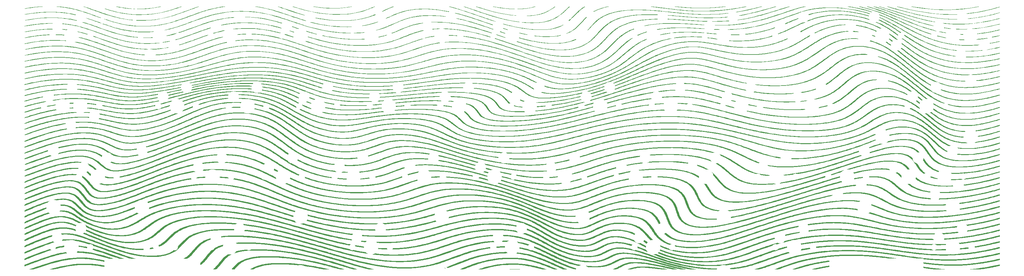
<source format=gbr>
%TF.GenerationSoftware,KiCad,Pcbnew,(7.0.0)*%
%TF.CreationDate,2023-05-22T00:36:48+02:00*%
%TF.ProjectId,kira,6b697261-2e6b-4696-9361-645f70636258,rev?*%
%TF.SameCoordinates,Original*%
%TF.FileFunction,Legend,Top*%
%TF.FilePolarity,Positive*%
%FSLAX46Y46*%
G04 Gerber Fmt 4.6, Leading zero omitted, Abs format (unit mm)*
G04 Created by KiCad (PCBNEW (7.0.0)) date 2023-05-22 00:36:48*
%MOMM*%
%LPD*%
G01*
G04 APERTURE LIST*
%ADD10C,3.987800*%
%ADD11C,3.000000*%
%ADD12C,1.750000*%
%ADD13C,3.048000*%
%ADD14C,0.650000*%
%ADD15O,1.000000X2.100000*%
%ADD16O,1.000000X1.600000*%
%ADD17R,1.700000X1.700000*%
%ADD18O,1.700000X1.700000*%
G04 APERTURE END LIST*
%TO.C,G\u002A\u002A\u002A*%
G36*
X150140177Y-109132914D02*
G01*
X150350896Y-109133887D01*
X150553329Y-109135439D01*
X150742564Y-109137561D01*
X150913686Y-109140245D01*
X151061785Y-109143482D01*
X151181947Y-109147264D01*
X151269259Y-109151584D01*
X151316667Y-109156074D01*
X151357351Y-109163217D01*
X151375876Y-109168773D01*
X151368953Y-109173017D01*
X151333291Y-109176225D01*
X151265600Y-109178671D01*
X151162592Y-109180630D01*
X151020976Y-109182378D01*
X150999167Y-109182608D01*
X150668173Y-109185724D01*
X150350524Y-109188072D01*
X150049889Y-109189649D01*
X149769936Y-109190456D01*
X149514332Y-109190490D01*
X149286745Y-109189751D01*
X149090845Y-109188237D01*
X148930300Y-109185949D01*
X148819000Y-109183223D01*
X148490917Y-109172675D01*
X148681417Y-109151578D01*
X148745641Y-109146966D01*
X148845793Y-109143009D01*
X148976961Y-109139697D01*
X149134231Y-109137022D01*
X149312691Y-109134976D01*
X149507428Y-109133551D01*
X149713530Y-109132738D01*
X149926084Y-109132528D01*
X150140177Y-109132914D01*
G37*
G36*
X76305769Y-61024043D02*
G01*
X76577167Y-61031461D01*
X76789619Y-61038291D01*
X76997416Y-61045520D01*
X77195010Y-61052919D01*
X77376856Y-61060256D01*
X77537408Y-61067301D01*
X77671121Y-61073822D01*
X77772449Y-61079588D01*
X77826000Y-61083463D01*
X77909959Y-61090547D01*
X78028334Y-61100280D01*
X78173335Y-61112034D01*
X78337173Y-61125182D01*
X78512057Y-61139096D01*
X78690198Y-61153149D01*
X78736167Y-61156755D01*
X78936183Y-61173578D01*
X79154952Y-61193967D01*
X79380023Y-61216628D01*
X79598947Y-61240268D01*
X79799274Y-61263593D01*
X79953250Y-61283230D01*
X80124300Y-61306322D01*
X80302602Y-61330423D01*
X80477326Y-61354065D01*
X80637642Y-61375783D01*
X80772720Y-61394111D01*
X80831667Y-61402125D01*
X80980758Y-61424373D01*
X81164405Y-61454951D01*
X81375954Y-61492527D01*
X81608753Y-61535767D01*
X81856149Y-61583340D01*
X82111489Y-61633912D01*
X82368121Y-61686149D01*
X82619391Y-61738720D01*
X82858647Y-61790290D01*
X83079237Y-61839527D01*
X83274507Y-61885098D01*
X83414000Y-61919544D01*
X84133935Y-62114414D01*
X84827278Y-62325111D01*
X85503591Y-62555129D01*
X86172436Y-62807960D01*
X86843375Y-63087098D01*
X87525968Y-63396035D01*
X87759107Y-63506897D01*
X87964105Y-63606680D01*
X88175452Y-63711984D01*
X88396862Y-63824776D01*
X88632050Y-63947023D01*
X88884734Y-64080692D01*
X89158628Y-64227751D01*
X89457447Y-64390167D01*
X89784907Y-64569906D01*
X90144724Y-64768936D01*
X90183257Y-64790325D01*
X90572041Y-65005537D01*
X90928466Y-65201359D01*
X91256605Y-65379887D01*
X91560531Y-65543219D01*
X91844317Y-65693451D01*
X92112037Y-65832680D01*
X92367764Y-65963003D01*
X92615570Y-66086518D01*
X92859530Y-66205320D01*
X93103715Y-66321508D01*
X93352200Y-66437177D01*
X93609058Y-66554426D01*
X93616333Y-66557717D01*
X94017599Y-66733680D01*
X94449893Y-66913143D01*
X94902586Y-67092076D01*
X95365052Y-67266453D01*
X95826663Y-67432247D01*
X96276793Y-67585428D01*
X96614440Y-67693987D01*
X97156367Y-67853637D01*
X97731550Y-68005125D01*
X98331419Y-68146784D01*
X98947401Y-68276952D01*
X99570925Y-68393961D01*
X100193418Y-68496149D01*
X100806310Y-68581849D01*
X101401029Y-68649398D01*
X101654975Y-68672960D01*
X101754228Y-68680825D01*
X101857453Y-68687512D01*
X101968787Y-68693106D01*
X102092371Y-68697689D01*
X102232344Y-68701349D01*
X102392842Y-68704168D01*
X102578007Y-68706232D01*
X102791976Y-68707625D01*
X103038889Y-68708432D01*
X103322884Y-68708737D01*
X103405917Y-68708744D01*
X103694218Y-68708363D01*
X103966526Y-68707106D01*
X104225407Y-68704732D01*
X104473428Y-68700997D01*
X104713156Y-68695658D01*
X104947158Y-68688471D01*
X105178002Y-68679194D01*
X105408254Y-68667584D01*
X105640482Y-68653397D01*
X105877252Y-68636390D01*
X106121132Y-68616321D01*
X106374688Y-68592945D01*
X106640488Y-68566021D01*
X106921099Y-68535304D01*
X107219088Y-68500553D01*
X107537022Y-68461523D01*
X107877468Y-68417971D01*
X108242993Y-68369655D01*
X108636164Y-68316331D01*
X109059548Y-68257756D01*
X109515713Y-68193688D01*
X110007225Y-68123882D01*
X110536652Y-68048096D01*
X110835417Y-68005146D01*
X111482920Y-67912392D01*
X112091319Y-67826221D01*
X112663283Y-67746364D01*
X113201479Y-67672551D01*
X113708576Y-67604513D01*
X114187240Y-67541982D01*
X114640140Y-67484688D01*
X115069943Y-67432361D01*
X115479318Y-67384733D01*
X115870933Y-67341534D01*
X116247455Y-67302495D01*
X116611551Y-67267347D01*
X116965891Y-67235820D01*
X117313141Y-67207646D01*
X117655971Y-67182555D01*
X117997046Y-67160279D01*
X118339036Y-67140547D01*
X118684608Y-67123090D01*
X119036430Y-67107640D01*
X119397170Y-67093927D01*
X119769496Y-67081682D01*
X120074355Y-67072848D01*
X120320617Y-67067171D01*
X120594915Y-67062774D01*
X120892209Y-67059619D01*
X121207462Y-67057669D01*
X121535635Y-67056886D01*
X121871689Y-67057235D01*
X122210585Y-67058677D01*
X122547287Y-67061176D01*
X122876754Y-67064694D01*
X123193948Y-67069194D01*
X123493832Y-67074640D01*
X123771365Y-67080994D01*
X124021511Y-67088219D01*
X124239229Y-67096278D01*
X124413833Y-67104809D01*
X125004008Y-67142948D01*
X125586658Y-67189316D01*
X126157738Y-67243381D01*
X126713203Y-67304611D01*
X127249006Y-67372474D01*
X127761103Y-67446438D01*
X128245447Y-67525972D01*
X128697994Y-67610541D01*
X129114697Y-67699616D01*
X129332571Y-67751687D01*
X129656090Y-67837290D01*
X129986609Y-67934037D01*
X130317690Y-68039577D01*
X130642897Y-68151559D01*
X130955792Y-68267632D01*
X131249937Y-68385445D01*
X131518895Y-68502647D01*
X131756228Y-68616887D01*
X131876965Y-68680923D01*
X131993381Y-68746648D01*
X132106857Y-68813829D01*
X132220937Y-68885015D01*
X132339171Y-68962750D01*
X132465106Y-69049583D01*
X132602288Y-69148061D01*
X132754264Y-69260730D01*
X132924583Y-69390137D01*
X133116791Y-69538830D01*
X133334436Y-69709354D01*
X133581064Y-69904258D01*
X133583906Y-69906512D01*
X133872268Y-70133263D01*
X134133606Y-70334574D01*
X134372202Y-70513408D01*
X134592338Y-70672727D01*
X134798297Y-70815493D01*
X134994359Y-70944667D01*
X135184807Y-71063213D01*
X135373923Y-71174091D01*
X135565990Y-71280266D01*
X135582776Y-71289269D01*
X135785467Y-71394984D01*
X135982330Y-71491497D01*
X136179782Y-71581355D01*
X136384244Y-71667106D01*
X136602133Y-71751297D01*
X136839868Y-71836476D01*
X137103868Y-71925191D01*
X137400552Y-72019989D01*
X137508266Y-72053519D01*
X137826026Y-72148686D01*
X138151486Y-72239574D01*
X138491768Y-72327980D01*
X138853996Y-72415701D01*
X139245292Y-72504533D01*
X139597089Y-72580361D01*
X139687613Y-72598031D01*
X139813403Y-72620517D01*
X139967799Y-72646790D01*
X140144144Y-72675819D01*
X140335779Y-72706573D01*
X140536044Y-72738021D01*
X140738282Y-72769132D01*
X140935832Y-72798876D01*
X141122037Y-72826222D01*
X141290237Y-72850139D01*
X141433774Y-72869596D01*
X141545989Y-72883562D01*
X141580000Y-72887317D01*
X142011967Y-72931648D01*
X142408588Y-72970565D01*
X142776445Y-73004479D01*
X143122119Y-73033803D01*
X143452193Y-73058949D01*
X143773246Y-73080330D01*
X144091863Y-73098357D01*
X144414623Y-73113444D01*
X144748108Y-73126002D01*
X145098901Y-73136443D01*
X145473583Y-73145180D01*
X145792167Y-73151172D01*
X146854450Y-73157376D01*
X147948679Y-73140315D01*
X149071710Y-73100331D01*
X150220401Y-73037764D01*
X151391608Y-72952954D01*
X152582188Y-72846241D01*
X153788997Y-72717966D01*
X155008894Y-72568470D01*
X156238734Y-72398093D01*
X157475375Y-72207175D01*
X158715673Y-71996056D01*
X159956485Y-71765078D01*
X161194668Y-71514580D01*
X161497833Y-71450148D01*
X162034309Y-71333688D01*
X162599621Y-71208324D01*
X163195060Y-71073751D01*
X163821922Y-70929664D01*
X164481497Y-70775761D01*
X165175081Y-70611737D01*
X165903965Y-70437287D01*
X166669443Y-70252107D01*
X167472809Y-70055894D01*
X168315354Y-69848343D01*
X168451083Y-69814756D01*
X169102252Y-69653720D01*
X169732089Y-69498354D01*
X170339056Y-69349031D01*
X170921619Y-69206122D01*
X171478240Y-69070001D01*
X172007385Y-68941038D01*
X172507518Y-68819607D01*
X172977102Y-68706080D01*
X173414602Y-68600828D01*
X173818482Y-68504225D01*
X174187206Y-68416643D01*
X174519238Y-68338454D01*
X174813041Y-68270029D01*
X175023333Y-68221703D01*
X175485394Y-68116650D01*
X175910674Y-68020713D01*
X176303507Y-67932966D01*
X176668228Y-67852482D01*
X177009173Y-67778336D01*
X177330677Y-67709599D01*
X177637074Y-67645347D01*
X177932700Y-67584652D01*
X178221890Y-67526589D01*
X178508978Y-67470230D01*
X178798301Y-67414650D01*
X178812167Y-67412015D01*
X178993111Y-67377596D01*
X179189739Y-67340116D01*
X179389273Y-67302016D01*
X179578931Y-67265738D01*
X179745935Y-67233721D01*
X179814502Y-67220545D01*
X179922497Y-67200439D01*
X180066359Y-67174685D01*
X180240151Y-67144294D01*
X180437937Y-67110279D01*
X180653783Y-67073651D01*
X180881750Y-67035422D01*
X181115904Y-66996606D01*
X181350308Y-66958213D01*
X181412585Y-66948096D01*
X182215048Y-66822249D01*
X183026999Y-66703200D01*
X183843004Y-66591554D01*
X184657632Y-66487921D01*
X185465447Y-66392908D01*
X186261018Y-66307121D01*
X187038911Y-66231170D01*
X187793692Y-66165660D01*
X188519929Y-66111199D01*
X189212188Y-66068396D01*
X189342583Y-66061468D01*
X189467784Y-66056222D01*
X189631183Y-66051310D01*
X189828646Y-66046750D01*
X190056041Y-66042563D01*
X190309233Y-66038765D01*
X190584088Y-66035377D01*
X190876473Y-66032417D01*
X191182253Y-66029903D01*
X191497296Y-66027854D01*
X191817468Y-66026289D01*
X192138634Y-66025227D01*
X192456661Y-66024686D01*
X192767415Y-66024686D01*
X193066763Y-66025244D01*
X193350570Y-66026379D01*
X193614703Y-66028110D01*
X193855029Y-66030457D01*
X194067413Y-66033437D01*
X194247721Y-66037069D01*
X194318309Y-66038951D01*
X195350669Y-66084531D01*
X196409402Y-66161497D01*
X197492779Y-66269680D01*
X198599072Y-66408909D01*
X199603250Y-66559070D01*
X199779706Y-66588090D01*
X199980051Y-66622254D01*
X200197559Y-66660320D01*
X200425505Y-66701047D01*
X200657164Y-66743190D01*
X200885809Y-66785510D01*
X201104716Y-66826762D01*
X201307159Y-66865706D01*
X201486412Y-66901099D01*
X201635751Y-66931698D01*
X201725083Y-66950978D01*
X201820632Y-66971844D01*
X201942465Y-66997783D01*
X202075361Y-67025586D01*
X202204095Y-67052043D01*
X202211917Y-67053631D01*
X202476867Y-67109025D01*
X202781753Y-67175752D01*
X203125784Y-67253619D01*
X203508172Y-67342435D01*
X203928127Y-67442008D01*
X204384862Y-67552147D01*
X204877587Y-67672659D01*
X205405512Y-67803352D01*
X205967850Y-67944035D01*
X206563811Y-68094516D01*
X207192606Y-68254604D01*
X207853447Y-68424105D01*
X207937500Y-68445748D01*
X208741551Y-68651786D01*
X209506909Y-68845690D01*
X210233279Y-69027389D01*
X210920364Y-69196810D01*
X211567870Y-69353879D01*
X212175501Y-69498524D01*
X212647083Y-69608570D01*
X212811778Y-69646647D01*
X212969123Y-69683078D01*
X213112725Y-69716380D01*
X213236193Y-69745067D01*
X213333136Y-69767656D01*
X213397162Y-69782663D01*
X213409083Y-69785485D01*
X213566844Y-69822116D01*
X213760596Y-69865616D01*
X213984772Y-69914821D01*
X214233805Y-69968569D01*
X214502127Y-70025697D01*
X214784170Y-70085044D01*
X215074367Y-70145445D01*
X215367150Y-70205739D01*
X215656952Y-70264763D01*
X215938205Y-70321354D01*
X216205341Y-70374349D01*
X216452793Y-70422587D01*
X216541750Y-70439665D01*
X217763125Y-70661186D01*
X219017466Y-70865545D01*
X220298681Y-71051857D01*
X221600680Y-71219236D01*
X222912917Y-71366333D01*
X223553217Y-71428796D01*
X224193614Y-71482859D01*
X224841376Y-71528955D01*
X225503770Y-71567520D01*
X226188062Y-71598987D01*
X226901519Y-71623791D01*
X227463750Y-71638365D01*
X227899788Y-71646264D01*
X228350454Y-71650881D01*
X228810825Y-71652319D01*
X229275979Y-71650685D01*
X229740993Y-71646083D01*
X230200946Y-71638617D01*
X230650914Y-71628392D01*
X231085975Y-71615513D01*
X231501207Y-71600084D01*
X231891687Y-71582211D01*
X232252493Y-71561998D01*
X232578703Y-71539549D01*
X232744833Y-71526006D01*
X233349516Y-71471492D01*
X233914755Y-71416502D01*
X234440145Y-71361082D01*
X234925281Y-71305284D01*
X235369756Y-71249156D01*
X235773164Y-71192747D01*
X236135101Y-71136106D01*
X236455160Y-71079282D01*
X236491333Y-71072337D01*
X236647613Y-71042216D01*
X236820490Y-71009144D01*
X236993515Y-70976253D01*
X237150236Y-70946676D01*
X237221583Y-70933316D01*
X237352728Y-70907099D01*
X237511048Y-70872688D01*
X237682936Y-70833207D01*
X237854784Y-70791776D01*
X238004750Y-70753679D01*
X238155025Y-70714348D01*
X238309411Y-70674020D01*
X238456850Y-70635578D01*
X238586288Y-70601903D01*
X238686667Y-70575879D01*
X238692667Y-70574329D01*
X239048084Y-70472485D01*
X239430483Y-70344154D01*
X239835553Y-70191265D01*
X240258982Y-70015748D01*
X240696460Y-69819531D01*
X241143675Y-69604543D01*
X241596316Y-69372714D01*
X242050071Y-69125971D01*
X242470917Y-68883843D01*
X242669641Y-68765317D01*
X242858831Y-68650076D01*
X243042505Y-68535376D01*
X243224681Y-68418471D01*
X243409379Y-68296617D01*
X243600616Y-68167068D01*
X243802411Y-68027080D01*
X244018782Y-67873908D01*
X244253748Y-67704808D01*
X244511328Y-67517033D01*
X244795540Y-67307839D01*
X245002640Y-67154495D01*
X245462335Y-66825312D01*
X245933655Y-66510535D01*
X246408911Y-66214861D01*
X246880411Y-65942991D01*
X247340467Y-65699623D01*
X247558502Y-65592624D01*
X248037953Y-65378566D01*
X248532927Y-65185893D01*
X249036613Y-65016524D01*
X249542202Y-64872379D01*
X250042886Y-64755376D01*
X250531853Y-64667436D01*
X251002296Y-64610478D01*
X251060166Y-64605575D01*
X251173782Y-64598793D01*
X251320075Y-64593726D01*
X251493052Y-64590298D01*
X251686720Y-64588436D01*
X251895089Y-64588064D01*
X252112164Y-64589110D01*
X252331954Y-64591498D01*
X252548467Y-64595155D01*
X252755710Y-64600005D01*
X252947691Y-64605974D01*
X253118417Y-64612989D01*
X253261896Y-64620975D01*
X253372136Y-64629857D01*
X253414083Y-64634771D01*
X254062448Y-64739908D01*
X254701931Y-64876018D01*
X255338466Y-65044750D01*
X255977988Y-65247749D01*
X256626433Y-65486664D01*
X256938333Y-65612810D01*
X257174110Y-65712702D01*
X257393370Y-65810042D01*
X257600803Y-65907557D01*
X257801099Y-66007977D01*
X257998947Y-66114032D01*
X258199036Y-66228452D01*
X258406055Y-66353965D01*
X258624695Y-66493301D01*
X258859644Y-66649189D01*
X259115591Y-66824359D01*
X259397227Y-67021541D01*
X259573583Y-67146632D01*
X259923957Y-67399741D01*
X260302023Y-67679711D01*
X260704843Y-67984278D01*
X261129482Y-68311177D01*
X261573001Y-68658145D01*
X262032464Y-69022915D01*
X262504934Y-69403225D01*
X262592733Y-69474456D01*
X262993501Y-69798564D01*
X263365421Y-70096117D01*
X263711086Y-70368811D01*
X264033093Y-70618342D01*
X264334035Y-70846406D01*
X264616506Y-71054699D01*
X264883102Y-71244917D01*
X265136418Y-71418756D01*
X265379046Y-71577913D01*
X265613583Y-71724082D01*
X265842622Y-71858961D01*
X266068759Y-71984245D01*
X266294588Y-72101631D01*
X266522703Y-72212813D01*
X266755699Y-72319489D01*
X266996170Y-72423355D01*
X267246712Y-72526105D01*
X267283746Y-72540899D01*
X267406901Y-72587311D01*
X267560209Y-72640955D01*
X267735754Y-72699411D01*
X267925621Y-72760261D01*
X268121895Y-72821085D01*
X268316662Y-72879465D01*
X268502005Y-72932982D01*
X268670011Y-72979216D01*
X268812764Y-73015750D01*
X268908083Y-73037317D01*
X269031667Y-73062692D01*
X269177983Y-73092898D01*
X269328339Y-73124071D01*
X269458417Y-73151166D01*
X269565470Y-73171458D01*
X269704357Y-73194653D01*
X269864812Y-73219214D01*
X270036569Y-73243604D01*
X270209364Y-73266287D01*
X270305083Y-73277944D01*
X270999557Y-73342040D01*
X271718996Y-73373545D01*
X272463635Y-73372441D01*
X273233708Y-73338711D01*
X274029449Y-73272337D01*
X274851094Y-73173303D01*
X275698877Y-73041592D01*
X276573033Y-72877184D01*
X277025500Y-72781527D01*
X277261181Y-72728337D01*
X277528908Y-72665202D01*
X277820183Y-72594305D01*
X278126505Y-72517829D01*
X278439375Y-72437960D01*
X278750293Y-72356880D01*
X279050760Y-72276774D01*
X279332277Y-72199826D01*
X279586342Y-72128219D01*
X279724250Y-72088084D01*
X279975045Y-72014067D01*
X280188287Y-71951283D01*
X280366981Y-71898869D01*
X280514128Y-71855959D01*
X280632733Y-71821688D01*
X280725798Y-71795193D01*
X280796326Y-71775607D01*
X280847321Y-71762066D01*
X280881786Y-71753706D01*
X280894856Y-71750989D01*
X280964795Y-71737807D01*
X280958356Y-71833775D01*
X280951917Y-71929742D01*
X280790012Y-71999790D01*
X280605547Y-72073574D01*
X280382871Y-72152369D01*
X280125697Y-72235352D01*
X279837743Y-72321705D01*
X279522722Y-72410605D01*
X279184351Y-72501233D01*
X278826344Y-72592767D01*
X278452417Y-72684388D01*
X278066285Y-72775273D01*
X277671664Y-72864604D01*
X277272267Y-72951558D01*
X276871812Y-73035316D01*
X276474013Y-73115056D01*
X276082586Y-73189958D01*
X275701245Y-73259202D01*
X275333706Y-73321966D01*
X274983684Y-73377431D01*
X274654895Y-73424775D01*
X274351054Y-73463177D01*
X274075876Y-73491818D01*
X274009250Y-73497583D01*
X273782604Y-73513833D01*
X273522171Y-73528330D01*
X273236214Y-73540899D01*
X272932996Y-73551361D01*
X272620782Y-73559540D01*
X272307835Y-73565258D01*
X272002417Y-73568337D01*
X271712793Y-73568601D01*
X271447226Y-73565873D01*
X271213979Y-73559974D01*
X271172917Y-73558437D01*
X270632305Y-73526354D01*
X270105723Y-73472832D01*
X269581207Y-73396170D01*
X269046794Y-73294666D01*
X268590583Y-73191166D01*
X268342758Y-73127540D01*
X268078631Y-73053260D01*
X267807260Y-72971276D01*
X267537707Y-72884537D01*
X267279030Y-72795992D01*
X267040288Y-72708593D01*
X266830542Y-72625288D01*
X266759667Y-72595031D01*
X266636150Y-72540983D01*
X266501821Y-72482114D01*
X266373870Y-72425964D01*
X266279774Y-72384597D01*
X266135864Y-72317423D01*
X265963939Y-72230887D01*
X265770999Y-72129010D01*
X265564043Y-72015809D01*
X265350071Y-71895303D01*
X265136081Y-71771512D01*
X264929073Y-71648453D01*
X264736047Y-71530146D01*
X264564002Y-71420609D01*
X264419936Y-71323862D01*
X264367833Y-71286829D01*
X264244260Y-71195445D01*
X264090151Y-71078839D01*
X263907609Y-70938665D01*
X263698732Y-70776576D01*
X263465620Y-70594226D01*
X263210373Y-70393268D01*
X262935092Y-70175356D01*
X262641875Y-69942143D01*
X262332824Y-69695283D01*
X262010038Y-69436430D01*
X261675617Y-69167237D01*
X261658500Y-69153432D01*
X261281862Y-68850453D01*
X260926578Y-68566287D01*
X260594155Y-68302117D01*
X260286096Y-68059124D01*
X260003910Y-67838490D01*
X259749100Y-67641395D01*
X259523172Y-67469021D01*
X259327633Y-67322550D01*
X259287833Y-67293178D01*
X259107247Y-67165101D01*
X258898595Y-67025270D01*
X258668464Y-66877546D01*
X258423442Y-66725792D01*
X258170118Y-66573868D01*
X257915080Y-66425638D01*
X257664915Y-66284962D01*
X257426212Y-66155702D01*
X257205560Y-66041721D01*
X257009545Y-65946880D01*
X256929331Y-65910684D01*
X256835719Y-65869573D01*
X256746576Y-65830319D01*
X256675761Y-65799030D01*
X256652583Y-65788738D01*
X256101514Y-65559111D01*
X255538347Y-65354970D01*
X254975413Y-65180571D01*
X254610000Y-65083828D01*
X254327864Y-65016404D01*
X254071502Y-64959969D01*
X253833116Y-64913628D01*
X253604913Y-64876486D01*
X253379097Y-64847645D01*
X253147872Y-64826211D01*
X252903444Y-64811289D01*
X252638016Y-64801982D01*
X252343794Y-64797395D01*
X252109281Y-64796512D01*
X251759891Y-64798796D01*
X251446336Y-64806105D01*
X251162342Y-64819126D01*
X250901636Y-64838542D01*
X250657945Y-64865042D01*
X250424994Y-64899309D01*
X250196510Y-64942030D01*
X249966220Y-64993891D01*
X249727849Y-65055576D01*
X249720422Y-65057609D01*
X249387824Y-65153331D01*
X249067172Y-65255444D01*
X248754902Y-65365787D01*
X248447449Y-65486199D01*
X248141248Y-65618518D01*
X247832733Y-65764584D01*
X247518340Y-65926234D01*
X247194503Y-66105308D01*
X246857659Y-66303644D01*
X246504241Y-66523082D01*
X246130684Y-66765459D01*
X245733425Y-67032614D01*
X245308897Y-67326387D01*
X245273441Y-67351240D01*
X244956782Y-67573095D01*
X244671134Y-67772495D01*
X244413164Y-67951658D01*
X244179540Y-68112800D01*
X243966931Y-68258137D01*
X243772005Y-68389887D01*
X243591429Y-68510266D01*
X243421872Y-68621490D01*
X243260002Y-68725777D01*
X243102486Y-68825342D01*
X242945994Y-68922403D01*
X242787193Y-69019177D01*
X242622750Y-69117879D01*
X242576750Y-69145266D01*
X242460780Y-69213198D01*
X242327400Y-69289650D01*
X242182309Y-69371511D01*
X242031206Y-69455673D01*
X241879789Y-69539025D01*
X241733758Y-69618459D01*
X241598811Y-69690865D01*
X241480647Y-69753133D01*
X241384965Y-69802154D01*
X241317463Y-69834818D01*
X241296167Y-69844003D01*
X241267424Y-69856592D01*
X241207070Y-69883876D01*
X241121880Y-69922764D01*
X241018632Y-69970163D01*
X240915167Y-70017868D01*
X240435082Y-70226259D01*
X239919335Y-70424877D01*
X239373851Y-70611819D01*
X238804561Y-70785180D01*
X238217390Y-70943053D01*
X237618267Y-71083534D01*
X237560250Y-71096055D01*
X236791314Y-71248705D01*
X235988267Y-71384885D01*
X235156251Y-71503919D01*
X234300411Y-71605131D01*
X233425889Y-71687844D01*
X232607250Y-71747146D01*
X231878856Y-71786300D01*
X231116519Y-71815981D01*
X230327538Y-71836235D01*
X229519214Y-71847110D01*
X228698843Y-71848652D01*
X227873726Y-71840907D01*
X227051162Y-71823924D01*
X226238449Y-71797747D01*
X225442887Y-71762425D01*
X224671774Y-71718003D01*
X224320500Y-71694040D01*
X223323904Y-71612739D01*
X222292282Y-71509510D01*
X221226685Y-71384494D01*
X220128166Y-71237838D01*
X218997777Y-71069684D01*
X217836568Y-70880178D01*
X216645591Y-70669463D01*
X216086667Y-70565193D01*
X215664572Y-70484314D01*
X215249035Y-70402837D01*
X214837110Y-70320077D01*
X214425851Y-70235353D01*
X214012312Y-70147981D01*
X213593547Y-70057278D01*
X213166609Y-69962560D01*
X212728553Y-69863144D01*
X212276433Y-69758347D01*
X211807302Y-69647487D01*
X211318214Y-69529879D01*
X210806223Y-69404841D01*
X210268384Y-69271689D01*
X209701749Y-69129741D01*
X209103374Y-68978312D01*
X208470311Y-68816721D01*
X207799615Y-68644283D01*
X207768167Y-68636171D01*
X207571958Y-68585863D01*
X207344041Y-68527961D01*
X207089325Y-68463678D01*
X206812719Y-68394229D01*
X206519131Y-68320826D01*
X206213471Y-68244682D01*
X205900647Y-68167012D01*
X205585569Y-68089028D01*
X205273144Y-68011945D01*
X204968282Y-67936974D01*
X204675892Y-67865331D01*
X204400883Y-67798228D01*
X204148162Y-67736878D01*
X203922640Y-67682496D01*
X203729225Y-67636294D01*
X203598333Y-67605435D01*
X202932665Y-67451805D01*
X202303097Y-67310757D01*
X201705550Y-67181594D01*
X201135940Y-67063620D01*
X200590188Y-66956139D01*
X200064211Y-66858454D01*
X199553928Y-66769870D01*
X199055257Y-66689689D01*
X198564118Y-66617217D01*
X198076428Y-66551756D01*
X197588107Y-66492610D01*
X197095073Y-66439083D01*
X196593245Y-66390479D01*
X196348932Y-66368770D01*
X196016814Y-66341504D01*
X195689634Y-66317698D01*
X195362482Y-66297183D01*
X195030451Y-66279791D01*
X194688630Y-66265352D01*
X194332112Y-66253698D01*
X193955988Y-66244658D01*
X193555349Y-66238065D01*
X193125285Y-66233749D01*
X192660889Y-66231541D01*
X192352719Y-66231157D01*
X191795247Y-66232199D01*
X191275253Y-66235540D01*
X190787935Y-66241368D01*
X190328491Y-66249876D01*
X189892118Y-66261252D01*
X189474013Y-66275687D01*
X189069375Y-66293372D01*
X188673400Y-66314497D01*
X188281288Y-66339253D01*
X187888234Y-66367830D01*
X187489437Y-66400418D01*
X187080095Y-66437208D01*
X187024833Y-66442406D01*
X185778971Y-66570976D01*
X184506592Y-66723314D01*
X183215267Y-66898170D01*
X181912567Y-67094296D01*
X180606066Y-67310442D01*
X179303333Y-67545361D01*
X178011943Y-67797801D01*
X176739465Y-68066516D01*
X175573667Y-68331343D01*
X175386853Y-68375293D01*
X175193490Y-68420788D01*
X175002607Y-68465702D01*
X174823237Y-68507911D01*
X174664410Y-68545288D01*
X174535158Y-68575710D01*
X174504750Y-68582868D01*
X174366078Y-68615680D01*
X174188957Y-68657870D01*
X173976063Y-68708796D01*
X173730068Y-68767815D01*
X173453647Y-68834283D01*
X173149474Y-68907558D01*
X172820222Y-68986997D01*
X172468565Y-69071957D01*
X172165833Y-69145179D01*
X172000945Y-69185074D01*
X171817012Y-69229567D01*
X171629991Y-69274798D01*
X171455838Y-69316908D01*
X171340333Y-69344831D01*
X171235440Y-69370246D01*
X171093968Y-69404618D01*
X170920449Y-69446842D01*
X170719415Y-69495810D01*
X170495398Y-69550416D01*
X170252932Y-69609553D01*
X169996547Y-69672114D01*
X169730776Y-69736993D01*
X169460152Y-69803083D01*
X169189206Y-69869277D01*
X168922471Y-69934469D01*
X168664479Y-69997552D01*
X168419762Y-70057419D01*
X168192852Y-70112964D01*
X167988282Y-70163079D01*
X167810584Y-70206660D01*
X167763167Y-70218300D01*
X167473691Y-70289221D01*
X167171765Y-70362895D01*
X166861558Y-70438322D01*
X166547239Y-70514501D01*
X166232977Y-70590434D01*
X165922941Y-70665119D01*
X165621301Y-70737558D01*
X165332224Y-70806750D01*
X165059881Y-70871696D01*
X164808440Y-70931396D01*
X164582071Y-70984849D01*
X164384942Y-71031057D01*
X164221222Y-71069019D01*
X164111917Y-71093950D01*
X163996359Y-71120041D01*
X163850594Y-71153013D01*
X163685687Y-71190360D01*
X163512702Y-71229576D01*
X163342706Y-71268153D01*
X163275833Y-71283341D01*
X163025656Y-71340071D01*
X162804552Y-71389928D01*
X162604204Y-71434723D01*
X162416291Y-71476263D01*
X162232498Y-71516356D01*
X162044504Y-71556812D01*
X161843993Y-71599438D01*
X161622645Y-71646044D01*
X161372144Y-71698439D01*
X161238862Y-71726225D01*
X160612826Y-71855008D01*
X160017374Y-71974023D01*
X159442413Y-72085180D01*
X158877847Y-72190390D01*
X158313580Y-72291561D01*
X157739519Y-72390605D01*
X157624333Y-72410042D01*
X156185966Y-72638108D01*
X154771876Y-72834318D01*
X153378889Y-72998934D01*
X152003827Y-73132216D01*
X150643514Y-73234425D01*
X149294774Y-73305821D01*
X147954429Y-73346666D01*
X146619303Y-73357220D01*
X146130833Y-73353557D01*
X145139424Y-73333566D01*
X144185729Y-73297022D01*
X143268485Y-73243836D01*
X142386431Y-73173920D01*
X141538302Y-73087187D01*
X140722838Y-72983549D01*
X140627500Y-72970027D01*
X140406006Y-72938238D01*
X140213875Y-72910451D01*
X140045734Y-72885632D01*
X139896211Y-72862749D01*
X139759932Y-72840768D01*
X139631525Y-72818656D01*
X139505617Y-72795380D01*
X139376835Y-72769906D01*
X139239807Y-72741201D01*
X139089159Y-72708232D01*
X138919519Y-72669966D01*
X138725513Y-72625370D01*
X138501770Y-72573410D01*
X138242916Y-72513053D01*
X138203917Y-72503956D01*
X138097616Y-72477445D01*
X137960098Y-72440535D01*
X137800423Y-72395806D01*
X137627655Y-72345839D01*
X137450856Y-72293214D01*
X137283167Y-72241783D01*
X136768546Y-72070952D01*
X136287290Y-71889204D01*
X135831090Y-71693040D01*
X135391637Y-71478964D01*
X135103000Y-71324084D01*
X134967225Y-71247859D01*
X134841275Y-71175427D01*
X134721307Y-71104164D01*
X134603476Y-71031448D01*
X134483938Y-70954655D01*
X134358848Y-70871163D01*
X134224362Y-70778349D01*
X134076636Y-70673589D01*
X133911826Y-70554262D01*
X133726088Y-70417745D01*
X133515577Y-70261413D01*
X133276449Y-70082645D01*
X133205459Y-70029426D01*
X132914521Y-69811655D01*
X132654169Y-69617909D01*
X132421548Y-69446345D01*
X132213800Y-69295120D01*
X132028069Y-69162391D01*
X131861497Y-69046315D01*
X131711228Y-68945049D01*
X131574405Y-68856751D01*
X131448171Y-68779578D01*
X131329668Y-68711686D01*
X131216040Y-68651233D01*
X131104431Y-68596377D01*
X130991982Y-68545273D01*
X130875838Y-68496079D01*
X130753141Y-68446954D01*
X130750799Y-68446036D01*
X130646161Y-68407340D01*
X130510218Y-68360488D01*
X130349973Y-68307609D01*
X130172427Y-68250829D01*
X129984584Y-68192276D01*
X129793445Y-68134077D01*
X129606014Y-68078360D01*
X129429292Y-68027252D01*
X129270283Y-67982879D01*
X129135988Y-67947370D01*
X129033410Y-67922851D01*
X129017583Y-67919508D01*
X128925237Y-67900354D01*
X128803406Y-67874735D01*
X128663966Y-67845167D01*
X128518794Y-67814166D01*
X128414333Y-67791711D01*
X128243565Y-67757375D01*
X128037629Y-67720100D01*
X127803509Y-67680879D01*
X127548186Y-67640710D01*
X127278642Y-67600586D01*
X127001858Y-67561504D01*
X126724818Y-67524459D01*
X126454502Y-67490446D01*
X126197893Y-67460460D01*
X125961973Y-67435496D01*
X125825570Y-67422660D01*
X125656387Y-67407684D01*
X125487874Y-67392775D01*
X125328489Y-67378681D01*
X125186687Y-67366151D01*
X125070924Y-67355931D01*
X124995513Y-67349284D01*
X124849544Y-67338044D01*
X124667002Y-67326597D01*
X124453644Y-67315139D01*
X124215228Y-67303870D01*
X123957513Y-67292987D01*
X123686256Y-67282690D01*
X123407215Y-67273177D01*
X123126148Y-67264645D01*
X122848812Y-67257295D01*
X122580967Y-67251323D01*
X122328369Y-67246929D01*
X122096776Y-67244310D01*
X121929787Y-67243628D01*
X121420969Y-67246565D01*
X120885929Y-67255208D01*
X120332751Y-67269205D01*
X119769522Y-67288202D01*
X119204328Y-67311845D01*
X118645252Y-67339781D01*
X118100382Y-67371656D01*
X117577801Y-67407117D01*
X117085596Y-67445810D01*
X116867917Y-67464933D01*
X116331790Y-67516153D01*
X115770584Y-67574436D01*
X115182315Y-67640032D01*
X114565000Y-67713189D01*
X113916654Y-67794157D01*
X113235294Y-67883184D01*
X112518936Y-67980519D01*
X111765595Y-68086412D01*
X110973289Y-68201110D01*
X110814250Y-68224499D01*
X110286249Y-68302018D01*
X109797198Y-68373095D01*
X109344260Y-68438060D01*
X108924598Y-68497237D01*
X108535379Y-68550956D01*
X108173764Y-68599542D01*
X107836918Y-68643322D01*
X107522005Y-68682625D01*
X107226190Y-68717776D01*
X106946636Y-68749104D01*
X106680507Y-68776935D01*
X106424966Y-68801597D01*
X106177179Y-68823416D01*
X105934310Y-68842720D01*
X105693521Y-68859835D01*
X105451977Y-68875089D01*
X105206842Y-68888810D01*
X104955281Y-68901323D01*
X104940500Y-68902016D01*
X104739894Y-68910163D01*
X104515367Y-68917156D01*
X104273469Y-68922947D01*
X104020750Y-68927489D01*
X103763758Y-68930735D01*
X103509043Y-68932638D01*
X103263154Y-68933151D01*
X103032642Y-68932228D01*
X102824054Y-68929820D01*
X102643941Y-68925882D01*
X102498852Y-68920365D01*
X102485167Y-68919652D01*
X101786324Y-68874827D01*
X101119484Y-68816944D01*
X100476054Y-68744918D01*
X99847446Y-68657666D01*
X99225069Y-68554105D01*
X98600331Y-68433151D01*
X98558750Y-68424518D01*
X98373251Y-68385539D01*
X98195015Y-68347502D01*
X98029659Y-68311649D01*
X97882803Y-68279222D01*
X97760065Y-68251463D01*
X97667065Y-68229614D01*
X97609420Y-68214915D01*
X97606250Y-68214012D01*
X97544868Y-68196542D01*
X97450118Y-68169921D01*
X97329438Y-68136224D01*
X97190269Y-68097523D01*
X97040050Y-68055892D01*
X96918333Y-68022262D01*
X96564168Y-67920005D01*
X96180700Y-67801011D01*
X95776092Y-67668184D01*
X95358509Y-67524425D01*
X94936116Y-67372636D01*
X94517078Y-67215720D01*
X94109559Y-67056577D01*
X93721724Y-66898111D01*
X93546481Y-66823796D01*
X93239019Y-66687878D01*
X92900040Y-66530976D01*
X92533509Y-66355119D01*
X92143389Y-66162335D01*
X91733647Y-65954655D01*
X91308245Y-65734107D01*
X90871150Y-65502719D01*
X90426325Y-65262522D01*
X89977736Y-65015544D01*
X89605250Y-64806778D01*
X89206521Y-64584385D01*
X88802763Y-64364782D01*
X88399642Y-64150858D01*
X88002823Y-63945504D01*
X87617974Y-63751610D01*
X87250760Y-63572064D01*
X86906847Y-63409756D01*
X86591901Y-63267577D01*
X86558776Y-63253075D01*
X86204360Y-63101288D01*
X85862842Y-62961225D01*
X85527847Y-62830725D01*
X85193001Y-62707623D01*
X84851930Y-62589756D01*
X84498259Y-62474962D01*
X84125615Y-62361077D01*
X83727622Y-62245937D01*
X83297907Y-62127381D01*
X83033000Y-62056563D01*
X82977105Y-62043080D01*
X82885207Y-62022489D01*
X82762811Y-61995960D01*
X82615425Y-61964657D01*
X82448556Y-61929750D01*
X82267712Y-61892404D01*
X82078399Y-61853786D01*
X82027583Y-61843502D01*
X81045745Y-61663384D01*
X80037577Y-61514024D01*
X79005618Y-61395319D01*
X77952406Y-61307168D01*
X76880480Y-61249468D01*
X75792377Y-61222116D01*
X74690636Y-61225009D01*
X73577795Y-61258046D01*
X72456393Y-61321123D01*
X71328968Y-61414138D01*
X70198059Y-61536988D01*
X69066203Y-61689571D01*
X67935938Y-61871784D01*
X66809805Y-62083525D01*
X65690339Y-62324691D01*
X64797917Y-62539589D01*
X64546965Y-62603577D01*
X64299467Y-62668119D01*
X64052660Y-62734058D01*
X63803780Y-62802238D01*
X63550062Y-62873503D01*
X63288742Y-62948697D01*
X63017057Y-63028664D01*
X62732242Y-63114248D01*
X62431532Y-63206294D01*
X62112165Y-63305644D01*
X61771376Y-63413143D01*
X61406401Y-63529636D01*
X61014476Y-63655965D01*
X60592836Y-63792976D01*
X60138719Y-63941512D01*
X59649358Y-64102416D01*
X59273417Y-64226476D01*
X58768315Y-64393235D01*
X58301090Y-64547183D01*
X57869516Y-64689026D01*
X57471368Y-64819472D01*
X57104421Y-64939229D01*
X56766451Y-65049004D01*
X56455232Y-65149506D01*
X56168539Y-65241442D01*
X55904148Y-65325520D01*
X55659833Y-65402446D01*
X55433369Y-65472930D01*
X55222532Y-65537678D01*
X55025097Y-65597399D01*
X54838837Y-65652799D01*
X54661529Y-65704587D01*
X54490948Y-65753471D01*
X54331000Y-65798449D01*
X54195394Y-65836253D01*
X54034611Y-65881103D01*
X53864233Y-65928653D01*
X53699841Y-65974554D01*
X53611333Y-65999279D01*
X52894001Y-66192222D01*
X52177948Y-66370106D01*
X51467540Y-66532117D01*
X50767145Y-66677445D01*
X50081129Y-66805277D01*
X49413858Y-66914801D01*
X48769698Y-67005205D01*
X48153018Y-67075679D01*
X47568182Y-67125409D01*
X47547083Y-67126849D01*
X47400097Y-67136904D01*
X47260328Y-67146679D01*
X47135682Y-67155603D01*
X47034068Y-67163108D01*
X46963394Y-67168623D01*
X46944518Y-67170238D01*
X46876352Y-67174123D01*
X46771686Y-67177118D01*
X46636344Y-67179252D01*
X46476150Y-67180554D01*
X46296928Y-67181053D01*
X46104500Y-67180778D01*
X45904690Y-67179756D01*
X45703323Y-67178018D01*
X45506222Y-67175591D01*
X45319210Y-67172504D01*
X45148111Y-67168787D01*
X44998749Y-67164467D01*
X44887958Y-67160099D01*
X44274120Y-67122677D01*
X43640729Y-67067487D01*
X43005750Y-66996308D01*
X42416645Y-66915385D01*
X42267118Y-66892673D01*
X42123159Y-66870356D01*
X41981454Y-66847832D01*
X41838689Y-66824502D01*
X41691551Y-66799765D01*
X41536726Y-66773022D01*
X41370900Y-66743672D01*
X41190759Y-66711115D01*
X40992990Y-66674751D01*
X40774277Y-66633981D01*
X40531309Y-66588203D01*
X40260770Y-66536817D01*
X39959347Y-66479225D01*
X39623726Y-66414824D01*
X39250593Y-66343016D01*
X39165083Y-66326539D01*
X38531991Y-66207308D01*
X37934257Y-66100722D01*
X37367025Y-66006244D01*
X36825440Y-65923333D01*
X36304647Y-65851450D01*
X35799791Y-65790055D01*
X35306016Y-65738610D01*
X34818466Y-65696575D01*
X34332288Y-65663410D01*
X33842624Y-65638576D01*
X33344620Y-65621533D01*
X32833421Y-65611743D01*
X32719833Y-65610520D01*
X31716457Y-65615208D01*
X30714758Y-65648387D01*
X29709479Y-65710513D01*
X28695361Y-65802044D01*
X27667144Y-65923435D01*
X26619571Y-66075143D01*
X25811984Y-66210159D01*
X25563534Y-66255119D01*
X25291763Y-66306309D01*
X25002343Y-66362532D01*
X24700948Y-66422588D01*
X24393252Y-66485282D01*
X24084929Y-66549415D01*
X23781652Y-66613789D01*
X23489095Y-66677207D01*
X23212932Y-66738472D01*
X22958836Y-66796386D01*
X22732481Y-66849750D01*
X22539541Y-66897368D01*
X22464583Y-66916746D01*
X22349253Y-66947008D01*
X22202064Y-66985479D01*
X22032138Y-67029782D01*
X21848596Y-67077544D01*
X21660560Y-67126388D01*
X21477150Y-67173939D01*
X21448583Y-67181335D01*
X21245694Y-67234997D01*
X21007877Y-67299867D01*
X20740547Y-67374380D01*
X20449123Y-67456969D01*
X20139022Y-67546068D01*
X19815661Y-67640111D01*
X19484458Y-67737531D01*
X19150829Y-67836762D01*
X18820192Y-67936238D01*
X18497964Y-68034393D01*
X18495833Y-68035047D01*
X18255257Y-68107723D01*
X18052170Y-68166550D01*
X17884254Y-68212031D01*
X17749191Y-68244672D01*
X17644661Y-68264975D01*
X17568347Y-68273446D01*
X17517929Y-68270589D01*
X17491089Y-68256907D01*
X17488967Y-68253975D01*
X17493174Y-68222988D01*
X17537469Y-68182517D01*
X17620783Y-68132951D01*
X17742046Y-68074681D01*
X17900189Y-68008094D01*
X18094141Y-67933581D01*
X18322835Y-67851530D01*
X18585199Y-67762332D01*
X18880164Y-67666375D01*
X19206661Y-67564048D01*
X19563620Y-67455742D01*
X19949972Y-67341844D01*
X20168000Y-67278855D01*
X21032832Y-67039359D01*
X21916708Y-66811399D01*
X22812438Y-66596477D01*
X23712831Y-66396095D01*
X24610699Y-66211754D01*
X25498850Y-66044956D01*
X26370095Y-65897202D01*
X27217243Y-65769994D01*
X27703333Y-65705125D01*
X28188975Y-65646372D01*
X28665059Y-65594821D01*
X29138508Y-65549982D01*
X29616243Y-65511366D01*
X30105188Y-65478483D01*
X30612262Y-65450843D01*
X31144390Y-65427956D01*
X31708492Y-65409333D01*
X31989583Y-65401840D01*
X32088362Y-65400604D01*
X32222988Y-65400706D01*
X32386999Y-65402007D01*
X32573933Y-65404365D01*
X32777331Y-65407641D01*
X32990731Y-65411696D01*
X33207672Y-65416390D01*
X33421692Y-65421582D01*
X33626332Y-65427133D01*
X33815129Y-65432903D01*
X33981622Y-65438752D01*
X34119351Y-65444540D01*
X34221855Y-65450127D01*
X34222667Y-65450181D01*
X34353136Y-65458773D01*
X34484572Y-65467387D01*
X34603915Y-65475169D01*
X34698108Y-65481266D01*
X34720083Y-65482676D01*
X35131920Y-65513881D01*
X35579035Y-65556835D01*
X36056263Y-65610822D01*
X36558437Y-65675127D01*
X37080391Y-65749038D01*
X37616958Y-65831839D01*
X38162973Y-65922816D01*
X38713269Y-66021255D01*
X38985167Y-66072429D01*
X39475396Y-66166071D01*
X39926769Y-66251875D01*
X40341946Y-66330244D01*
X40723587Y-66401581D01*
X41074355Y-66466290D01*
X41396910Y-66524774D01*
X41693912Y-66577435D01*
X41968023Y-66624677D01*
X42221904Y-66666904D01*
X42458216Y-66704518D01*
X42679619Y-66737923D01*
X42888775Y-66767521D01*
X43088345Y-66793717D01*
X43280989Y-66816913D01*
X43469368Y-66837512D01*
X43656145Y-66855918D01*
X43843978Y-66872534D01*
X44035530Y-66887763D01*
X44233462Y-66902008D01*
X44440433Y-66915673D01*
X44626083Y-66927170D01*
X45319785Y-66958106D01*
X46013838Y-66966650D01*
X46711564Y-66952421D01*
X47416283Y-66915039D01*
X48131317Y-66854122D01*
X48859987Y-66769288D01*
X49605614Y-66660157D01*
X50371520Y-66526347D01*
X51161025Y-66367477D01*
X51977452Y-66183166D01*
X52732917Y-65996522D01*
X52950530Y-65940558D01*
X53155481Y-65887450D01*
X53350287Y-65836428D01*
X53537463Y-65786719D01*
X53719523Y-65737553D01*
X53898984Y-65688157D01*
X54078360Y-65637760D01*
X54260168Y-65585591D01*
X54446922Y-65530879D01*
X54641137Y-65472851D01*
X54845330Y-65410736D01*
X55062015Y-65343763D01*
X55293709Y-65271160D01*
X55542925Y-65192156D01*
X55812180Y-65105979D01*
X56103989Y-65011858D01*
X56420868Y-64909022D01*
X56765331Y-64796698D01*
X57139894Y-64674116D01*
X57547073Y-64540503D01*
X57989383Y-64395089D01*
X58469083Y-64237186D01*
X58855196Y-64110046D01*
X59203888Y-63995264D01*
X59517929Y-63891942D01*
X59800086Y-63799182D01*
X60053128Y-63716085D01*
X60279825Y-63641755D01*
X60482946Y-63575293D01*
X60665259Y-63515801D01*
X60829533Y-63462381D01*
X60978538Y-63414135D01*
X61115041Y-63370165D01*
X61241812Y-63329573D01*
X61361620Y-63291461D01*
X61477234Y-63254932D01*
X61591422Y-63219087D01*
X61706953Y-63183028D01*
X61826597Y-63145857D01*
X61953121Y-63106677D01*
X61993333Y-63094242D01*
X62617257Y-62903926D01*
X63208103Y-62729250D01*
X63771549Y-62568881D01*
X64313272Y-62421485D01*
X64838952Y-62285729D01*
X65354266Y-62160280D01*
X65864892Y-62043803D01*
X66376508Y-61934965D01*
X66894793Y-61832433D01*
X67425425Y-61734874D01*
X67974083Y-61640953D01*
X68546443Y-61549337D01*
X68619879Y-61537989D01*
X69919198Y-61356740D01*
X71214353Y-61213526D01*
X72502966Y-61108498D01*
X73782659Y-61041807D01*
X75051052Y-61013605D01*
X76305769Y-61024043D01*
G37*
G36*
X69019010Y-86077070D02*
G01*
X70256851Y-86142933D01*
X71491771Y-86248090D01*
X72725023Y-86392493D01*
X72862417Y-86411014D01*
X73085958Y-86442159D01*
X73315770Y-86475301D01*
X73544465Y-86509298D01*
X73764656Y-86543011D01*
X73968957Y-86575300D01*
X74149979Y-86605024D01*
X74300338Y-86631044D01*
X74365250Y-86642976D01*
X74562742Y-86680306D01*
X74727052Y-86711292D01*
X74866580Y-86737499D01*
X74989728Y-86760492D01*
X75104896Y-86781836D01*
X75220484Y-86803097D01*
X75344894Y-86825838D01*
X75434167Y-86842100D01*
X75726790Y-86898800D01*
X76053594Y-86968338D01*
X76408922Y-87049275D01*
X76787119Y-87140171D01*
X77182528Y-87239588D01*
X77589494Y-87346086D01*
X78002362Y-87458227D01*
X78415474Y-87574570D01*
X78823176Y-87693678D01*
X79053667Y-87763073D01*
X79419068Y-87876374D01*
X79818432Y-88003899D01*
X80246565Y-88143830D01*
X80698275Y-88294350D01*
X81168370Y-88453640D01*
X81651657Y-88619882D01*
X82142944Y-88791259D01*
X82637039Y-88965952D01*
X83128749Y-89142144D01*
X83612883Y-89318016D01*
X84084247Y-89491750D01*
X84537650Y-89661528D01*
X84967900Y-89825533D01*
X85192000Y-89912310D01*
X85616500Y-90077009D01*
X86045762Y-90242248D01*
X86476334Y-90406751D01*
X86904762Y-90569242D01*
X87327593Y-90728444D01*
X87741374Y-90883080D01*
X88142650Y-91031874D01*
X88527970Y-91173550D01*
X88893879Y-91306830D01*
X89236925Y-91430439D01*
X89553654Y-91543099D01*
X89840612Y-91643535D01*
X90094347Y-91730469D01*
X90261417Y-91786256D01*
X90543991Y-91879166D01*
X90812392Y-91967195D01*
X91063781Y-92049421D01*
X91295320Y-92124925D01*
X91504170Y-92192786D01*
X91687491Y-92252085D01*
X91842444Y-92301900D01*
X91966191Y-92341312D01*
X92055893Y-92369401D01*
X92108711Y-92385247D01*
X92113500Y-92386571D01*
X92147754Y-92396172D01*
X92218576Y-92416305D01*
X92321864Y-92445793D01*
X92453514Y-92483462D01*
X92609425Y-92528137D01*
X92785492Y-92578642D01*
X92977613Y-92633802D01*
X93181685Y-92692443D01*
X93259676Y-92714866D01*
X94714393Y-93113066D01*
X96191625Y-93477824D01*
X97687083Y-93808352D01*
X99196475Y-94103866D01*
X100715512Y-94363577D01*
X102239904Y-94586702D01*
X103765361Y-94772453D01*
X105287592Y-94920045D01*
X105300333Y-94921119D01*
X105680563Y-94952850D01*
X106024590Y-94980822D01*
X106338346Y-95005330D01*
X106627766Y-95026669D01*
X106898783Y-95045134D01*
X107157331Y-95061021D01*
X107409344Y-95074625D01*
X107660755Y-95086241D01*
X107917497Y-95096164D01*
X108185505Y-95104690D01*
X108470713Y-95112113D01*
X108779053Y-95118730D01*
X109116459Y-95124834D01*
X109488866Y-95130723D01*
X109523083Y-95131234D01*
X109820873Y-95134826D01*
X110141574Y-95137163D01*
X110479876Y-95138295D01*
X110830470Y-95138271D01*
X111188046Y-95137142D01*
X111547294Y-95134958D01*
X111902904Y-95131768D01*
X112249567Y-95127623D01*
X112581973Y-95122571D01*
X112894812Y-95116664D01*
X113182774Y-95109950D01*
X113440549Y-95102480D01*
X113662828Y-95094303D01*
X113719261Y-95091836D01*
X113831689Y-95085872D01*
X113978173Y-95076803D01*
X114153119Y-95065068D01*
X114350936Y-95051109D01*
X114566030Y-95035364D01*
X114792810Y-95018276D01*
X115025681Y-95000285D01*
X115259053Y-94981830D01*
X115487331Y-94963352D01*
X115704924Y-94945292D01*
X115906239Y-94928090D01*
X116085683Y-94912187D01*
X116237663Y-94898023D01*
X116356587Y-94886038D01*
X116412833Y-94879707D01*
X116906936Y-94818700D01*
X117395274Y-94755374D01*
X117873964Y-94690327D01*
X118339122Y-94624158D01*
X118786866Y-94557463D01*
X119213312Y-94490840D01*
X119614576Y-94424887D01*
X119986776Y-94360202D01*
X120326028Y-94297382D01*
X120628449Y-94237026D01*
X120733881Y-94214649D01*
X121257003Y-94100200D01*
X121745391Y-93990436D01*
X122206132Y-93883492D01*
X122646311Y-93777502D01*
X123073015Y-93670599D01*
X123493330Y-93560919D01*
X123914342Y-93446594D01*
X124343136Y-93325759D01*
X124786800Y-93196548D01*
X125252418Y-93057095D01*
X125747078Y-92905534D01*
X125980167Y-92833156D01*
X126642253Y-92628033D01*
X127267490Y-92436970D01*
X127858704Y-92259308D01*
X128418719Y-92094387D01*
X128950362Y-91941551D01*
X129456457Y-91800140D01*
X129939830Y-91669496D01*
X130403306Y-91548960D01*
X130849711Y-91437874D01*
X131281869Y-91335579D01*
X131702607Y-91241418D01*
X132114749Y-91154731D01*
X132521122Y-91074860D01*
X132924550Y-91001147D01*
X133327858Y-90932933D01*
X133733873Y-90869559D01*
X134145419Y-90810368D01*
X134565322Y-90754700D01*
X134996407Y-90701898D01*
X135251167Y-90672496D01*
X135423715Y-90653105D01*
X135581077Y-90635829D01*
X135726671Y-90620544D01*
X135863914Y-90607128D01*
X135996226Y-90595458D01*
X136127025Y-90585414D01*
X136259728Y-90576870D01*
X136397755Y-90569707D01*
X136544523Y-90563800D01*
X136703451Y-90559027D01*
X136877957Y-90555267D01*
X137071459Y-90552396D01*
X137287377Y-90550292D01*
X137529127Y-90548833D01*
X137800129Y-90547896D01*
X138103800Y-90547358D01*
X138443559Y-90547098D01*
X138754250Y-90547006D01*
X139159378Y-90547035D01*
X139525943Y-90547407D01*
X139857717Y-90548299D01*
X140158470Y-90549890D01*
X140431972Y-90552359D01*
X140681994Y-90555883D01*
X140912308Y-90560640D01*
X141126682Y-90566810D01*
X141328889Y-90574570D01*
X141522698Y-90584098D01*
X141711881Y-90595573D01*
X141900208Y-90609173D01*
X142091449Y-90625076D01*
X142289376Y-90643460D01*
X142497758Y-90664505D01*
X142720367Y-90688387D01*
X142960973Y-90715286D01*
X143223347Y-90745379D01*
X143410917Y-90767153D01*
X144634645Y-90929034D01*
X145839159Y-91127682D01*
X147026932Y-91363632D01*
X148200439Y-91637414D01*
X149362153Y-91949563D01*
X150480560Y-92289660D01*
X150949859Y-92444476D01*
X151420575Y-92607684D01*
X151896160Y-92780707D01*
X152380066Y-92964971D01*
X152875745Y-93161900D01*
X153386648Y-93372917D01*
X153916227Y-93599448D01*
X154467933Y-93842917D01*
X155045218Y-94104747D01*
X155651533Y-94386364D01*
X156259083Y-94674250D01*
X156411745Y-94747217D01*
X156593511Y-94834092D01*
X156795316Y-94930541D01*
X157008092Y-95032231D01*
X157222770Y-95134828D01*
X157430285Y-95233998D01*
X157570542Y-95301025D01*
X158134272Y-95568295D01*
X158664554Y-95815138D01*
X159164338Y-96042670D01*
X159636573Y-96252009D01*
X160084211Y-96444272D01*
X160510200Y-96620575D01*
X160917492Y-96782036D01*
X161309036Y-96929771D01*
X161687783Y-97064899D01*
X162056682Y-97188535D01*
X162418684Y-97301797D01*
X162776738Y-97405802D01*
X163133795Y-97501666D01*
X163492806Y-97590508D01*
X163807593Y-97662639D01*
X163981100Y-97700714D01*
X164130163Y-97732551D01*
X164263716Y-97759761D01*
X164390692Y-97783953D01*
X164520022Y-97806737D01*
X164660640Y-97829722D01*
X164821477Y-97854518D01*
X165011467Y-97882735D01*
X165104753Y-97896380D01*
X165676729Y-97966525D01*
X166223590Y-98005970D01*
X166749428Y-98014553D01*
X167258337Y-97992111D01*
X167754412Y-97938485D01*
X168241746Y-97853512D01*
X168652167Y-97756518D01*
X168768368Y-97725258D01*
X168877613Y-97694519D01*
X168983105Y-97662985D01*
X169088046Y-97629340D01*
X169195639Y-97592267D01*
X169309089Y-97550449D01*
X169431598Y-97502570D01*
X169566370Y-97447313D01*
X169716607Y-97383362D01*
X169885513Y-97309400D01*
X170076291Y-97224111D01*
X170292144Y-97126179D01*
X170536276Y-97014285D01*
X170811890Y-96887115D01*
X171122189Y-96743352D01*
X171160417Y-96725615D01*
X171668762Y-96492381D01*
X172144928Y-96279668D01*
X172592882Y-96086036D01*
X173016590Y-95910043D01*
X173420019Y-95750248D01*
X173807136Y-95605210D01*
X174181907Y-95473487D01*
X174548299Y-95353639D01*
X174910279Y-95244225D01*
X175271814Y-95143802D01*
X175636870Y-95050931D01*
X176007583Y-94964578D01*
X176648259Y-94834978D01*
X177292369Y-94731875D01*
X177954826Y-94652950D01*
X178103083Y-94638732D01*
X178468500Y-94611007D01*
X178861713Y-94591792D01*
X179271004Y-94581154D01*
X179684656Y-94579162D01*
X180090951Y-94585885D01*
X180478171Y-94601390D01*
X180801833Y-94623005D01*
X181399155Y-94684629D01*
X181990468Y-94770555D01*
X182564292Y-94878929D01*
X182982000Y-94975255D01*
X183191894Y-95028476D01*
X183368756Y-95075147D01*
X183520886Y-95117835D01*
X183656583Y-95159107D01*
X183784149Y-95201532D01*
X183911884Y-95247674D01*
X184048088Y-95300103D01*
X184103833Y-95322225D01*
X184402004Y-95446992D01*
X184681110Y-95576460D01*
X184943744Y-95713083D01*
X185192497Y-95859316D01*
X185429963Y-96017614D01*
X185658734Y-96190433D01*
X185881404Y-96380228D01*
X186100563Y-96589454D01*
X186318806Y-96820566D01*
X186538724Y-97076018D01*
X186762911Y-97358267D01*
X186993958Y-97669768D01*
X187234459Y-98012974D01*
X187487006Y-98390343D01*
X187713547Y-98740532D01*
X187948154Y-99099671D01*
X188171540Y-99423683D01*
X188387368Y-99716936D01*
X188599305Y-99983802D01*
X188811013Y-100228649D01*
X189026159Y-100455848D01*
X189248407Y-100669769D01*
X189481422Y-100874782D01*
X189554250Y-100935429D01*
X189975000Y-101256013D01*
X190429343Y-101553757D01*
X190914439Y-101827305D01*
X191427449Y-102075303D01*
X191965532Y-102296396D01*
X192525849Y-102489230D01*
X193105559Y-102652450D01*
X193205500Y-102677074D01*
X193408836Y-102726024D01*
X193578956Y-102766424D01*
X193723758Y-102799767D01*
X193851144Y-102827545D01*
X193969013Y-102851247D01*
X194085267Y-102872365D01*
X194207805Y-102892391D01*
X194344528Y-102912815D01*
X194503335Y-102935130D01*
X194692128Y-102960825D01*
X194750667Y-102968724D01*
X195179153Y-103022414D01*
X195595277Y-103065799D01*
X196008668Y-103099484D01*
X196428956Y-103124075D01*
X196865772Y-103140175D01*
X197328745Y-103148391D01*
X197633399Y-103149790D01*
X198558322Y-103136229D01*
X199478225Y-103094913D01*
X200396769Y-103025292D01*
X201317614Y-102926823D01*
X202244421Y-102798957D01*
X203180852Y-102641148D01*
X204130565Y-102452851D01*
X205097223Y-102233518D01*
X206084486Y-101982603D01*
X206826250Y-101777481D01*
X207050888Y-101712992D01*
X207269620Y-101649480D01*
X207485380Y-101586011D01*
X207701098Y-101521649D01*
X207919708Y-101455461D01*
X208144142Y-101386512D01*
X208377332Y-101313868D01*
X208622211Y-101236595D01*
X208881712Y-101153757D01*
X209158766Y-101064421D01*
X209456306Y-100967651D01*
X209777265Y-100862515D01*
X210124575Y-100748077D01*
X210501169Y-100623402D01*
X210909978Y-100487557D01*
X211353935Y-100339607D01*
X211673417Y-100232941D01*
X212311209Y-100019911D01*
X212910696Y-99819781D01*
X213473684Y-99631963D01*
X214001980Y-99455869D01*
X214497390Y-99290912D01*
X214961721Y-99136503D01*
X215396781Y-98992055D01*
X215804374Y-98856980D01*
X216186309Y-98730691D01*
X216544391Y-98612599D01*
X216880428Y-98502116D01*
X217196225Y-98398656D01*
X217493590Y-98301629D01*
X217774329Y-98210449D01*
X218040249Y-98124526D01*
X218293157Y-98043275D01*
X218534859Y-97966106D01*
X218767161Y-97892432D01*
X218991871Y-97821666D01*
X219210794Y-97753218D01*
X219425739Y-97686503D01*
X219638511Y-97620930D01*
X219850916Y-97555914D01*
X220064762Y-97490866D01*
X220281856Y-97425198D01*
X220504003Y-97358323D01*
X220563417Y-97340484D01*
X221278537Y-97130082D01*
X222019689Y-96920041D01*
X222777581Y-96712772D01*
X223542924Y-96510687D01*
X224306425Y-96316196D01*
X225058796Y-96131712D01*
X225790746Y-95959646D01*
X226468917Y-95807656D01*
X227492313Y-95593303D01*
X228525555Y-95394458D01*
X229561975Y-95212136D01*
X230594904Y-95047356D01*
X231617673Y-94901134D01*
X232623614Y-94774487D01*
X233606058Y-94668433D01*
X234417000Y-94595293D01*
X234627843Y-94580602D01*
X234875496Y-94567642D01*
X235154470Y-94556454D01*
X235459277Y-94547075D01*
X235784426Y-94539543D01*
X236124431Y-94533898D01*
X236473800Y-94530177D01*
X236827046Y-94528419D01*
X237178679Y-94528663D01*
X237523211Y-94530947D01*
X237855152Y-94535309D01*
X238169014Y-94541788D01*
X238459307Y-94550421D01*
X238720542Y-94561249D01*
X238787917Y-94564689D01*
X239181543Y-94591155D01*
X239611005Y-94630099D01*
X240071903Y-94680879D01*
X240559838Y-94742853D01*
X241070411Y-94815379D01*
X241599222Y-94897817D01*
X242141871Y-94989525D01*
X242693961Y-95089861D01*
X243251090Y-95198184D01*
X243547310Y-95258698D01*
X243715361Y-95293790D01*
X243876106Y-95327781D01*
X244032893Y-95361459D01*
X244189072Y-95395613D01*
X244347990Y-95431030D01*
X244512998Y-95468501D01*
X244687444Y-95508812D01*
X244874677Y-95552752D01*
X245078046Y-95601109D01*
X245300899Y-95654673D01*
X245546587Y-95714231D01*
X245818457Y-95780571D01*
X246119859Y-95854483D01*
X246454141Y-95936753D01*
X246824653Y-96028172D01*
X247000583Y-96071637D01*
X247580821Y-96214621D01*
X248123071Y-96347286D01*
X248630245Y-96470197D01*
X249105256Y-96583920D01*
X249551015Y-96689020D01*
X249970435Y-96786061D01*
X250366428Y-96875611D01*
X250741907Y-96958234D01*
X251099783Y-97034494D01*
X251442970Y-97104959D01*
X251774379Y-97170193D01*
X252096922Y-97230761D01*
X252413513Y-97287228D01*
X252727063Y-97340161D01*
X253040484Y-97390125D01*
X253356689Y-97437684D01*
X253678589Y-97483404D01*
X254009099Y-97527851D01*
X254351128Y-97571590D01*
X254707591Y-97615186D01*
X255081399Y-97659205D01*
X255319083Y-97686494D01*
X255858698Y-97745393D01*
X256385620Y-97797543D01*
X256904749Y-97843165D01*
X257420980Y-97882481D01*
X257939213Y-97915711D01*
X258464343Y-97943076D01*
X259001270Y-97964798D01*
X259554889Y-97981096D01*
X260130100Y-97992193D01*
X260731798Y-97998308D01*
X261364883Y-97999663D01*
X262034251Y-97996479D01*
X262166500Y-97995374D01*
X262685147Y-97989496D01*
X263175594Y-97981140D01*
X263643561Y-97969958D01*
X264094764Y-97955603D01*
X264534921Y-97937728D01*
X264969749Y-97915984D01*
X265404968Y-97890023D01*
X265846294Y-97859499D01*
X266299445Y-97824063D01*
X266770139Y-97783368D01*
X267264094Y-97737066D01*
X267787027Y-97684809D01*
X268344656Y-97626250D01*
X268484750Y-97611170D01*
X269048136Y-97547606D01*
X269632484Y-97476642D01*
X270231889Y-97399180D01*
X270840440Y-97316121D01*
X271452232Y-97228368D01*
X272061355Y-97136824D01*
X272661902Y-97042390D01*
X273247965Y-96945968D01*
X273813636Y-96848462D01*
X274353008Y-96750772D01*
X274860173Y-96653801D01*
X275194583Y-96586478D01*
X275462329Y-96531307D01*
X275692668Y-96483832D01*
X275889652Y-96443213D01*
X276057332Y-96408611D01*
X276199759Y-96379186D01*
X276320986Y-96354098D01*
X276425063Y-96332508D01*
X276516042Y-96313575D01*
X276597974Y-96296461D01*
X276674910Y-96280325D01*
X276750902Y-96264328D01*
X276830002Y-96247630D01*
X276856167Y-96242100D01*
X276999402Y-96211294D01*
X277153658Y-96177240D01*
X277303263Y-96143451D01*
X277432546Y-96113439D01*
X277470000Y-96104501D01*
X277910400Y-95998050D01*
X278327328Y-95896644D01*
X278719285Y-95800666D01*
X279084771Y-95710496D01*
X279422285Y-95626515D01*
X279730328Y-95549104D01*
X280007399Y-95478645D01*
X280251999Y-95415517D01*
X280462628Y-95360104D01*
X280637785Y-95312784D01*
X280775972Y-95273940D01*
X280875687Y-95243952D01*
X280928670Y-95225867D01*
X280946556Y-95224588D01*
X280956846Y-95243013D01*
X280961502Y-95288898D01*
X280962500Y-95359473D01*
X280961260Y-95437513D01*
X280955317Y-95484228D01*
X280941338Y-95510466D01*
X280915991Y-95527072D01*
X280910165Y-95529785D01*
X280819132Y-95566020D01*
X280689495Y-95609984D01*
X280524131Y-95660981D01*
X280325917Y-95718314D01*
X280097730Y-95781288D01*
X279842446Y-95849207D01*
X279562943Y-95921374D01*
X279262097Y-95997094D01*
X278942785Y-96075670D01*
X278607885Y-96156406D01*
X278260272Y-96238607D01*
X277902825Y-96321576D01*
X277538419Y-96404617D01*
X277169933Y-96487035D01*
X276800241Y-96568132D01*
X276432222Y-96647214D01*
X276068753Y-96723583D01*
X275712710Y-96796544D01*
X275490917Y-96840961D01*
X274871190Y-96960786D01*
X274232040Y-97078480D01*
X273579100Y-97193198D01*
X272918003Y-97304096D01*
X272254385Y-97410331D01*
X271593877Y-97511057D01*
X270942113Y-97605431D01*
X270304728Y-97692609D01*
X269687354Y-97771746D01*
X269095626Y-97841998D01*
X268535176Y-97902521D01*
X268167250Y-97938391D01*
X267817054Y-97970809D01*
X267505176Y-97999559D01*
X267227792Y-98024959D01*
X266981075Y-98047330D01*
X266761200Y-98066992D01*
X266564343Y-98084264D01*
X266386677Y-98099466D01*
X266224377Y-98112918D01*
X266073618Y-98124939D01*
X265930575Y-98135849D01*
X265791422Y-98145968D01*
X265652333Y-98155616D01*
X265509484Y-98165112D01*
X265359049Y-98174777D01*
X265278000Y-98179884D01*
X264995300Y-98197221D01*
X264730937Y-98212513D01*
X264480454Y-98225855D01*
X264239393Y-98237345D01*
X264003298Y-98247080D01*
X263767711Y-98255154D01*
X263528175Y-98261666D01*
X263280232Y-98266712D01*
X263019425Y-98270387D01*
X262741296Y-98272789D01*
X262441388Y-98274014D01*
X262115245Y-98274158D01*
X261758407Y-98273319D01*
X261366419Y-98271591D01*
X261108167Y-98270143D01*
X260809891Y-98268144D01*
X260513779Y-98265742D01*
X260223913Y-98262994D01*
X259944374Y-98259956D01*
X259679245Y-98256684D01*
X259432607Y-98253237D01*
X259208542Y-98249668D01*
X259011132Y-98246037D01*
X258844459Y-98242398D01*
X258712604Y-98238808D01*
X258631667Y-98235869D01*
X257219583Y-98155008D01*
X255817861Y-98035647D01*
X254422569Y-97877279D01*
X253029774Y-97679395D01*
X251635543Y-97441488D01*
X250235943Y-97163052D01*
X250112083Y-97136526D01*
X249909665Y-97092649D01*
X249710998Y-97048968D01*
X249512363Y-97004598D01*
X249310040Y-96958658D01*
X249100312Y-96910264D01*
X248879458Y-96858533D01*
X248643760Y-96802581D01*
X248389497Y-96741527D01*
X248112952Y-96674486D01*
X247810405Y-96600576D01*
X247478137Y-96518914D01*
X247112428Y-96428616D01*
X246709560Y-96328799D01*
X246693667Y-96324856D01*
X246109905Y-96180704D01*
X245564221Y-96047463D01*
X245053946Y-95924585D01*
X244576417Y-95811522D01*
X244128966Y-95707725D01*
X243708929Y-95612648D01*
X243313639Y-95525741D01*
X242940431Y-95446457D01*
X242586639Y-95374248D01*
X242249596Y-95308564D01*
X241926639Y-95248859D01*
X241615099Y-95194584D01*
X241312313Y-95145191D01*
X241015614Y-95100131D01*
X240722336Y-95058858D01*
X240429813Y-95020822D01*
X240237833Y-94997458D01*
X239966208Y-94965820D01*
X239717497Y-94938276D01*
X239486366Y-94914559D01*
X239267478Y-94894401D01*
X239055500Y-94877534D01*
X238845095Y-94863691D01*
X238630930Y-94852603D01*
X238407669Y-94844004D01*
X238169976Y-94837624D01*
X237912518Y-94833196D01*
X237629958Y-94830453D01*
X237316962Y-94829126D01*
X236968196Y-94828948D01*
X236882917Y-94829041D01*
X236453833Y-94830484D01*
X236060522Y-94833891D01*
X235696580Y-94839663D01*
X235355602Y-94848201D01*
X235031181Y-94859908D01*
X234716912Y-94875184D01*
X234406391Y-94894433D01*
X234093213Y-94918055D01*
X233770971Y-94946452D01*
X233433261Y-94980026D01*
X233073677Y-95019179D01*
X232685815Y-95064311D01*
X232263269Y-95115826D01*
X232215667Y-95121741D01*
X231961433Y-95154371D01*
X231683368Y-95191823D01*
X231387466Y-95233178D01*
X231079720Y-95277516D01*
X230766125Y-95323916D01*
X230452676Y-95371459D01*
X230145367Y-95419224D01*
X229850192Y-95466291D01*
X229573145Y-95511740D01*
X229320222Y-95554651D01*
X229097415Y-95594103D01*
X228913667Y-95628602D01*
X228795249Y-95651676D01*
X228644582Y-95680971D01*
X228470974Y-95714681D01*
X228283735Y-95751000D01*
X228092174Y-95788121D01*
X227905600Y-95824237D01*
X227876500Y-95829867D01*
X227671092Y-95870441D01*
X227440860Y-95917349D01*
X227199539Y-95967699D01*
X226960861Y-96018598D01*
X226738561Y-96067155D01*
X226574750Y-96103969D01*
X226389637Y-96146272D01*
X226193550Y-96191069D01*
X225997043Y-96235951D01*
X225810669Y-96278507D01*
X225644983Y-96316326D01*
X225516417Y-96345659D01*
X225359039Y-96382130D01*
X225188469Y-96422631D01*
X225019111Y-96463680D01*
X224865369Y-96501793D01*
X224765000Y-96527386D01*
X224666026Y-96553075D01*
X224533464Y-96587475D01*
X224374698Y-96628668D01*
X224197108Y-96674741D01*
X224008076Y-96723779D01*
X223814985Y-96773865D01*
X223664333Y-96812940D01*
X223380123Y-96887859D01*
X223061756Y-96973932D01*
X222715374Y-97069391D01*
X222347118Y-97172471D01*
X221963133Y-97281402D01*
X221569558Y-97394419D01*
X221172538Y-97509753D01*
X220778213Y-97625637D01*
X220392726Y-97740304D01*
X220022219Y-97851986D01*
X219672834Y-97958917D01*
X219558000Y-97994482D01*
X219271475Y-98084099D01*
X218958403Y-98183144D01*
X218617814Y-98291934D01*
X218248743Y-98410788D01*
X217850223Y-98540024D01*
X217421286Y-98679961D01*
X216960966Y-98830918D01*
X216468295Y-98993212D01*
X215942307Y-99167163D01*
X215382035Y-99353088D01*
X214786512Y-99551306D01*
X214154771Y-99762137D01*
X213485845Y-99985897D01*
X212778766Y-100222906D01*
X212111023Y-100447117D01*
X211494995Y-100653501D01*
X210916613Y-100845955D01*
X210373791Y-101025114D01*
X209864443Y-101191612D01*
X209386484Y-101346083D01*
X208937828Y-101489162D01*
X208516390Y-101621482D01*
X208120084Y-101743679D01*
X207746824Y-101856387D01*
X207394524Y-101960240D01*
X207061100Y-102055872D01*
X206744465Y-102143918D01*
X206442534Y-102225011D01*
X206153221Y-102299788D01*
X205874440Y-102368881D01*
X205604107Y-102432925D01*
X205513917Y-102453623D01*
X205375540Y-102485115D01*
X205208794Y-102523050D01*
X205026585Y-102564494D01*
X204841817Y-102606512D01*
X204667396Y-102646168D01*
X204627948Y-102655135D01*
X203972449Y-102795715D01*
X203297787Y-102924258D01*
X202609097Y-103040274D01*
X201911512Y-103143270D01*
X201210167Y-103232757D01*
X200510195Y-103308243D01*
X199816731Y-103369238D01*
X199134907Y-103415249D01*
X198469859Y-103445787D01*
X197826720Y-103460359D01*
X197210623Y-103458476D01*
X196626704Y-103439645D01*
X196496917Y-103432833D01*
X195788486Y-103382270D01*
X195096307Y-103311912D01*
X194428603Y-103222684D01*
X193967500Y-103147256D01*
X193779412Y-103113535D01*
X193612983Y-103082554D01*
X193461033Y-103052646D01*
X193316378Y-103022146D01*
X193171838Y-102989387D01*
X193020230Y-102952704D01*
X192854373Y-102910429D01*
X192667085Y-102860897D01*
X192451184Y-102802441D01*
X192284750Y-102756850D01*
X192089219Y-102697952D01*
X191864998Y-102621495D01*
X191620231Y-102530716D01*
X191363062Y-102428854D01*
X191101635Y-102319146D01*
X190844094Y-102204829D01*
X190598584Y-102089141D01*
X190570250Y-102075287D01*
X190388548Y-101985180D01*
X190235667Y-101906909D01*
X190101878Y-101834877D01*
X189977451Y-101763487D01*
X189852654Y-101687144D01*
X189717760Y-101600250D01*
X189563036Y-101497209D01*
X189550195Y-101488562D01*
X189167694Y-101215350D01*
X188804731Y-100925162D01*
X188466956Y-100623055D01*
X188160020Y-100314085D01*
X187889571Y-100003308D01*
X187886668Y-99999710D01*
X187843737Y-99942981D01*
X187781627Y-99856123D01*
X187703972Y-99744549D01*
X187614406Y-99613674D01*
X187516564Y-99468910D01*
X187414081Y-99315671D01*
X187310590Y-99159368D01*
X187209726Y-99005416D01*
X187115125Y-98859228D01*
X187030420Y-98726217D01*
X187012896Y-98698339D01*
X186805743Y-98372417D01*
X186613662Y-98080311D01*
X186433409Y-97817796D01*
X186261745Y-97580647D01*
X186095425Y-97364638D01*
X185931209Y-97165546D01*
X185765855Y-96979146D01*
X185596120Y-96801212D01*
X185437523Y-96645382D01*
X185135530Y-96377246D01*
X184817823Y-96135725D01*
X184481028Y-95919174D01*
X184121771Y-95725953D01*
X183736677Y-95554418D01*
X183322374Y-95402926D01*
X182875486Y-95269836D01*
X182392641Y-95153504D01*
X182357583Y-95145984D01*
X181708286Y-95027155D01*
X181037686Y-94941871D01*
X180349842Y-94889892D01*
X179648809Y-94870977D01*
X178938645Y-94884887D01*
X178223406Y-94931380D01*
X177507148Y-95010217D01*
X176793930Y-95121158D01*
X176087807Y-95263961D01*
X175392836Y-95438388D01*
X174885750Y-95588431D01*
X174607306Y-95678993D01*
X174327655Y-95775394D01*
X174042681Y-95879316D01*
X173748264Y-95992444D01*
X173440288Y-96116459D01*
X173114635Y-96253046D01*
X172767188Y-96403886D01*
X172393829Y-96570663D01*
X171990440Y-96755059D01*
X171689583Y-96894779D01*
X171320771Y-97066028D01*
X170977643Y-97223324D01*
X170661927Y-97365906D01*
X170375351Y-97493017D01*
X170119643Y-97603899D01*
X169896530Y-97697792D01*
X169707739Y-97773938D01*
X169562333Y-97828938D01*
X169407253Y-97880481D01*
X169219819Y-97935532D01*
X169009599Y-97991744D01*
X168786163Y-98046769D01*
X168559080Y-98098261D01*
X168337920Y-98143873D01*
X168132252Y-98181258D01*
X168112417Y-98184534D01*
X167574981Y-98254333D01*
X167015131Y-98291649D01*
X166432116Y-98296450D01*
X165825187Y-98268706D01*
X165193595Y-98208384D01*
X164536592Y-98115454D01*
X163961048Y-98011484D01*
X163610091Y-97939393D01*
X163265463Y-97862805D01*
X162924702Y-97780792D01*
X162585346Y-97692424D01*
X162244933Y-97596772D01*
X161901001Y-97492907D01*
X161551088Y-97379899D01*
X161192732Y-97256821D01*
X160823471Y-97122741D01*
X160440844Y-96976732D01*
X160042387Y-96817864D01*
X159625639Y-96645208D01*
X159188138Y-96457835D01*
X158727423Y-96254815D01*
X158241030Y-96035220D01*
X157726499Y-95798121D01*
X157181366Y-95542587D01*
X156603171Y-95267691D01*
X156280250Y-95112754D01*
X155859717Y-94911312D01*
X155451059Y-94717348D01*
X155058383Y-94532768D01*
X154685798Y-94359481D01*
X154337412Y-94199396D01*
X154017331Y-94054418D01*
X153729666Y-93926458D01*
X153661111Y-93896395D01*
X152716405Y-93495766D01*
X151790544Y-93128380D01*
X150878420Y-92792688D01*
X149974928Y-92487144D01*
X149074959Y-92210200D01*
X148173407Y-91960307D01*
X147265164Y-91735920D01*
X146345124Y-91535490D01*
X145408179Y-91357469D01*
X145114833Y-91306817D01*
X144327497Y-91184650D01*
X143512121Y-91078524D01*
X142675659Y-90988790D01*
X141825069Y-90915799D01*
X140967307Y-90859904D01*
X140109328Y-90821456D01*
X139258090Y-90800806D01*
X138420548Y-90798305D01*
X137603659Y-90814306D01*
X136814379Y-90849160D01*
X136478833Y-90870474D01*
X135739226Y-90928774D01*
X135031526Y-90998757D01*
X134346572Y-91081866D01*
X133675204Y-91179546D01*
X133008260Y-91293238D01*
X132336579Y-91424386D01*
X131651002Y-91574434D01*
X130964917Y-91739187D01*
X130816714Y-91776703D01*
X130646432Y-91820662D01*
X130460164Y-91869418D01*
X130264009Y-91921325D01*
X130064062Y-91974737D01*
X129866419Y-92028009D01*
X129677177Y-92079495D01*
X129502433Y-92127548D01*
X129348282Y-92170524D01*
X129220821Y-92206777D01*
X129126146Y-92234660D01*
X129102250Y-92242023D01*
X129041909Y-92260461D01*
X128949690Y-92288027D01*
X128834377Y-92322124D01*
X128704759Y-92360154D01*
X128569620Y-92399520D01*
X128562500Y-92401586D01*
X128390916Y-92451610D01*
X128214163Y-92503676D01*
X128026509Y-92559505D01*
X127822224Y-92620817D01*
X127595577Y-92689335D01*
X127340838Y-92766779D01*
X127052274Y-92854870D01*
X127006750Y-92868793D01*
X126558707Y-93005150D01*
X126118045Y-93137894D01*
X125688500Y-93265944D01*
X125273807Y-93388215D01*
X124877701Y-93503625D01*
X124503918Y-93611092D01*
X124156194Y-93709532D01*
X123838263Y-93797863D01*
X123553861Y-93875001D01*
X123354448Y-93927548D01*
X122126548Y-94229071D01*
X120906535Y-94494437D01*
X119688455Y-94724576D01*
X118466353Y-94920420D01*
X117234275Y-95082900D01*
X115986267Y-95212948D01*
X114716376Y-95311494D01*
X114370250Y-95332748D01*
X114018005Y-95352535D01*
X113686661Y-95369652D01*
X113369971Y-95384256D01*
X113061690Y-95396508D01*
X112755572Y-95406565D01*
X112445369Y-95414587D01*
X112124835Y-95420733D01*
X111787726Y-95425162D01*
X111427793Y-95428032D01*
X111038791Y-95429503D01*
X110614475Y-95429733D01*
X110560250Y-95429684D01*
X109925841Y-95426925D01*
X109325144Y-95419778D01*
X108749729Y-95407899D01*
X108191170Y-95390945D01*
X107641038Y-95368572D01*
X107090906Y-95340435D01*
X106532346Y-95306190D01*
X105956930Y-95265493D01*
X105356231Y-95218001D01*
X105338475Y-95216530D01*
X105091893Y-95195245D01*
X104821520Y-95170431D01*
X104532354Y-95142640D01*
X104229389Y-95112424D01*
X103917623Y-95080335D01*
X103602051Y-95046925D01*
X103287671Y-95012744D01*
X102979478Y-94978346D01*
X102682469Y-94944282D01*
X102401640Y-94911103D01*
X102141988Y-94879362D01*
X101908509Y-94849611D01*
X101706200Y-94822401D01*
X101540056Y-94798283D01*
X101511500Y-94793863D01*
X100973908Y-94708238D01*
X100440744Y-94620720D01*
X99915509Y-94531963D01*
X99401708Y-94442620D01*
X98902843Y-94353342D01*
X98422417Y-94264784D01*
X97963933Y-94177599D01*
X97530895Y-94092439D01*
X97126806Y-94009957D01*
X96755168Y-93930806D01*
X96419486Y-93855640D01*
X96198667Y-93803541D01*
X95906613Y-93732898D01*
X95627001Y-93665333D01*
X95364033Y-93601856D01*
X95121908Y-93543482D01*
X94904829Y-93491221D01*
X94716995Y-93446086D01*
X94562608Y-93409089D01*
X94463000Y-93385317D01*
X94382897Y-93365326D01*
X94268337Y-93335416D01*
X94125563Y-93297283D01*
X93960817Y-93252619D01*
X93780340Y-93203120D01*
X93590375Y-93150479D01*
X93397163Y-93096391D01*
X93362333Y-93086579D01*
X93163371Y-93030474D01*
X92961607Y-92973582D01*
X92764214Y-92917927D01*
X92578367Y-92865531D01*
X92411240Y-92818417D01*
X92270008Y-92778606D01*
X92161844Y-92748123D01*
X92155833Y-92746429D01*
X91759231Y-92631428D01*
X91329796Y-92500854D01*
X90873242Y-92356575D01*
X90395283Y-92200459D01*
X89901634Y-92034374D01*
X89398009Y-91860191D01*
X88890121Y-91679776D01*
X88852344Y-91666164D01*
X88488991Y-91534650D01*
X88131546Y-91404305D01*
X87774480Y-91273064D01*
X87412263Y-91138860D01*
X87039367Y-90999629D01*
X86650260Y-90853303D01*
X86239415Y-90697817D01*
X85801302Y-90531105D01*
X85330390Y-90351101D01*
X85244917Y-90318356D01*
X84541417Y-90049786D01*
X83874538Y-89797383D01*
X83242099Y-89560432D01*
X82641924Y-89338220D01*
X82071834Y-89130033D01*
X81529651Y-88935159D01*
X81013195Y-88752883D01*
X80520290Y-88582492D01*
X80048756Y-88423273D01*
X79596416Y-88274512D01*
X79161090Y-88135496D01*
X78740602Y-88005511D01*
X78332772Y-87883843D01*
X77935422Y-87769779D01*
X77546373Y-87662606D01*
X77163449Y-87561610D01*
X76784469Y-87466078D01*
X76407257Y-87375296D01*
X76029633Y-87288550D01*
X75921000Y-87264327D01*
X75332414Y-87139061D01*
X74719660Y-87018322D01*
X74091308Y-86903480D01*
X73455927Y-86795903D01*
X72822086Y-86696961D01*
X72198357Y-86608022D01*
X71593307Y-86530455D01*
X71015506Y-86465629D01*
X70766917Y-86441002D01*
X70600786Y-86427730D01*
X70395999Y-86415512D01*
X70156224Y-86404418D01*
X69885125Y-86394513D01*
X69586371Y-86385867D01*
X69263625Y-86378545D01*
X68920556Y-86372616D01*
X68560830Y-86368148D01*
X68188111Y-86365206D01*
X67806068Y-86363860D01*
X67418366Y-86364176D01*
X67028672Y-86366222D01*
X66808750Y-86368171D01*
X66443912Y-86372259D01*
X66115796Y-86376891D01*
X65818791Y-86382416D01*
X65547288Y-86389184D01*
X65295674Y-86397544D01*
X65058340Y-86407844D01*
X64829674Y-86420435D01*
X64604066Y-86435664D01*
X64375906Y-86453882D01*
X64139582Y-86475438D01*
X63889484Y-86500679D01*
X63620001Y-86529957D01*
X63325522Y-86563619D01*
X63000437Y-86602015D01*
X62945833Y-86608546D01*
X61880625Y-86749190D01*
X60814020Y-86916353D01*
X59743184Y-87110723D01*
X58665283Y-87332984D01*
X57577481Y-87583824D01*
X56476946Y-87863929D01*
X55360842Y-88173985D01*
X54226334Y-88514678D01*
X53070590Y-88886696D01*
X51939167Y-89273692D01*
X51684705Y-89364240D01*
X51396132Y-89468881D01*
X51078505Y-89585702D01*
X50736882Y-89712790D01*
X50376319Y-89848233D01*
X50001876Y-89990120D01*
X49618609Y-90136537D01*
X49231576Y-90285572D01*
X48845835Y-90435314D01*
X48466444Y-90583849D01*
X48287917Y-90654220D01*
X47634609Y-90910597D01*
X47016800Y-91149362D01*
X46431920Y-91371354D01*
X45877398Y-91577414D01*
X45350663Y-91768382D01*
X44849144Y-91945099D01*
X44370271Y-92108404D01*
X43911473Y-92259138D01*
X43470178Y-92398141D01*
X43043818Y-92526253D01*
X42629819Y-92644314D01*
X42225613Y-92753166D01*
X41828628Y-92853647D01*
X41436294Y-92946599D01*
X41046039Y-93032862D01*
X40945420Y-93054125D01*
X40682523Y-93106821D01*
X40388679Y-93161635D01*
X40075089Y-93216728D01*
X39752954Y-93270258D01*
X39433472Y-93320386D01*
X39127846Y-93365273D01*
X38847274Y-93403078D01*
X38741750Y-93416143D01*
X38603333Y-93432369D01*
X38482707Y-93445314D01*
X38372229Y-93455348D01*
X38264260Y-93462843D01*
X38151156Y-93468168D01*
X38025276Y-93471695D01*
X37878979Y-93473793D01*
X37704623Y-93474835D01*
X37524667Y-93475168D01*
X37322099Y-93475096D01*
X37155592Y-93474332D01*
X37018874Y-93472590D01*
X36905674Y-93469585D01*
X36809720Y-93465030D01*
X36724742Y-93458641D01*
X36644468Y-93450129D01*
X36562626Y-93439211D01*
X36487500Y-93427880D01*
X36117805Y-93364130D01*
X35784381Y-93293277D01*
X35481505Y-93213540D01*
X35203452Y-93123141D01*
X34944498Y-93020299D01*
X34698920Y-92903236D01*
X34562844Y-92829528D01*
X34396307Y-92731010D01*
X34236550Y-92626747D01*
X34080332Y-92513700D01*
X33924409Y-92388829D01*
X33765537Y-92249093D01*
X33600474Y-92091451D01*
X33425977Y-91912865D01*
X33238803Y-91710292D01*
X33035708Y-91480694D01*
X32813451Y-91221029D01*
X32688964Y-91072798D01*
X32454318Y-90793890D01*
X32242496Y-90546542D01*
X32051244Y-90328328D01*
X31878306Y-90136816D01*
X31721426Y-89969577D01*
X31578350Y-89824182D01*
X31446822Y-89698203D01*
X31324586Y-89589208D01*
X31266249Y-89540322D01*
X30989537Y-89339902D01*
X30681033Y-89165543D01*
X30342873Y-89018075D01*
X29977194Y-88898328D01*
X29586133Y-88807131D01*
X29237917Y-88752991D01*
X29106358Y-88737388D01*
X28995613Y-88725829D01*
X28896191Y-88717984D01*
X28798597Y-88713526D01*
X28693340Y-88712124D01*
X28570926Y-88713451D01*
X28421863Y-88717176D01*
X28306583Y-88720716D01*
X27867053Y-88743434D01*
X27416409Y-88784226D01*
X26952439Y-88843625D01*
X26472933Y-88922164D01*
X25975677Y-89020372D01*
X25458461Y-89138783D01*
X24919073Y-89277929D01*
X24355301Y-89438341D01*
X23764934Y-89620552D01*
X23145759Y-89825093D01*
X22495566Y-90052496D01*
X21967167Y-90245449D01*
X21739637Y-90330562D01*
X21505157Y-90419527D01*
X21260959Y-90513454D01*
X21004275Y-90613453D01*
X20732340Y-90720633D01*
X20442384Y-90836106D01*
X20131640Y-90960979D01*
X19797342Y-91096364D01*
X19436721Y-91243371D01*
X19047011Y-91403109D01*
X18625444Y-91576688D01*
X18169252Y-91765219D01*
X17906486Y-91874068D01*
X17777548Y-91927352D01*
X17682325Y-91964746D01*
X17615286Y-91986176D01*
X17570900Y-91991567D01*
X17543636Y-91980845D01*
X17527963Y-91953937D01*
X17518349Y-91910767D01*
X17511953Y-91868773D01*
X17508319Y-91806093D01*
X17520403Y-91750970D01*
X17552159Y-91699896D01*
X17607540Y-91649363D01*
X17690501Y-91595863D01*
X17804995Y-91535888D01*
X17954976Y-91465929D01*
X17977250Y-91455935D01*
X18166109Y-91373098D01*
X18389991Y-91277674D01*
X18644149Y-91171537D01*
X18923836Y-91056559D01*
X19224306Y-90934614D01*
X19540812Y-90807576D01*
X19868607Y-90677316D01*
X20202943Y-90545708D01*
X20539076Y-90414626D01*
X20872256Y-90285943D01*
X21197739Y-90161531D01*
X21510777Y-90043265D01*
X21806623Y-89933016D01*
X22080530Y-89832659D01*
X22200000Y-89789562D01*
X22916657Y-89540377D01*
X23603332Y-89317868D01*
X24262389Y-89121491D01*
X24896193Y-88950702D01*
X25507108Y-88804958D01*
X26097499Y-88683715D01*
X26669729Y-88586429D01*
X27226163Y-88512557D01*
X27769166Y-88461555D01*
X28054538Y-88443494D01*
X28579521Y-88430090D01*
X29075669Y-88446680D01*
X29544128Y-88493468D01*
X29986040Y-88570656D01*
X30402547Y-88678445D01*
X30794794Y-88817038D01*
X31163923Y-88986638D01*
X31185250Y-88997746D01*
X31316558Y-89067896D01*
X31437459Y-89135900D01*
X31550616Y-89204258D01*
X31658693Y-89275473D01*
X31764355Y-89352047D01*
X31870265Y-89436481D01*
X31979088Y-89531276D01*
X32093487Y-89638934D01*
X32216127Y-89761958D01*
X32349672Y-89902848D01*
X32496786Y-90064105D01*
X32660132Y-90248233D01*
X32842375Y-90457732D01*
X33046180Y-90695104D01*
X33259413Y-90945432D01*
X33436030Y-91152705D01*
X33589252Y-91331009D01*
X33722489Y-91484027D01*
X33839157Y-91615442D01*
X33942668Y-91728938D01*
X34036437Y-91828198D01*
X34123875Y-91916905D01*
X34208397Y-91998744D01*
X34293416Y-92077397D01*
X34379099Y-92153702D01*
X34541573Y-92288494D01*
X34719903Y-92423152D01*
X34902947Y-92549959D01*
X35079564Y-92661195D01*
X35238586Y-92749129D01*
X35381940Y-92813688D01*
X35556219Y-92880053D01*
X35750351Y-92944724D01*
X35953264Y-93004200D01*
X36153887Y-93054981D01*
X36309880Y-93087858D01*
X36658524Y-93140158D01*
X37040316Y-93172806D01*
X37450947Y-93185802D01*
X37886104Y-93179149D01*
X38341479Y-93152850D01*
X38812759Y-93106904D01*
X38976859Y-93086677D01*
X39147071Y-93064486D01*
X39287727Y-93045742D01*
X39407829Y-93029000D01*
X39516375Y-93012818D01*
X39622366Y-92995751D01*
X39734801Y-92976355D01*
X39862680Y-92953186D01*
X40015002Y-92924801D01*
X40181083Y-92893477D01*
X40585871Y-92813993D01*
X40986299Y-92729170D01*
X41385365Y-92638068D01*
X41786068Y-92539748D01*
X42191404Y-92433271D01*
X42604372Y-92317696D01*
X43027970Y-92192084D01*
X43465196Y-92055496D01*
X43919048Y-91906993D01*
X44392524Y-91745635D01*
X44888621Y-91570482D01*
X45410338Y-91380596D01*
X45960672Y-91175036D01*
X46542622Y-90952863D01*
X47159185Y-90713137D01*
X47240167Y-90681369D01*
X47441790Y-90602294D01*
X47671387Y-90512406D01*
X47918757Y-90415688D01*
X48173698Y-90316123D01*
X48426010Y-90217692D01*
X48665493Y-90124380D01*
X48881944Y-90040168D01*
X48997000Y-89995478D01*
X49219760Y-89909588D01*
X49465896Y-89815689D01*
X49729766Y-89715868D01*
X50005725Y-89612210D01*
X50288132Y-89506802D01*
X50571344Y-89401730D01*
X50849716Y-89299081D01*
X51117607Y-89200941D01*
X51369374Y-89109396D01*
X51599373Y-89026533D01*
X51801961Y-88954439D01*
X51971496Y-88895198D01*
X51992083Y-88888114D01*
X52615664Y-88676024D01*
X53205601Y-88479710D01*
X53766915Y-88297771D01*
X54304627Y-88128803D01*
X54823759Y-87971407D01*
X55329333Y-87824179D01*
X55826369Y-87685719D01*
X56319891Y-87554624D01*
X56814919Y-87429493D01*
X57316474Y-87308924D01*
X57829579Y-87191515D01*
X58359255Y-87075865D01*
X58860667Y-86970812D01*
X60167013Y-86720508D01*
X61460408Y-86509901D01*
X62742106Y-86338940D01*
X64013359Y-86207574D01*
X65275422Y-86115755D01*
X66529549Y-86063431D01*
X67776994Y-86050553D01*
X69019010Y-86077070D01*
G37*
G36*
X42422406Y-38180282D02*
G01*
X42467083Y-38181754D01*
X42558951Y-38186858D01*
X42660585Y-38196418D01*
X42777696Y-38211271D01*
X42915998Y-38232254D01*
X43081202Y-38260204D01*
X43279023Y-38295959D01*
X43398417Y-38318242D01*
X43649289Y-38363280D01*
X43925627Y-38409047D01*
X44219496Y-38454476D01*
X44522964Y-38498503D01*
X44828099Y-38540063D01*
X45126968Y-38578091D01*
X45411638Y-38611522D01*
X45674177Y-38639292D01*
X45906652Y-38660334D01*
X45998039Y-38667234D01*
X46133164Y-38676914D01*
X46232722Y-38685139D01*
X46303388Y-38693180D01*
X46351841Y-38702307D01*
X46384757Y-38713789D01*
X46408813Y-38728899D01*
X46430687Y-38748904D01*
X46431475Y-38749688D01*
X46487788Y-38805814D01*
X46403602Y-38802128D01*
X46325540Y-38797986D01*
X46240045Y-38792453D01*
X46224167Y-38791294D01*
X46177005Y-38787258D01*
X46094679Y-38779686D01*
X45984146Y-38769239D01*
X45852365Y-38756580D01*
X45706293Y-38742370D01*
X45589167Y-38730859D01*
X45171015Y-38687100D01*
X44776167Y-38640313D01*
X44393680Y-38588856D01*
X44012610Y-38531085D01*
X43622013Y-38465360D01*
X43210947Y-38390037D01*
X42850162Y-38319806D01*
X42659022Y-38281457D01*
X42507779Y-38250258D01*
X42394722Y-38225594D01*
X42318139Y-38206848D01*
X42276317Y-38193402D01*
X42267545Y-38184639D01*
X42290110Y-38179943D01*
X42342301Y-38178696D01*
X42422406Y-38180282D01*
G37*
G36*
X77678974Y-101887629D02*
G01*
X78477732Y-101902188D01*
X79177277Y-101926415D01*
X79418691Y-101937354D01*
X79682385Y-101950664D01*
X79962923Y-101965983D01*
X80254869Y-101982947D01*
X80552787Y-102001190D01*
X80851241Y-102020350D01*
X81144795Y-102040061D01*
X81428012Y-102059961D01*
X81695458Y-102079685D01*
X81941695Y-102098868D01*
X82161288Y-102117148D01*
X82348802Y-102134160D01*
X82482667Y-102147761D01*
X82575688Y-102157813D01*
X82702969Y-102171433D01*
X82856667Y-102187788D01*
X83028940Y-102206046D01*
X83211946Y-102225374D01*
X83397841Y-102244942D01*
X83477500Y-102253305D01*
X84303408Y-102346725D01*
X85162562Y-102456988D01*
X86049782Y-102583230D01*
X86959888Y-102724585D01*
X87887703Y-102880189D01*
X88828046Y-103049176D01*
X89775738Y-103230681D01*
X90725601Y-103423839D01*
X91568560Y-103604839D01*
X91778076Y-103651038D01*
X91958801Y-103691087D01*
X92119263Y-103726945D01*
X92267991Y-103760567D01*
X92413514Y-103793910D01*
X92564361Y-103828931D01*
X92729060Y-103867587D01*
X92916139Y-103911836D01*
X93134128Y-103963632D01*
X93182417Y-103975125D01*
X93437807Y-104036717D01*
X93727575Y-104108002D01*
X94045321Y-104187323D01*
X94384649Y-104273022D01*
X94739162Y-104363444D01*
X95102464Y-104456930D01*
X95468157Y-104551825D01*
X95829844Y-104646472D01*
X96181128Y-104739213D01*
X96515612Y-104828392D01*
X96826899Y-104912352D01*
X97108593Y-104989436D01*
X97246417Y-105027694D01*
X97444237Y-105083029D01*
X97658808Y-105143219D01*
X97885216Y-105206872D01*
X98118548Y-105272598D01*
X98353893Y-105339006D01*
X98586337Y-105404706D01*
X98810969Y-105468308D01*
X99022874Y-105528420D01*
X99217142Y-105583653D01*
X99388858Y-105632614D01*
X99533112Y-105673915D01*
X99644989Y-105706165D01*
X99701750Y-105722709D01*
X99805705Y-105753154D01*
X99939675Y-105792238D01*
X100093010Y-105836862D01*
X100255062Y-105883928D01*
X100415182Y-105930339D01*
X100463750Y-105944394D01*
X100641294Y-105995950D01*
X100843235Y-106054910D01*
X101053423Y-106116541D01*
X101255712Y-106176107D01*
X101433954Y-106228873D01*
X101437417Y-106229902D01*
X102096323Y-106425648D01*
X102716487Y-106609731D01*
X103299699Y-106782662D01*
X103847752Y-106944950D01*
X104362436Y-107097105D01*
X104845541Y-107239638D01*
X105298860Y-107373058D01*
X105724184Y-107497875D01*
X106123302Y-107614599D01*
X106498007Y-107723741D01*
X106850090Y-107825810D01*
X107181341Y-107921315D01*
X107493552Y-108010768D01*
X107788513Y-108094678D01*
X108068017Y-108173555D01*
X108333853Y-108247909D01*
X108587814Y-108318249D01*
X108831689Y-108385087D01*
X109067271Y-108448931D01*
X109296350Y-108510293D01*
X109520718Y-108569680D01*
X109742165Y-108627605D01*
X109962483Y-108684576D01*
X110183462Y-108741104D01*
X110406894Y-108797699D01*
X110634570Y-108854870D01*
X110814250Y-108899693D01*
X111027455Y-108952799D01*
X111228481Y-109002979D01*
X111413548Y-109049283D01*
X111578880Y-109090760D01*
X111720698Y-109126459D01*
X111835226Y-109155430D01*
X111918684Y-109176724D01*
X111967296Y-109189389D01*
X111978417Y-109192544D01*
X111967262Y-109195735D01*
X111919482Y-109198110D01*
X111840775Y-109199718D01*
X111736839Y-109200603D01*
X111613374Y-109200815D01*
X111476078Y-109200398D01*
X111330650Y-109199400D01*
X111182789Y-109197867D01*
X111038192Y-109195847D01*
X110902560Y-109193385D01*
X110781590Y-109190530D01*
X110680982Y-109187327D01*
X110606435Y-109183822D01*
X110570833Y-109181000D01*
X110459642Y-109165640D01*
X110322881Y-109141595D01*
X110159773Y-109108653D01*
X109969541Y-109066598D01*
X109751407Y-109015215D01*
X109504595Y-108954290D01*
X109228328Y-108883608D01*
X108921827Y-108802953D01*
X108584316Y-108712112D01*
X108215018Y-108610869D01*
X107813156Y-108499010D01*
X107377952Y-108376319D01*
X106908628Y-108242583D01*
X106404409Y-108097585D01*
X105864517Y-107941112D01*
X105288174Y-107772949D01*
X104674604Y-107592881D01*
X104023029Y-107400692D01*
X103332671Y-107196169D01*
X102602755Y-106979096D01*
X102591000Y-106975594D01*
X102405314Y-106920305D01*
X102225794Y-106866913D01*
X102057992Y-106817064D01*
X101907462Y-106772405D01*
X101779755Y-106734584D01*
X101680424Y-106705247D01*
X101615022Y-106686042D01*
X101606750Y-106683634D01*
X101554732Y-106668470D01*
X101466449Y-106642668D01*
X101346250Y-106607499D01*
X101198481Y-106564238D01*
X101027490Y-106514158D01*
X100837623Y-106458530D01*
X100633228Y-106398630D01*
X100418652Y-106335729D01*
X100283833Y-106296201D01*
X99453340Y-106054390D01*
X98635830Y-105819762D01*
X97834022Y-105593049D01*
X97050633Y-105374983D01*
X96288383Y-105166296D01*
X95549990Y-104967720D01*
X94838172Y-104779987D01*
X94155647Y-104603829D01*
X93505133Y-104439978D01*
X92889350Y-104289166D01*
X92388667Y-104170230D01*
X92217706Y-104130224D01*
X92051995Y-104091379D01*
X91898171Y-104055254D01*
X91762870Y-104023410D01*
X91652730Y-103997410D01*
X91574388Y-103978812D01*
X91552583Y-103973590D01*
X91438453Y-103946933D01*
X91288397Y-103913147D01*
X91107997Y-103873408D01*
X90902834Y-103828887D01*
X90678487Y-103780758D01*
X90440538Y-103730196D01*
X90194567Y-103678373D01*
X89946156Y-103626463D01*
X89700884Y-103575640D01*
X89464332Y-103527077D01*
X89242082Y-103481947D01*
X89039714Y-103441425D01*
X88862808Y-103406683D01*
X88790333Y-103392740D01*
X88134515Y-103271049D01*
X87465426Y-103153480D01*
X86789788Y-103041031D01*
X86114319Y-102934698D01*
X85445740Y-102835479D01*
X84790770Y-102744371D01*
X84156131Y-102662370D01*
X83548541Y-102590474D01*
X82974720Y-102529679D01*
X82969500Y-102529163D01*
X82569175Y-102490027D01*
X82204604Y-102455445D01*
X81869499Y-102425008D01*
X81557574Y-102398308D01*
X81262543Y-102374936D01*
X80978118Y-102354482D01*
X80698014Y-102336539D01*
X80415944Y-102320698D01*
X80125621Y-102306549D01*
X79820759Y-102293685D01*
X79495071Y-102281696D01*
X79142271Y-102270173D01*
X78852583Y-102261489D01*
X78675275Y-102257202D01*
X78469091Y-102253708D01*
X78238393Y-102250985D01*
X77987543Y-102249009D01*
X77720901Y-102247757D01*
X77442831Y-102247207D01*
X77157693Y-102247335D01*
X76869849Y-102248117D01*
X76583661Y-102249531D01*
X76303490Y-102251554D01*
X76033698Y-102254162D01*
X75778647Y-102257332D01*
X75542697Y-102261042D01*
X75330211Y-102265267D01*
X75145551Y-102269986D01*
X74993077Y-102275174D01*
X74877152Y-102280808D01*
X74848005Y-102282737D01*
X74729220Y-102292268D01*
X74583128Y-102305468D01*
X74416115Y-102321633D01*
X74234568Y-102340057D01*
X74044875Y-102360036D01*
X73853423Y-102380866D01*
X73666597Y-102401842D01*
X73490786Y-102422260D01*
X73332376Y-102441416D01*
X73197755Y-102458604D01*
X73093308Y-102473121D01*
X73031750Y-102483067D01*
X72952618Y-102497490D01*
X72843129Y-102517248D01*
X72714607Y-102540308D01*
X72578379Y-102564635D01*
X72492000Y-102579998D01*
X72309840Y-102615258D01*
X72098406Y-102661089D01*
X71868630Y-102714846D01*
X71631441Y-102773886D01*
X71397770Y-102835564D01*
X71178547Y-102897237D01*
X71169083Y-102900003D01*
X71105195Y-102920808D01*
X71010260Y-102954471D01*
X70892447Y-102997961D01*
X70759924Y-103048247D01*
X70620861Y-103102295D01*
X70571267Y-103121893D01*
X70260260Y-103254300D01*
X69945238Y-103405173D01*
X69637140Y-103568648D01*
X69346907Y-103738865D01*
X69085480Y-103909963D01*
X69038686Y-103943005D01*
X68877336Y-104065298D01*
X68710053Y-104205917D01*
X68534654Y-104367141D01*
X68348958Y-104551248D01*
X68150783Y-104760516D01*
X67937949Y-104997225D01*
X67708273Y-105263653D01*
X67459575Y-105562077D01*
X67293702Y-105765615D01*
X67048608Y-106066383D01*
X66825063Y-106335590D01*
X66620204Y-106576147D01*
X66431171Y-106790965D01*
X66255102Y-106982955D01*
X66089135Y-107155028D01*
X65930408Y-107310096D01*
X65776059Y-107451068D01*
X65623228Y-107580856D01*
X65469051Y-107702371D01*
X65310668Y-107818524D01*
X65200083Y-107895265D01*
X65009583Y-108024792D01*
X65003562Y-107712687D01*
X65001496Y-107591734D01*
X65001309Y-107505813D01*
X65003863Y-107447775D01*
X65010020Y-107410472D01*
X65020642Y-107386754D01*
X65036593Y-107369475D01*
X65045895Y-107361768D01*
X65164367Y-107259496D01*
X65302884Y-107126670D01*
X65461992Y-106962683D01*
X65642239Y-106766927D01*
X65844171Y-106538797D01*
X66068334Y-106277685D01*
X66315275Y-105982984D01*
X66585542Y-105654088D01*
X66597803Y-105639037D01*
X66877266Y-105299853D01*
X67136899Y-104993751D01*
X67379632Y-104718238D01*
X67608395Y-104470817D01*
X67826118Y-104248996D01*
X68035730Y-104050279D01*
X68240161Y-103872173D01*
X68442340Y-103712183D01*
X68645197Y-103567815D01*
X68851662Y-103436575D01*
X69064665Y-103315967D01*
X69287135Y-103203498D01*
X69522001Y-103096674D01*
X69645083Y-103044564D01*
X70026418Y-102893605D01*
X70424187Y-102749100D01*
X70826313Y-102615026D01*
X71220718Y-102495363D01*
X71595323Y-102394087D01*
X71692968Y-102370060D01*
X71802141Y-102345818D01*
X71944599Y-102317228D01*
X72111712Y-102285854D01*
X72294849Y-102253256D01*
X72485379Y-102220999D01*
X72674672Y-102190644D01*
X72735417Y-102181308D01*
X73348453Y-102097911D01*
X73998215Y-102028104D01*
X74681303Y-101972022D01*
X75394322Y-101929799D01*
X76133871Y-101901569D01*
X76896555Y-101887468D01*
X77678974Y-101887629D01*
G37*
G36*
X160857321Y-38177536D02*
G01*
X160875548Y-38188942D01*
X160874614Y-38192090D01*
X160848248Y-38218701D01*
X160791522Y-38265324D01*
X160709247Y-38328489D01*
X160606234Y-38404728D01*
X160487297Y-38490574D01*
X160357246Y-38582557D01*
X160220895Y-38677210D01*
X160083055Y-38771064D01*
X159948538Y-38860651D01*
X159931500Y-38871834D01*
X159391098Y-39205507D01*
X158843694Y-39502403D01*
X158285788Y-39763780D01*
X157713881Y-39990897D01*
X157124474Y-40185015D01*
X156514067Y-40347391D01*
X155879161Y-40479286D01*
X155216256Y-40581958D01*
X155158417Y-40589390D01*
X154705531Y-40639127D01*
X154215217Y-40678725D01*
X153691176Y-40708044D01*
X153137106Y-40726942D01*
X152556708Y-40735280D01*
X151953682Y-40732915D01*
X151570667Y-40726026D01*
X151122632Y-40709098D01*
X150635814Y-40678221D01*
X150109972Y-40633373D01*
X149544867Y-40574533D01*
X148940259Y-40501678D01*
X148480333Y-40440530D01*
X148240534Y-40406346D01*
X147981324Y-40367340D01*
X147708770Y-40324563D01*
X147428939Y-40279066D01*
X147147897Y-40231901D01*
X146871710Y-40184119D01*
X146606444Y-40136771D01*
X146358166Y-40090908D01*
X146132943Y-40047583D01*
X145936840Y-40007845D01*
X145775925Y-39972748D01*
X145760417Y-39969165D01*
X145662713Y-39946584D01*
X145532940Y-39916806D01*
X145380322Y-39881935D01*
X145214082Y-39844076D01*
X145043442Y-39805334D01*
X144913750Y-39775974D01*
X144391470Y-39652903D01*
X143833483Y-39511834D01*
X143242056Y-39353413D01*
X142619458Y-39178290D01*
X141967957Y-38987113D01*
X141289819Y-38780529D01*
X140587313Y-38559187D01*
X140066583Y-38390684D01*
X139921048Y-38342575D01*
X139788410Y-38297754D01*
X139674097Y-38258134D01*
X139583538Y-38225628D01*
X139522162Y-38202147D01*
X139495396Y-38189605D01*
X139495083Y-38189319D01*
X139500209Y-38178275D01*
X139545564Y-38174873D01*
X139622083Y-38178339D01*
X139705553Y-38189630D01*
X139817419Y-38214177D01*
X139960875Y-38252799D01*
X140139116Y-38306315D01*
X140214750Y-38330127D01*
X140537834Y-38432827D01*
X140824707Y-38523842D01*
X141079450Y-38604428D01*
X141306143Y-38675842D01*
X141508867Y-38739340D01*
X141691703Y-38796180D01*
X141858733Y-38847618D01*
X142014037Y-38894912D01*
X142161695Y-38939318D01*
X142305790Y-38982092D01*
X142450402Y-39024493D01*
X142599611Y-39067777D01*
X142754750Y-39112412D01*
X143858920Y-39415622D01*
X144939665Y-39685057D01*
X145998579Y-39920976D01*
X147037259Y-40123636D01*
X148057298Y-40293297D01*
X149060293Y-40430218D01*
X150047839Y-40534658D01*
X151021531Y-40606875D01*
X151982963Y-40647128D01*
X152248000Y-40652671D01*
X152858671Y-40655791D01*
X153435272Y-40644255D01*
X153983609Y-40617571D01*
X154509491Y-40575245D01*
X155018724Y-40516783D01*
X155517115Y-40441692D01*
X156010472Y-40349480D01*
X156142667Y-40321776D01*
X156402768Y-40264759D01*
X156630359Y-40211726D01*
X156834738Y-40160057D01*
X157025206Y-40107134D01*
X157211063Y-40050336D01*
X157401610Y-39987046D01*
X157606146Y-39914643D01*
X157666598Y-39892597D01*
X157954910Y-39782033D01*
X158235833Y-39663878D01*
X158514155Y-39535520D01*
X158794666Y-39394346D01*
X159082154Y-39237742D01*
X159381409Y-39063097D01*
X159697220Y-38867797D01*
X160034376Y-38649229D01*
X160397665Y-38404782D01*
X160413421Y-38394010D01*
X160534666Y-38312094D01*
X160627331Y-38252260D01*
X160696860Y-38211484D01*
X160748696Y-38186742D01*
X160788284Y-38175012D01*
X160811545Y-38172924D01*
X160857321Y-38177536D01*
G37*
G36*
X239354864Y-102681988D02*
G01*
X239684786Y-102683709D01*
X240006264Y-102686257D01*
X240314375Y-102689593D01*
X240604203Y-102693680D01*
X240870825Y-102698478D01*
X241109325Y-102703950D01*
X241314780Y-102710058D01*
X241465500Y-102715980D01*
X241743048Y-102728737D01*
X241984374Y-102740025D01*
X242195552Y-102750169D01*
X242382655Y-102759492D01*
X242551757Y-102768316D01*
X242708931Y-102776965D01*
X242860251Y-102785762D01*
X243011790Y-102795030D01*
X243169621Y-102805092D01*
X243296417Y-102813397D01*
X243455850Y-102824446D01*
X243641754Y-102838199D01*
X243848302Y-102854156D01*
X244069670Y-102871819D01*
X244300033Y-102890690D01*
X244533565Y-102910271D01*
X244764441Y-102930063D01*
X244986837Y-102949569D01*
X245194926Y-102968290D01*
X245382884Y-102985727D01*
X245544886Y-103001384D01*
X245675107Y-103014761D01*
X245751750Y-103023397D01*
X245828043Y-103032246D01*
X245936080Y-103044333D01*
X246065500Y-103058522D01*
X246205942Y-103073676D01*
X246333833Y-103087267D01*
X246618582Y-103117925D01*
X246916487Y-103151293D01*
X247229675Y-103187648D01*
X247560272Y-103227269D01*
X247910404Y-103270436D01*
X248282196Y-103317425D01*
X248677776Y-103368516D01*
X249099268Y-103423987D01*
X249548799Y-103484117D01*
X250028495Y-103549185D01*
X250540482Y-103619468D01*
X251086886Y-103695245D01*
X251669832Y-103776796D01*
X252291448Y-103864398D01*
X252609750Y-103909467D01*
X253182972Y-103990637D01*
X253716882Y-104065990D01*
X254214048Y-104135859D01*
X254677039Y-104200574D01*
X255108425Y-104260468D01*
X255510773Y-104315872D01*
X255886654Y-104367117D01*
X256238635Y-104414536D01*
X256569286Y-104458460D01*
X256881176Y-104499220D01*
X257176874Y-104537148D01*
X257458948Y-104572576D01*
X257729967Y-104605836D01*
X257992501Y-104637258D01*
X258249118Y-104667175D01*
X258502387Y-104695919D01*
X258754877Y-104723820D01*
X259009157Y-104751211D01*
X259267797Y-104778423D01*
X259533363Y-104805787D01*
X259626500Y-104815267D01*
X260895198Y-104932410D01*
X262136906Y-105023180D01*
X263357662Y-105087599D01*
X264563501Y-105125690D01*
X265760461Y-105137475D01*
X266954579Y-105122975D01*
X268151892Y-105082214D01*
X269358436Y-105015212D01*
X270580250Y-104921993D01*
X271277710Y-104857925D01*
X271498658Y-104835681D01*
X271743251Y-104809728D01*
X272006654Y-104780669D01*
X272284033Y-104749104D01*
X272570552Y-104715634D01*
X272861377Y-104680861D01*
X273151673Y-104645385D01*
X273436605Y-104609807D01*
X273711338Y-104574730D01*
X273971038Y-104540752D01*
X274210870Y-104508477D01*
X274425999Y-104478504D01*
X274611590Y-104451435D01*
X274762809Y-104427871D01*
X274834750Y-104415715D01*
X274909245Y-104402753D01*
X275019139Y-104383854D01*
X275158088Y-104360098D01*
X275319748Y-104332566D01*
X275497775Y-104302338D01*
X275685825Y-104270495D01*
X275877552Y-104238118D01*
X275882500Y-104237283D01*
X276090345Y-104201684D01*
X276308554Y-104163320D01*
X276528036Y-104123858D01*
X276739698Y-104084962D01*
X276934449Y-104048300D01*
X277103196Y-104015537D01*
X277205417Y-103994898D01*
X277410379Y-103952506D01*
X277621908Y-103908683D01*
X277833942Y-103864693D01*
X278040419Y-103821796D01*
X278235276Y-103781253D01*
X278412449Y-103744327D01*
X278565878Y-103712277D01*
X278689499Y-103686366D01*
X278771750Y-103669021D01*
X278823107Y-103657452D01*
X278910602Y-103636953D01*
X279029272Y-103608720D01*
X279174159Y-103573944D01*
X279340301Y-103533820D01*
X279522739Y-103489541D01*
X279716512Y-103442301D01*
X279861833Y-103406739D01*
X280057630Y-103358864D01*
X280243116Y-103313732D01*
X280413761Y-103272430D01*
X280565031Y-103236046D01*
X280692394Y-103205665D01*
X280791318Y-103182375D01*
X280857271Y-103167262D01*
X280883125Y-103161813D01*
X280962500Y-103147756D01*
X280962500Y-103304375D01*
X280962566Y-103372681D01*
X280958516Y-103420677D01*
X280943977Y-103454238D01*
X280912576Y-103479238D01*
X280857939Y-103501552D01*
X280773693Y-103527054D01*
X280697161Y-103548949D01*
X280586110Y-103579193D01*
X280436977Y-103617131D01*
X280253154Y-103661997D01*
X280038030Y-103713023D01*
X279794999Y-103769441D01*
X279527449Y-103830485D01*
X279238774Y-103895387D01*
X278932363Y-103963379D01*
X278611608Y-104033695D01*
X278279901Y-104105567D01*
X277940632Y-104178227D01*
X277597193Y-104250909D01*
X277565250Y-104257624D01*
X277452596Y-104280563D01*
X277305789Y-104309331D01*
X277130474Y-104342903D01*
X276932298Y-104380253D01*
X276716905Y-104420357D01*
X276489941Y-104462189D01*
X276257051Y-104504727D01*
X276023882Y-104546943D01*
X275796079Y-104587815D01*
X275579287Y-104626316D01*
X275379152Y-104661422D01*
X275201319Y-104692109D01*
X275051435Y-104717351D01*
X274935144Y-104736123D01*
X274898096Y-104741770D01*
X274506272Y-104798551D01*
X274098695Y-104855036D01*
X273680181Y-104910679D01*
X273255546Y-104964936D01*
X272829607Y-105017260D01*
X272407180Y-105067107D01*
X271993081Y-105113932D01*
X271592125Y-105157188D01*
X271209131Y-105196332D01*
X270848913Y-105230817D01*
X270516288Y-105260099D01*
X270216072Y-105283632D01*
X269966417Y-105300100D01*
X269847273Y-105307065D01*
X269694955Y-105316002D01*
X269518547Y-105326376D01*
X269327134Y-105337652D01*
X269129800Y-105349296D01*
X268935628Y-105360772D01*
X268876333Y-105364281D01*
X268510471Y-105384737D01*
X268155281Y-105402004D01*
X267803727Y-105416263D01*
X267448780Y-105427697D01*
X267083404Y-105436489D01*
X266700568Y-105442820D01*
X266293238Y-105446872D01*
X265854382Y-105448830D01*
X265606083Y-105449080D01*
X265002169Y-105446091D01*
X264406333Y-105436981D01*
X263814103Y-105421455D01*
X263221007Y-105399220D01*
X262622574Y-105369981D01*
X262014330Y-105333445D01*
X261391803Y-105289318D01*
X260750521Y-105237306D01*
X260086012Y-105177114D01*
X259393804Y-105108448D01*
X258669424Y-105031016D01*
X257908400Y-104944522D01*
X257880250Y-104941234D01*
X257597908Y-104907996D01*
X257320294Y-104874819D01*
X257044649Y-104841328D01*
X256768213Y-104807153D01*
X256488225Y-104771919D01*
X256201924Y-104735255D01*
X255906551Y-104696787D01*
X255599345Y-104656144D01*
X255277545Y-104612951D01*
X254938393Y-104566838D01*
X254579127Y-104517430D01*
X254196986Y-104464356D01*
X253789211Y-104407242D01*
X253353042Y-104345717D01*
X252885718Y-104279406D01*
X252384479Y-104207939D01*
X251846564Y-104130941D01*
X251339750Y-104058180D01*
X250690021Y-103965471D01*
X250078783Y-103879676D01*
X249502839Y-103800370D01*
X248958993Y-103727129D01*
X248444048Y-103659529D01*
X247954807Y-103597145D01*
X247488072Y-103539553D01*
X247040648Y-103486329D01*
X246968833Y-103477981D01*
X246765369Y-103454498D01*
X246582419Y-103433621D01*
X246413264Y-103414641D01*
X246251184Y-103396853D01*
X246089460Y-103379551D01*
X245921372Y-103362027D01*
X245740200Y-103343574D01*
X245539226Y-103323487D01*
X245311730Y-103301059D01*
X245050993Y-103275583D01*
X244958000Y-103266532D01*
X244642964Y-103237563D01*
X244293020Y-103208379D01*
X243915589Y-103179450D01*
X243518091Y-103151244D01*
X243107946Y-103124234D01*
X242692575Y-103098888D01*
X242279397Y-103075677D01*
X241875833Y-103055070D01*
X241489304Y-103037538D01*
X241127228Y-103023551D01*
X241116250Y-103023171D01*
X240649840Y-103009326D01*
X240159712Y-102998933D01*
X239652055Y-102991943D01*
X239133058Y-102988309D01*
X238608908Y-102987985D01*
X238085794Y-102990921D01*
X237569904Y-102997072D01*
X237067428Y-103006390D01*
X236584552Y-103018827D01*
X236127467Y-103034335D01*
X235702359Y-103052868D01*
X235443583Y-103066660D01*
X235123776Y-103085220D01*
X234840824Y-103101919D01*
X234589313Y-103117168D01*
X234363828Y-103131377D01*
X234158952Y-103144959D01*
X233969270Y-103158325D01*
X233789366Y-103171887D01*
X233613825Y-103186055D01*
X233437232Y-103201242D01*
X233254170Y-103217859D01*
X233059224Y-103236317D01*
X232846979Y-103257028D01*
X232612019Y-103280403D01*
X232554333Y-103286186D01*
X231071872Y-103455405D01*
X229589457Y-103665302D01*
X228111134Y-103915135D01*
X226640951Y-104204161D01*
X225182957Y-104531638D01*
X223741197Y-104896824D01*
X223674917Y-104914630D01*
X223475723Y-104968352D01*
X223286226Y-105019600D01*
X223110923Y-105067148D01*
X222954312Y-105109769D01*
X222820890Y-105146237D01*
X222715157Y-105175326D01*
X222641610Y-105195808D01*
X222606000Y-105206071D01*
X222281866Y-105307388D01*
X221919627Y-105424231D01*
X221520390Y-105556218D01*
X221085261Y-105702972D01*
X220615347Y-105864113D01*
X220111753Y-106039263D01*
X219575587Y-106228041D01*
X219007955Y-106430070D01*
X218478500Y-106620241D01*
X218155497Y-106736671D01*
X217867960Y-106840191D01*
X217611580Y-106932336D01*
X217382044Y-107014638D01*
X217175045Y-107088631D01*
X216986271Y-107155848D01*
X216811412Y-107217823D01*
X216646158Y-107276089D01*
X216486200Y-107332180D01*
X216327227Y-107387628D01*
X216164929Y-107443967D01*
X216097250Y-107467394D01*
X215972725Y-107510470D01*
X215840212Y-107556314D01*
X215716007Y-107599287D01*
X215621000Y-107632162D01*
X215389596Y-107710213D01*
X215126491Y-107795460D01*
X214841104Y-107885069D01*
X214542855Y-107976205D01*
X214241162Y-108066034D01*
X213945444Y-108151722D01*
X213665121Y-108230434D01*
X213409611Y-108299335D01*
X213366750Y-108310537D01*
X212976258Y-108407859D01*
X212561421Y-108503543D01*
X212128531Y-108596504D01*
X211683879Y-108685657D01*
X211233756Y-108769917D01*
X210784455Y-108848200D01*
X210342265Y-108919421D01*
X209913480Y-108982495D01*
X209504389Y-109036339D01*
X209121285Y-109079866D01*
X208770458Y-109111993D01*
X208678333Y-109118836D01*
X208558204Y-109127404D01*
X208447077Y-109135618D01*
X208354563Y-109142748D01*
X208290271Y-109148063D01*
X208272874Y-109149691D01*
X208232857Y-109151889D01*
X208203571Y-109143889D01*
X208176290Y-109118561D01*
X208142284Y-109068778D01*
X208110943Y-109017451D01*
X208069118Y-108945760D01*
X208048169Y-108901502D01*
X208045602Y-108876929D01*
X208058924Y-108864295D01*
X208061320Y-108863274D01*
X208092683Y-108857092D01*
X208159003Y-108848319D01*
X208253037Y-108837767D01*
X208367548Y-108826245D01*
X208495293Y-108814566D01*
X208498417Y-108814294D01*
X208709677Y-108794386D01*
X208952491Y-108768861D01*
X209216644Y-108738972D01*
X209491921Y-108705971D01*
X209768107Y-108671111D01*
X210034988Y-108635646D01*
X210282349Y-108600827D01*
X210473666Y-108572044D01*
X210829836Y-108514172D01*
X211178946Y-108452721D01*
X211523997Y-108386844D01*
X211867991Y-108315693D01*
X212213929Y-108238422D01*
X212564811Y-108154182D01*
X212923639Y-108062126D01*
X213293414Y-107961407D01*
X213677137Y-107851177D01*
X214077809Y-107730590D01*
X214498432Y-107598796D01*
X214942006Y-107454951D01*
X215411533Y-107298204D01*
X215910013Y-107127710D01*
X216440449Y-106942621D01*
X217005840Y-106742090D01*
X217197917Y-106673344D01*
X217701598Y-106493004D01*
X218168537Y-106326466D01*
X218601635Y-106172734D01*
X219003794Y-106030815D01*
X219377915Y-105899714D01*
X219726901Y-105778437D01*
X220053654Y-105665989D01*
X220361075Y-105561375D01*
X220652067Y-105463602D01*
X220929532Y-105371675D01*
X221196371Y-105284598D01*
X221455487Y-105201379D01*
X221709781Y-105121022D01*
X221907500Y-105059427D01*
X222467758Y-104888598D01*
X223007904Y-104729558D01*
X223533361Y-104581053D01*
X224049551Y-104441825D01*
X224561898Y-104310617D01*
X225075825Y-104186173D01*
X225596754Y-104067235D01*
X226130109Y-103952548D01*
X226681313Y-103840854D01*
X227255788Y-103730897D01*
X227858957Y-103621420D01*
X228496245Y-103511167D01*
X228829000Y-103455418D01*
X229561071Y-103337408D01*
X230266201Y-103231037D01*
X230950229Y-103135800D01*
X231618992Y-103051196D01*
X232278329Y-102976722D01*
X232934080Y-102911874D01*
X233592083Y-102856151D01*
X234258177Y-102809049D01*
X234938200Y-102770065D01*
X235637992Y-102738696D01*
X236363391Y-102714441D01*
X237120235Y-102696796D01*
X237750750Y-102687119D01*
X238049108Y-102684134D01*
X238363617Y-102682166D01*
X238689360Y-102681178D01*
X239021415Y-102681132D01*
X239354864Y-102681988D01*
G37*
G36*
X149252917Y-106047295D02*
G01*
X149606017Y-106053326D01*
X149924427Y-106061292D01*
X150215764Y-106071637D01*
X150487646Y-106084806D01*
X150747689Y-106101242D01*
X151003510Y-106121391D01*
X151262726Y-106145695D01*
X151532955Y-106174601D01*
X151634167Y-106186192D01*
X152250889Y-106265362D01*
X152862268Y-106359186D01*
X153471764Y-106468620D01*
X154082835Y-106594620D01*
X154698941Y-106738140D01*
X155323540Y-106900136D01*
X155960092Y-107081564D01*
X156612056Y-107283379D01*
X157282891Y-107506536D01*
X157976056Y-107751991D01*
X158695010Y-108020700D01*
X159443212Y-108313617D01*
X159677500Y-108407814D01*
X159904957Y-108500185D01*
X160130828Y-108592641D01*
X160350932Y-108683421D01*
X160561092Y-108770768D01*
X160757128Y-108852921D01*
X160934861Y-108928121D01*
X161090114Y-108994609D01*
X161218707Y-109050625D01*
X161316460Y-109094410D01*
X161379197Y-109124205D01*
X161379883Y-109124553D01*
X161424059Y-109150364D01*
X161441553Y-109170447D01*
X161429935Y-109185243D01*
X161386775Y-109195195D01*
X161309642Y-109200743D01*
X161196106Y-109202329D01*
X161043738Y-109200394D01*
X160971508Y-109198737D01*
X160877421Y-109196722D01*
X160795841Y-109195063D01*
X160723411Y-109192710D01*
X160656775Y-109188613D01*
X160592575Y-109181721D01*
X160527456Y-109170987D01*
X160458060Y-109155359D01*
X160381030Y-109133788D01*
X160293010Y-109105224D01*
X160190643Y-109068617D01*
X160070572Y-109022919D01*
X159929440Y-108967078D01*
X159763891Y-108900045D01*
X159570568Y-108820772D01*
X159346114Y-108728206D01*
X159087172Y-108621300D01*
X158968417Y-108572321D01*
X158773329Y-108492110D01*
X158601446Y-108422020D01*
X158445738Y-108359363D01*
X158299177Y-108301451D01*
X158154735Y-108245596D01*
X158005384Y-108189109D01*
X157844096Y-108129303D01*
X157663841Y-108063490D01*
X157457593Y-107988981D01*
X157222875Y-107904720D01*
X157056461Y-107846280D01*
X156864220Y-107780773D01*
X156653016Y-107710383D01*
X156429716Y-107637293D01*
X156201184Y-107563688D01*
X155974288Y-107491751D01*
X155755892Y-107423667D01*
X155552863Y-107361619D01*
X155372066Y-107307792D01*
X155220368Y-107264369D01*
X155147833Y-107244656D01*
X154649708Y-107116065D01*
X154183998Y-107002230D01*
X153744017Y-106901737D01*
X153323079Y-106813173D01*
X152914498Y-106735125D01*
X152511587Y-106666178D01*
X152152750Y-106611382D01*
X151390700Y-106515793D01*
X150601807Y-106444779D01*
X149794027Y-106398884D01*
X148975312Y-106378651D01*
X148735270Y-106377663D01*
X148473066Y-106380202D01*
X148177156Y-106387255D01*
X147855875Y-106398379D01*
X147517559Y-106413130D01*
X147170542Y-106431067D01*
X146823158Y-106451746D01*
X146483743Y-106474724D01*
X146160632Y-106499559D01*
X145862159Y-106525808D01*
X145760417Y-106535712D01*
X145303236Y-106586552D01*
X144824667Y-106649150D01*
X144332026Y-106722147D01*
X143832630Y-106804189D01*
X143333795Y-106893917D01*
X142842839Y-106989976D01*
X142367079Y-107091009D01*
X141913830Y-107195659D01*
X141490411Y-107302569D01*
X141212282Y-107378995D01*
X140879275Y-107476983D01*
X140515811Y-107589202D01*
X140128637Y-107713286D01*
X139724498Y-107846869D01*
X139310143Y-107987586D01*
X138892318Y-108133070D01*
X138477769Y-108280956D01*
X138073244Y-108428878D01*
X137685490Y-108574470D01*
X137321252Y-108715366D01*
X136987278Y-108849201D01*
X136810130Y-108922645D01*
X136632101Y-108996909D01*
X136485118Y-109055942D01*
X136361501Y-109101552D01*
X136253568Y-109135548D01*
X136153638Y-109159738D01*
X136054031Y-109175931D01*
X135947064Y-109185935D01*
X135825057Y-109191557D01*
X135680329Y-109194608D01*
X135653333Y-109194995D01*
X135522250Y-109196248D01*
X135403071Y-109196339D01*
X135303285Y-109195346D01*
X135230382Y-109193347D01*
X135191850Y-109190418D01*
X135190761Y-109190207D01*
X135155937Y-109180912D01*
X135158970Y-109168046D01*
X135184543Y-109149275D01*
X135231507Y-109122665D01*
X135314917Y-109082354D01*
X135431638Y-109029610D01*
X135578537Y-108965703D01*
X135752480Y-108891904D01*
X135950335Y-108809481D01*
X136168967Y-108719705D01*
X136405243Y-108623845D01*
X136656029Y-108523170D01*
X136918192Y-108418951D01*
X137188599Y-108312456D01*
X137464115Y-108204956D01*
X137741608Y-108097721D01*
X138017943Y-107992019D01*
X138289987Y-107889121D01*
X138353205Y-107865391D01*
X138677350Y-107748659D01*
X139037391Y-107627589D01*
X139427318Y-107503833D01*
X139841124Y-107379045D01*
X140272800Y-107254878D01*
X140716337Y-107132985D01*
X141165726Y-107015020D01*
X141614959Y-106902634D01*
X142058027Y-106797482D01*
X142488921Y-106701217D01*
X142881750Y-106619457D01*
X143149759Y-106567670D01*
X143444717Y-106513824D01*
X143757981Y-106459300D01*
X144080908Y-106405483D01*
X144404856Y-106353754D01*
X144721179Y-106305498D01*
X145021237Y-106262096D01*
X145296384Y-106224932D01*
X145517000Y-106197796D01*
X145870889Y-106161335D01*
X146260594Y-106129315D01*
X146679805Y-106101991D01*
X147122212Y-106079616D01*
X147581508Y-106062445D01*
X148051381Y-106050732D01*
X148525523Y-106044730D01*
X148997626Y-106044696D01*
X149252917Y-106047295D01*
G37*
G36*
X69966264Y-96534684D02*
G01*
X70279250Y-96535179D01*
X70586636Y-96536120D01*
X70884733Y-96537507D01*
X71169856Y-96539341D01*
X71438316Y-96541622D01*
X71686428Y-96544350D01*
X71910504Y-96547527D01*
X72106857Y-96551152D01*
X72271799Y-96555226D01*
X72401645Y-96559749D01*
X72460250Y-96562626D01*
X72884341Y-96588984D01*
X73338260Y-96621023D01*
X73815764Y-96658127D01*
X74310611Y-96699674D01*
X74816558Y-96745045D01*
X75327361Y-96793620D01*
X75836780Y-96844781D01*
X76338569Y-96897908D01*
X76826487Y-96952380D01*
X77294292Y-97007579D01*
X77735740Y-97062885D01*
X78144588Y-97117679D01*
X78355167Y-97147644D01*
X78731297Y-97202760D01*
X79081007Y-97254648D01*
X79402013Y-97302955D01*
X79692033Y-97347330D01*
X79948784Y-97387421D01*
X80169982Y-97422875D01*
X80353344Y-97453341D01*
X80471833Y-97473988D01*
X80589746Y-97495105D01*
X80739271Y-97521824D01*
X80910341Y-97552350D01*
X81092890Y-97584888D01*
X81276853Y-97617642D01*
X81424333Y-97643871D01*
X81651756Y-97684368D01*
X81844410Y-97718893D01*
X82009221Y-97748767D01*
X82153118Y-97775311D01*
X82283026Y-97799846D01*
X82405873Y-97823693D01*
X82528586Y-97848173D01*
X82658091Y-97874606D01*
X82801316Y-97904313D01*
X82916583Y-97928422D01*
X83061954Y-97958814D01*
X83202997Y-97988157D01*
X83331110Y-98014673D01*
X83437689Y-98036582D01*
X83514129Y-98052104D01*
X83530417Y-98055352D01*
X83694908Y-98088387D01*
X83881239Y-98126618D01*
X84080026Y-98168053D01*
X84281884Y-98210701D01*
X84477432Y-98252569D01*
X84657286Y-98291664D01*
X84812063Y-98325994D01*
X84906250Y-98347465D01*
X85004104Y-98370102D01*
X85135670Y-98400449D01*
X85293399Y-98436770D01*
X85469744Y-98477329D01*
X85657159Y-98520389D01*
X85848094Y-98564214D01*
X85975167Y-98593354D01*
X86291717Y-98666463D01*
X86607500Y-98740542D01*
X86924870Y-98816212D01*
X87246180Y-98894092D01*
X87573783Y-98974804D01*
X87910032Y-99058966D01*
X88257282Y-99147200D01*
X88617885Y-99240126D01*
X88994196Y-99338363D01*
X89388567Y-99442532D01*
X89803353Y-99553253D01*
X90240906Y-99671146D01*
X90703580Y-99796832D01*
X91193728Y-99930931D01*
X91713705Y-100074063D01*
X92265863Y-100226847D01*
X92852556Y-100389905D01*
X93476138Y-100563857D01*
X93859750Y-100671133D01*
X93939612Y-100693584D01*
X94056542Y-100726599D01*
X94206904Y-100769146D01*
X94387062Y-100820192D01*
X94593382Y-100878706D01*
X94822227Y-100943657D01*
X95069962Y-101014012D01*
X95332951Y-101088739D01*
X95607559Y-101166807D01*
X95890151Y-101247184D01*
X96177090Y-101328838D01*
X96188083Y-101331967D01*
X96472755Y-101412970D01*
X96751552Y-101492247D01*
X97021024Y-101568820D01*
X97277721Y-101641711D01*
X97518194Y-101709943D01*
X97738991Y-101772537D01*
X97936663Y-101828515D01*
X98107759Y-101876899D01*
X98248831Y-101916712D01*
X98356426Y-101946974D01*
X98427097Y-101966709D01*
X98431750Y-101967996D01*
X98550110Y-102000894D01*
X98661884Y-102032293D01*
X98757085Y-102059365D01*
X98825727Y-102079281D01*
X98844500Y-102084913D01*
X98884449Y-102096557D01*
X98960515Y-102118171D01*
X99068019Y-102148455D01*
X99202283Y-102186107D01*
X99358628Y-102229828D01*
X99532375Y-102278315D01*
X99718847Y-102330268D01*
X99913365Y-102384386D01*
X100111250Y-102439368D01*
X100307824Y-102493913D01*
X100498409Y-102546721D01*
X100678326Y-102596490D01*
X100842897Y-102641920D01*
X100987443Y-102681709D01*
X101107286Y-102714556D01*
X101183417Y-102735284D01*
X101434461Y-102802202D01*
X101715807Y-102875224D01*
X102023207Y-102953357D01*
X102352414Y-103035608D01*
X102699181Y-103120985D01*
X103059259Y-103208494D01*
X103428401Y-103297142D01*
X103802360Y-103385935D01*
X104176888Y-103473882D01*
X104547737Y-103559989D01*
X104910660Y-103643262D01*
X105261410Y-103722709D01*
X105595738Y-103797337D01*
X105909397Y-103866152D01*
X106198140Y-103928162D01*
X106457718Y-103982374D01*
X106683885Y-104027793D01*
X106834917Y-104056580D01*
X106946426Y-104077269D01*
X107091053Y-104104259D01*
X107260328Y-104135959D01*
X107445780Y-104170781D01*
X107638941Y-104207136D01*
X107831341Y-104243433D01*
X107914417Y-104259136D01*
X108490063Y-104363741D01*
X109099274Y-104466464D01*
X109733318Y-104566128D01*
X110383462Y-104661561D01*
X111040974Y-104751588D01*
X111697123Y-104835033D01*
X112343177Y-104910724D01*
X112970403Y-104977484D01*
X113570070Y-105034140D01*
X113854823Y-105058150D01*
X114239253Y-105088168D01*
X114597051Y-105113860D01*
X114935151Y-105135463D01*
X115260486Y-105153209D01*
X115579990Y-105167333D01*
X115900597Y-105178070D01*
X116229240Y-105185655D01*
X116572853Y-105190321D01*
X116938369Y-105192303D01*
X117332723Y-105191835D01*
X117735750Y-105189373D01*
X118188050Y-105184796D01*
X118603403Y-105178449D01*
X118987168Y-105170034D01*
X119344707Y-105159254D01*
X119681378Y-105145812D01*
X120002543Y-105129411D01*
X120313561Y-105109754D01*
X120619792Y-105086544D01*
X120926597Y-105059483D01*
X121239336Y-105028274D01*
X121563369Y-104992621D01*
X121811888Y-104963404D01*
X122284993Y-104903931D01*
X122747117Y-104840467D01*
X123201122Y-104772296D01*
X123649869Y-104698702D01*
X124096221Y-104618971D01*
X124543039Y-104532387D01*
X124993183Y-104438235D01*
X125449516Y-104335800D01*
X125914898Y-104224365D01*
X126392192Y-104103217D01*
X126884259Y-103971638D01*
X127393960Y-103828915D01*
X127924157Y-103674332D01*
X128477711Y-103507174D01*
X129057484Y-103326724D01*
X129666336Y-103132268D01*
X130307131Y-102923091D01*
X130982728Y-102698477D01*
X131303583Y-102590582D01*
X131813055Y-102419139D01*
X132285932Y-102261021D01*
X132725458Y-102115289D01*
X133134879Y-101981005D01*
X133517440Y-101857229D01*
X133876386Y-101743022D01*
X134214962Y-101637446D01*
X134536414Y-101539561D01*
X134843987Y-101448428D01*
X135140925Y-101363110D01*
X135430475Y-101282666D01*
X135715881Y-101206157D01*
X136000388Y-101132646D01*
X136287242Y-101061193D01*
X136579688Y-100990858D01*
X136880971Y-100920704D01*
X137194336Y-100849791D01*
X137523029Y-100777180D01*
X137717083Y-100734976D01*
X138728702Y-100529076D01*
X139730037Y-100351972D01*
X140731152Y-100202242D01*
X141742112Y-100078461D01*
X142772980Y-99979206D01*
X143400333Y-99931175D01*
X144194738Y-99883225D01*
X144955751Y-99852459D01*
X145688677Y-99838949D01*
X146398821Y-99842770D01*
X147091487Y-99863994D01*
X147771980Y-99902696D01*
X148445604Y-99958948D01*
X148903667Y-100007401D01*
X149097473Y-100029774D01*
X149264051Y-100049501D01*
X149410532Y-100067679D01*
X149544047Y-100085405D01*
X149671727Y-100103778D01*
X149800702Y-100123893D01*
X149938104Y-100146848D01*
X150091063Y-100173740D01*
X150266710Y-100205666D01*
X150472177Y-100243724D01*
X150624809Y-100272215D01*
X150965688Y-100341246D01*
X151337329Y-100426110D01*
X151732212Y-100524626D01*
X152142817Y-100634616D01*
X152561625Y-100753898D01*
X152981116Y-100880293D01*
X153393770Y-101011622D01*
X153792067Y-101145703D01*
X154168487Y-101280358D01*
X154385833Y-101362499D01*
X154654791Y-101467521D01*
X154913386Y-101570772D01*
X155165022Y-101673854D01*
X155413100Y-101778369D01*
X155661026Y-101885921D01*
X155912203Y-101998111D01*
X156170032Y-102116542D01*
X156437919Y-102242817D01*
X156719266Y-102378538D01*
X157017476Y-102525308D01*
X157335954Y-102684729D01*
X157678101Y-102858404D01*
X158047322Y-103047936D01*
X158447020Y-103254926D01*
X158841417Y-103460498D01*
X159431701Y-103766592D01*
X159989134Y-104050690D01*
X160516252Y-104313961D01*
X161015588Y-104557571D01*
X161489675Y-104782686D01*
X161941050Y-104990474D01*
X162372245Y-105182102D01*
X162785795Y-105358735D01*
X163184234Y-105521541D01*
X163570097Y-105671687D01*
X163942583Y-105809143D01*
X164071672Y-105855337D01*
X164189997Y-105897436D01*
X164290778Y-105933049D01*
X164367233Y-105959780D01*
X164412580Y-105975237D01*
X164418833Y-105977235D01*
X164454756Y-105988259D01*
X164524066Y-106009563D01*
X164619701Y-106038975D01*
X164734600Y-106074323D01*
X164861701Y-106113436D01*
X164884500Y-106120453D01*
X165394501Y-106269478D01*
X165903118Y-106401644D01*
X166418152Y-106518532D01*
X166947401Y-106621723D01*
X167498664Y-106712799D01*
X168079740Y-106793340D01*
X168385658Y-106830359D01*
X168575994Y-106852034D01*
X168746289Y-106870562D01*
X168904299Y-106886582D01*
X169057778Y-106900729D01*
X169214480Y-106913643D01*
X169382161Y-106925961D01*
X169568576Y-106938321D01*
X169781480Y-106951360D01*
X170028626Y-106965716D01*
X170038583Y-106966284D01*
X170213926Y-106972981D01*
X170422010Y-106975499D01*
X170653480Y-106974131D01*
X170898982Y-106969169D01*
X171149162Y-106960906D01*
X171394665Y-106949634D01*
X171626138Y-106935647D01*
X171834226Y-106919236D01*
X171964750Y-106906035D01*
X172416118Y-106842182D01*
X172867398Y-106754068D01*
X173308283Y-106644219D01*
X173728463Y-106515159D01*
X174060250Y-106392797D01*
X174181613Y-106341572D01*
X174335166Y-106272650D01*
X174515892Y-106188459D01*
X174718774Y-106091430D01*
X174938796Y-105983991D01*
X175170941Y-105868574D01*
X175410194Y-105747608D01*
X175651537Y-105623522D01*
X175693983Y-105601474D01*
X176036011Y-105428219D01*
X176350711Y-105279093D01*
X176643852Y-105151922D01*
X176921208Y-105044530D01*
X177188548Y-104954743D01*
X177451644Y-104880385D01*
X177716267Y-104819283D01*
X177827917Y-104797300D01*
X178270353Y-104729976D01*
X178746393Y-104687548D01*
X179255487Y-104669980D01*
X179797084Y-104677239D01*
X180370635Y-104709290D01*
X180975588Y-104766099D01*
X181611393Y-104847631D01*
X182277501Y-104953853D01*
X182973361Y-105084729D01*
X183204250Y-105132235D01*
X183441480Y-105183473D01*
X183706988Y-105243311D01*
X183991560Y-105309509D01*
X184285984Y-105379824D01*
X184581050Y-105452014D01*
X184867544Y-105523836D01*
X185136255Y-105593048D01*
X185377970Y-105657407D01*
X185500833Y-105691256D01*
X185648148Y-105732428D01*
X185811563Y-105778042D01*
X185973928Y-105823313D01*
X186118093Y-105863458D01*
X186157000Y-105874279D01*
X186298083Y-105914118D01*
X186471870Y-105964293D01*
X186679141Y-106025037D01*
X186920679Y-106096586D01*
X187197263Y-106179173D01*
X187509674Y-106273034D01*
X187858692Y-106378402D01*
X188245100Y-106495513D01*
X188669676Y-106624600D01*
X189133203Y-106765898D01*
X189554250Y-106894506D01*
X190281724Y-107114004D01*
X190989293Y-107321415D01*
X191682290Y-107518039D01*
X192366044Y-107705176D01*
X193045888Y-107884126D01*
X193727151Y-108056187D01*
X194415166Y-108222661D01*
X195115264Y-108384845D01*
X195832774Y-108544041D01*
X196573030Y-108701547D01*
X197341361Y-108858664D01*
X198143098Y-109016690D01*
X198687667Y-109121080D01*
X198803779Y-109143496D01*
X198904616Y-109163696D01*
X198983145Y-109180213D01*
X199032336Y-109191579D01*
X199045736Y-109195831D01*
X199028857Y-109198696D01*
X198975021Y-109200798D01*
X198889596Y-109202184D01*
X198777950Y-109202901D01*
X198645452Y-109202996D01*
X198497470Y-109202516D01*
X198339371Y-109201508D01*
X198176526Y-109200018D01*
X198014300Y-109198094D01*
X197858064Y-109195782D01*
X197713185Y-109193129D01*
X197585031Y-109190182D01*
X197478971Y-109186989D01*
X197400373Y-109183596D01*
X197364750Y-109181143D01*
X197245772Y-109167982D01*
X197103551Y-109148057D01*
X196936083Y-109120979D01*
X196741364Y-109086357D01*
X196517393Y-109043803D01*
X196262166Y-108992926D01*
X195973680Y-108933337D01*
X195649932Y-108864647D01*
X195288920Y-108786465D01*
X194930583Y-108707685D01*
X194377224Y-108583058D01*
X193838000Y-108456883D01*
X193305945Y-108327337D01*
X192774089Y-108192596D01*
X192235466Y-108050839D01*
X191683108Y-107900241D01*
X191110045Y-107738981D01*
X190509311Y-107565235D01*
X190083417Y-107439610D01*
X189932114Y-107394611D01*
X189785174Y-107350787D01*
X189638594Y-107306928D01*
X189488370Y-107261820D01*
X189330497Y-107214252D01*
X189160972Y-107163011D01*
X188975791Y-107106885D01*
X188770950Y-107044662D01*
X188542445Y-106975129D01*
X188286272Y-106897075D01*
X187998427Y-106809286D01*
X187674907Y-106710551D01*
X187606917Y-106689795D01*
X187209746Y-106568723D01*
X186849540Y-106459351D01*
X186522883Y-106360716D01*
X186226358Y-106271855D01*
X185956549Y-106191807D01*
X185710039Y-106119607D01*
X185483411Y-106054294D01*
X185273249Y-105994904D01*
X185076137Y-105940476D01*
X184888657Y-105890045D01*
X184707394Y-105842650D01*
X184528930Y-105797328D01*
X184349849Y-105753116D01*
X184166734Y-105709051D01*
X183976169Y-105664170D01*
X183923917Y-105652002D01*
X183269387Y-105505513D01*
X182643169Y-105376772D01*
X182046524Y-105265963D01*
X181480712Y-105173271D01*
X180946992Y-105098879D01*
X180446625Y-105042971D01*
X179980871Y-105005731D01*
X179550989Y-104987344D01*
X179358533Y-104985268D01*
X178956737Y-104994043D01*
X178585453Y-105020929D01*
X178236258Y-105067471D01*
X177900729Y-105135215D01*
X177570445Y-105225707D01*
X177236981Y-105340494D01*
X177073006Y-105404801D01*
X176987371Y-105439757D01*
X176911309Y-105471322D01*
X176840368Y-105501661D01*
X176770100Y-105532939D01*
X176696053Y-105567319D01*
X176613778Y-105606966D01*
X176518825Y-105654045D01*
X176406744Y-105710719D01*
X176273084Y-105779155D01*
X176113396Y-105861514D01*
X175923230Y-105959964D01*
X175796118Y-106025858D01*
X175422043Y-106215785D01*
X175075955Y-106382633D01*
X174752008Y-106528687D01*
X174444361Y-106656232D01*
X174147169Y-106767553D01*
X173854589Y-106864935D01*
X173560777Y-106950664D01*
X173259889Y-107027024D01*
X173200372Y-107040908D01*
X172864415Y-107108932D01*
X172492354Y-107167083D01*
X172089383Y-107214775D01*
X171660692Y-107251421D01*
X171211474Y-107276436D01*
X171065167Y-107281859D01*
X170909684Y-107286723D01*
X170768323Y-107290743D01*
X170646512Y-107293797D01*
X170549678Y-107295762D01*
X170483249Y-107296517D01*
X170452655Y-107295939D01*
X170451333Y-107295664D01*
X170428131Y-107293498D01*
X170368425Y-107290493D01*
X170278033Y-107286870D01*
X170162772Y-107282847D01*
X170028460Y-107278644D01*
X169911583Y-107275309D01*
X169437650Y-107254337D01*
X168933489Y-107217150D01*
X168407445Y-107164926D01*
X167867859Y-107098845D01*
X167323075Y-107020084D01*
X166781434Y-106929820D01*
X166251280Y-106829233D01*
X165740955Y-106719500D01*
X165403083Y-106638650D01*
X165063515Y-106550995D01*
X164729283Y-106459063D01*
X164397918Y-106361816D01*
X164066949Y-106258217D01*
X163733905Y-106147230D01*
X163396315Y-106027816D01*
X163051709Y-105898939D01*
X162697617Y-105759562D01*
X162331567Y-105608647D01*
X161951089Y-105445157D01*
X161553712Y-105268056D01*
X161136966Y-105076306D01*
X160698380Y-104868869D01*
X160235483Y-104644709D01*
X159745805Y-104402789D01*
X159226876Y-104142072D01*
X158676223Y-103861519D01*
X158185250Y-103608681D01*
X157740250Y-103379066D01*
X157329475Y-103168339D01*
X156949999Y-102975160D01*
X156598892Y-102798193D01*
X156273228Y-102636101D01*
X155970077Y-102487546D01*
X155686514Y-102351190D01*
X155419609Y-102225698D01*
X155166435Y-102109730D01*
X154924064Y-102001951D01*
X154689568Y-101901022D01*
X154460020Y-101805607D01*
X154232491Y-101714368D01*
X154004054Y-101625968D01*
X153771781Y-101539069D01*
X153532744Y-101452334D01*
X153284015Y-101364427D01*
X153232250Y-101346378D01*
X153102591Y-101301210D01*
X152977308Y-101257464D01*
X152865573Y-101218350D01*
X152776558Y-101187080D01*
X152724250Y-101168580D01*
X152612065Y-101130983D01*
X152465796Y-101085584D01*
X152292546Y-101034330D01*
X152099418Y-100979171D01*
X151893516Y-100922054D01*
X151681943Y-100864927D01*
X151471801Y-100809738D01*
X151270195Y-100758437D01*
X151084228Y-100712971D01*
X150946250Y-100680928D01*
X150629834Y-100613150D01*
X150283799Y-100545131D01*
X149920787Y-100479081D01*
X149553439Y-100417211D01*
X149194399Y-100361729D01*
X148856309Y-100314847D01*
X148840167Y-100312766D01*
X148659442Y-100289762D01*
X148497852Y-100269850D01*
X148350644Y-100252780D01*
X148213066Y-100238302D01*
X148080366Y-100226166D01*
X147947792Y-100216119D01*
X147810591Y-100207913D01*
X147664012Y-100201297D01*
X147503302Y-100196019D01*
X147323710Y-100191831D01*
X147120482Y-100188480D01*
X146888867Y-100185717D01*
X146624113Y-100183291D01*
X146342500Y-100181107D01*
X145824533Y-100178607D01*
X145343483Y-100179298D01*
X144894028Y-100183522D01*
X144470847Y-100191626D01*
X144068620Y-100203953D01*
X143682026Y-100220847D01*
X143305743Y-100242654D01*
X142934451Y-100269718D01*
X142562830Y-100302382D01*
X142185557Y-100340992D01*
X141797313Y-100385892D01*
X141392776Y-100437426D01*
X140966626Y-100495940D01*
X140553417Y-100555859D01*
X139766823Y-100680010D01*
X138994374Y-100817752D01*
X138228755Y-100970759D01*
X137462653Y-101140703D01*
X136688755Y-101329257D01*
X135899747Y-101538094D01*
X135088317Y-101768887D01*
X134563250Y-101926027D01*
X134339173Y-101994678D01*
X134117224Y-102063502D01*
X133893372Y-102133813D01*
X133663589Y-102206928D01*
X133423845Y-102284162D01*
X133170110Y-102366832D01*
X132898357Y-102456254D01*
X132604555Y-102553743D01*
X132284675Y-102660615D01*
X131934687Y-102778186D01*
X131550563Y-102907772D01*
X131367083Y-102969819D01*
X131130524Y-103049782D01*
X130921733Y-103120118D01*
X130733857Y-103183061D01*
X130560045Y-103240846D01*
X130393442Y-103295704D01*
X130227196Y-103349870D01*
X130054454Y-103405577D01*
X129868363Y-103465058D01*
X129662069Y-103530548D01*
X129428721Y-103604278D01*
X129176333Y-103683803D01*
X128973269Y-103746927D01*
X128748672Y-103815342D01*
X128510396Y-103886757D01*
X128266297Y-103958882D01*
X128024228Y-104029425D01*
X127792045Y-104096095D01*
X127577603Y-104156602D01*
X127388756Y-104208655D01*
X127250167Y-104245600D01*
X127112633Y-104281530D01*
X126965244Y-104320202D01*
X126823642Y-104357500D01*
X126703468Y-104389313D01*
X126678667Y-104395911D01*
X126377561Y-104473086D01*
X126042166Y-104553636D01*
X125680226Y-104635948D01*
X125299487Y-104718408D01*
X124907696Y-104799400D01*
X124512598Y-104877313D01*
X124121938Y-104950531D01*
X123743464Y-105017442D01*
X123503667Y-105057435D01*
X122854909Y-105157339D01*
X122217024Y-105244260D01*
X121584974Y-105318478D01*
X120953722Y-105380272D01*
X120318230Y-105429922D01*
X119673461Y-105467709D01*
X119014377Y-105493911D01*
X118335940Y-105508809D01*
X117633114Y-105512683D01*
X116900860Y-105505812D01*
X116134141Y-105488477D01*
X115882423Y-105480821D01*
X114927159Y-105441340D01*
X113973772Y-105384184D01*
X113017831Y-105308814D01*
X112054909Y-105214693D01*
X111080575Y-105101284D01*
X110090399Y-104968048D01*
X109079954Y-104814449D01*
X108044808Y-104639948D01*
X106980533Y-104444009D01*
X106390417Y-104328752D01*
X106226961Y-104296127D01*
X106083991Y-104267350D01*
X105953603Y-104240754D01*
X105827892Y-104214672D01*
X105698954Y-104187438D01*
X105558885Y-104157383D01*
X105399781Y-104122843D01*
X105213737Y-104082149D01*
X105035750Y-104043066D01*
X104681383Y-103963674D01*
X104292594Y-103873843D01*
X103875550Y-103775112D01*
X103436421Y-103669021D01*
X102981376Y-103557110D01*
X102516582Y-103440917D01*
X102048209Y-103321984D01*
X101582426Y-103201848D01*
X101125400Y-103082051D01*
X100683302Y-102964130D01*
X100347333Y-102872952D01*
X100207664Y-102834800D01*
X100052271Y-102792468D01*
X99899800Y-102751030D01*
X99768897Y-102715558D01*
X99765250Y-102714572D01*
X99627034Y-102676914D01*
X99451774Y-102628679D01*
X99243128Y-102570893D01*
X99004753Y-102504584D01*
X98740306Y-102430777D01*
X98453444Y-102350501D01*
X98147825Y-102264780D01*
X97827106Y-102174643D01*
X97494944Y-102081116D01*
X97154996Y-101985225D01*
X96810920Y-101887998D01*
X96466373Y-101790461D01*
X96125012Y-101693641D01*
X95828250Y-101609305D01*
X95159564Y-101419250D01*
X94529226Y-101240443D01*
X93934964Y-101072262D01*
X93374504Y-100914081D01*
X92845572Y-100765279D01*
X92345893Y-100625230D01*
X91873194Y-100493312D01*
X91425202Y-100368900D01*
X90999643Y-100251372D01*
X90594242Y-100140104D01*
X90206726Y-100034471D01*
X89834821Y-99933851D01*
X89476254Y-99837619D01*
X89128750Y-99745153D01*
X88790036Y-99655828D01*
X88457838Y-99569021D01*
X88129882Y-99484108D01*
X87803894Y-99400466D01*
X87477601Y-99317471D01*
X87403917Y-99298824D01*
X86756005Y-99136569D01*
X86138250Y-98985240D01*
X85544342Y-98843514D01*
X84967969Y-98710067D01*
X84402821Y-98583575D01*
X83842587Y-98462714D01*
X83280956Y-98346160D01*
X82711617Y-98232590D01*
X82128259Y-98120680D01*
X81524571Y-98009105D01*
X80894243Y-97896543D01*
X80230964Y-97781669D01*
X79918108Y-97728540D01*
X78447539Y-97496009D01*
X76997638Y-97298650D01*
X75566087Y-97136205D01*
X74150568Y-97008417D01*
X72748761Y-96915027D01*
X72470833Y-96900503D01*
X72292790Y-96891873D01*
X72125561Y-96884371D01*
X71964674Y-96877925D01*
X71805660Y-96872457D01*
X71644049Y-96867893D01*
X71475369Y-96864158D01*
X71295151Y-96861176D01*
X71098923Y-96858872D01*
X70882217Y-96857171D01*
X70640562Y-96855998D01*
X70369486Y-96855276D01*
X70064520Y-96854932D01*
X69761500Y-96854881D01*
X69428459Y-96855041D01*
X69133545Y-96855456D01*
X68872549Y-96856201D01*
X68641266Y-96857352D01*
X68435487Y-96858983D01*
X68251006Y-96861169D01*
X68083616Y-96863985D01*
X67929109Y-96867505D01*
X67783279Y-96871805D01*
X67641920Y-96876959D01*
X67500822Y-96883041D01*
X67355781Y-96890127D01*
X67202588Y-96898292D01*
X67147417Y-96901354D01*
X66961645Y-96911906D01*
X66786672Y-96922146D01*
X66627584Y-96931754D01*
X66489466Y-96940410D01*
X66377404Y-96947793D01*
X66296482Y-96953585D01*
X66251787Y-96957465D01*
X66247833Y-96957956D01*
X66208354Y-96962692D01*
X66132719Y-96971022D01*
X66026891Y-96982317D01*
X65896836Y-96995949D01*
X65748518Y-97011289D01*
X65587901Y-97027708D01*
X65538750Y-97032695D01*
X64867968Y-97111934D01*
X64206313Y-97212419D01*
X63556959Y-97333213D01*
X62923078Y-97473380D01*
X62307844Y-97631983D01*
X61714431Y-97808086D01*
X61146011Y-98000753D01*
X60605759Y-98209046D01*
X60096847Y-98432031D01*
X59622449Y-98668770D01*
X59220500Y-98897132D01*
X59000473Y-99034463D01*
X58789045Y-99175156D01*
X58582025Y-99322668D01*
X58375224Y-99480457D01*
X58164450Y-99651982D01*
X57945514Y-99840700D01*
X57714225Y-100050070D01*
X57466392Y-100283549D01*
X57197826Y-100544595D01*
X57066037Y-100675017D01*
X56746030Y-100990828D01*
X56450350Y-101276849D01*
X56175690Y-101535257D01*
X55918743Y-101768225D01*
X55676202Y-101977929D01*
X55444760Y-102166542D01*
X55221109Y-102336239D01*
X55001943Y-102489196D01*
X54783954Y-102627586D01*
X54563835Y-102753583D01*
X54338279Y-102869364D01*
X54103980Y-102977102D01*
X53857630Y-103078971D01*
X53595922Y-103177147D01*
X53315548Y-103273804D01*
X53013203Y-103371116D01*
X52923417Y-103399006D01*
X52273954Y-103578449D01*
X51600041Y-103723630D01*
X50901941Y-103834543D01*
X50179917Y-103911184D01*
X49434233Y-103953545D01*
X48665153Y-103961623D01*
X47872940Y-103935411D01*
X47057858Y-103874904D01*
X46220170Y-103780096D01*
X45360140Y-103650981D01*
X44901250Y-103569736D01*
X44511599Y-103494182D01*
X44120576Y-103412066D01*
X43726124Y-103322702D01*
X43326189Y-103225406D01*
X42918716Y-103119492D01*
X42501651Y-103004277D01*
X42072938Y-102879074D01*
X41630522Y-102743200D01*
X41172349Y-102595969D01*
X40696364Y-102436696D01*
X40200511Y-102264698D01*
X39682737Y-102079289D01*
X39140986Y-101879784D01*
X38573203Y-101665498D01*
X37977333Y-101435748D01*
X37351322Y-101189847D01*
X36693114Y-100927111D01*
X36000655Y-100646855D01*
X35429167Y-100413076D01*
X34912864Y-100201324D01*
X34433444Y-100005492D01*
X33988893Y-99824846D01*
X33577199Y-99658653D01*
X33196346Y-99506181D01*
X32844322Y-99366696D01*
X32519112Y-99239465D01*
X32218703Y-99123757D01*
X31941081Y-99018836D01*
X31684233Y-98923972D01*
X31446145Y-98838430D01*
X31224802Y-98761478D01*
X31018193Y-98692382D01*
X30824301Y-98630411D01*
X30641115Y-98574830D01*
X30466620Y-98524907D01*
X30298803Y-98479909D01*
X30135650Y-98439103D01*
X29975146Y-98401756D01*
X29815280Y-98367135D01*
X29798833Y-98363708D01*
X29283463Y-98270362D01*
X28772849Y-98206048D01*
X28263167Y-98171019D01*
X27750597Y-98165527D01*
X27231317Y-98189828D01*
X26701504Y-98244174D01*
X26157339Y-98328818D01*
X25594998Y-98444015D01*
X25010660Y-98590017D01*
X24591833Y-98709094D01*
X24342180Y-98785051D01*
X24087092Y-98866178D01*
X23824498Y-98953301D01*
X23552330Y-99047247D01*
X23268517Y-99148841D01*
X22970990Y-99258910D01*
X22657679Y-99378281D01*
X22326514Y-99507780D01*
X21975426Y-99648234D01*
X21602345Y-99800467D01*
X21205201Y-99965308D01*
X20781925Y-100143583D01*
X20330447Y-100336117D01*
X19848696Y-100543737D01*
X19334604Y-100767270D01*
X18786101Y-101007541D01*
X18310729Y-101216959D01*
X18144678Y-101290173D01*
X17991010Y-101357731D01*
X17853963Y-101417786D01*
X17737776Y-101468487D01*
X17646688Y-101507987D01*
X17584938Y-101534436D01*
X17556766Y-101545986D01*
X17555521Y-101546346D01*
X17543903Y-101527403D01*
X17531315Y-101478986D01*
X17519700Y-101413716D01*
X17511004Y-101344210D01*
X17507168Y-101283089D01*
X17509321Y-101246448D01*
X17517095Y-101217957D01*
X17530271Y-101190221D01*
X17551255Y-101162013D01*
X17582450Y-101132107D01*
X17626263Y-101099276D01*
X17685098Y-101062293D01*
X17761360Y-101019932D01*
X17857455Y-100970965D01*
X17975788Y-100914167D01*
X18118764Y-100848309D01*
X18288788Y-100772166D01*
X18488265Y-100684511D01*
X18719600Y-100584117D01*
X18985198Y-100469757D01*
X19279000Y-100343829D01*
X19884753Y-100085908D01*
X20454652Y-99846168D01*
X20990722Y-99623945D01*
X21494984Y-99418573D01*
X21969462Y-99229389D01*
X22416179Y-99055728D01*
X22837159Y-98896925D01*
X23234423Y-98752316D01*
X23609994Y-98621237D01*
X23965897Y-98503023D01*
X24304153Y-98397009D01*
X24626787Y-98302532D01*
X24935820Y-98218926D01*
X25233276Y-98145528D01*
X25521178Y-98081672D01*
X25801548Y-98026695D01*
X26076411Y-97979931D01*
X26347788Y-97940717D01*
X26617703Y-97908388D01*
X26728710Y-97896940D01*
X26982108Y-97876132D01*
X27264439Y-97860107D01*
X27562540Y-97849188D01*
X27863248Y-97843701D01*
X28153399Y-97843968D01*
X28419829Y-97850314D01*
X28493693Y-97853477D01*
X28763040Y-97869598D01*
X29027615Y-97892323D01*
X29290375Y-97922458D01*
X29554280Y-97960809D01*
X29822289Y-98008184D01*
X30097361Y-98065390D01*
X30382455Y-98133233D01*
X30680530Y-98212520D01*
X30994546Y-98304058D01*
X31327461Y-98408654D01*
X31682235Y-98527115D01*
X32061827Y-98660247D01*
X32469195Y-98808857D01*
X32907299Y-98973753D01*
X33379099Y-99155741D01*
X33630000Y-99253963D01*
X33722878Y-99290550D01*
X33816386Y-99327548D01*
X33913282Y-99366076D01*
X34016329Y-99407253D01*
X34128287Y-99452200D01*
X34251917Y-99502035D01*
X34389980Y-99557880D01*
X34545236Y-99620853D01*
X34720447Y-99692075D01*
X34918372Y-99772665D01*
X35141773Y-99863743D01*
X35393412Y-99966428D01*
X35676047Y-100081841D01*
X35992441Y-100211100D01*
X36328750Y-100348540D01*
X37032648Y-100634416D01*
X37700959Y-100902004D01*
X38335878Y-101152053D01*
X38939597Y-101385310D01*
X39514309Y-101602524D01*
X40062210Y-101804443D01*
X40585491Y-101991814D01*
X41086348Y-102165387D01*
X41566972Y-102325908D01*
X42029558Y-102474126D01*
X42476299Y-102610790D01*
X42909389Y-102736647D01*
X43331021Y-102852445D01*
X43743389Y-102958932D01*
X44148687Y-103056856D01*
X44508734Y-103138179D01*
X44698669Y-103179578D01*
X44858978Y-103214124D01*
X44997343Y-103243222D01*
X45121448Y-103268275D01*
X45238979Y-103290689D01*
X45357618Y-103311866D01*
X45485050Y-103333210D01*
X45628958Y-103356127D01*
X45797028Y-103382018D01*
X45996942Y-103412290D01*
X46065417Y-103422607D01*
X46836648Y-103524465D01*
X47589812Y-103595194D01*
X48322523Y-103634674D01*
X49032398Y-103642784D01*
X49717053Y-103619405D01*
X49833083Y-103612136D01*
X50434961Y-103561522D01*
X51001460Y-103492124D01*
X51535620Y-103402872D01*
X52040484Y-103292700D01*
X52519093Y-103160539D01*
X52974489Y-103005321D01*
X53409711Y-102825977D01*
X53827802Y-102621440D01*
X54231803Y-102390643D01*
X54624755Y-102132515D01*
X55009700Y-101845991D01*
X55124750Y-101753788D01*
X55261123Y-101641039D01*
X55391990Y-101529038D01*
X55522338Y-101413114D01*
X55657150Y-101288593D01*
X55801413Y-101150803D01*
X55960113Y-100995072D01*
X56138235Y-100816725D01*
X56304203Y-100648376D01*
X56681313Y-100272694D01*
X57042841Y-99931064D01*
X57393350Y-99620427D01*
X57737405Y-99337727D01*
X58079571Y-99079906D01*
X58424411Y-98843907D01*
X58776490Y-98626673D01*
X59140373Y-98425147D01*
X59520624Y-98236271D01*
X59921807Y-98056988D01*
X60348486Y-97884241D01*
X60539101Y-97811892D01*
X60778513Y-97725780D01*
X61041470Y-97636720D01*
X61319227Y-97547321D01*
X61603038Y-97460194D01*
X61884158Y-97377950D01*
X62153843Y-97303198D01*
X62403347Y-97238550D01*
X62623925Y-97186615D01*
X62660083Y-97178775D01*
X63341423Y-97042897D01*
X64054021Y-96918994D01*
X64788167Y-96808407D01*
X65534152Y-96712477D01*
X66282267Y-96632546D01*
X67022803Y-96569955D01*
X67115667Y-96563325D01*
X67208270Y-96558510D01*
X67339518Y-96554135D01*
X67505723Y-96550201D01*
X67703198Y-96546707D01*
X67928256Y-96543654D01*
X68177209Y-96541044D01*
X68446371Y-96538875D01*
X68732055Y-96537149D01*
X69030573Y-96535867D01*
X69338239Y-96535028D01*
X69651365Y-96534634D01*
X69966264Y-96534684D01*
G37*
G36*
X75426725Y-68453423D02*
G01*
X75725660Y-68456774D01*
X76019995Y-68463284D01*
X76302270Y-68472785D01*
X76565025Y-68485111D01*
X76800799Y-68500095D01*
X77002134Y-68517569D01*
X77011083Y-68518497D01*
X77143967Y-68532245D01*
X77301467Y-68548308D01*
X77466065Y-68564912D01*
X77620244Y-68580281D01*
X77656667Y-68583876D01*
X77844754Y-68604779D01*
X78063055Y-68633092D01*
X78304927Y-68667662D01*
X78563730Y-68707336D01*
X78832821Y-68750959D01*
X79105558Y-68797379D01*
X79375300Y-68845442D01*
X79635405Y-68893995D01*
X79879231Y-68941883D01*
X80100137Y-68987954D01*
X80291480Y-69031055D01*
X80429500Y-69065441D01*
X81032341Y-69232538D01*
X81599361Y-69404990D01*
X82136980Y-69585387D01*
X82651619Y-69776318D01*
X83149699Y-69980374D01*
X83637641Y-70200144D01*
X84121865Y-70438220D01*
X84608793Y-70697190D01*
X84946261Y-70887431D01*
X85130466Y-70994396D01*
X85308471Y-71099718D01*
X85482821Y-71205163D01*
X85656067Y-71312495D01*
X85830757Y-71423481D01*
X86009438Y-71539885D01*
X86194659Y-71663474D01*
X86388968Y-71796012D01*
X86594913Y-71939266D01*
X86815043Y-72095000D01*
X87051906Y-72264980D01*
X87308051Y-72450972D01*
X87586025Y-72654740D01*
X87888377Y-72878051D01*
X88217655Y-73122669D01*
X88576407Y-73390361D01*
X88793718Y-73552940D01*
X89226280Y-73875198D01*
X89629763Y-74172277D01*
X90007354Y-74446307D01*
X90362242Y-74699418D01*
X90697616Y-74933741D01*
X91016664Y-75151408D01*
X91322574Y-75354548D01*
X91618536Y-75545293D01*
X91907737Y-75725773D01*
X92193367Y-75898118D01*
X92478613Y-76064461D01*
X92766665Y-76226930D01*
X92928417Y-76315940D01*
X93120360Y-76418775D01*
X93332587Y-76529136D01*
X93558742Y-76643955D01*
X93792468Y-76760166D01*
X94027409Y-76874701D01*
X94257208Y-76984494D01*
X94475508Y-77086477D01*
X94675953Y-77177584D01*
X94852187Y-77254747D01*
X94997853Y-77314899D01*
X95002750Y-77316828D01*
X95098969Y-77354608D01*
X95223260Y-77403359D01*
X95364289Y-77458636D01*
X95510721Y-77515998D01*
X95637750Y-77565729D01*
X95798460Y-77626480D01*
X95994118Y-77696829D01*
X96218954Y-77774830D01*
X96467199Y-77858541D01*
X96733081Y-77946015D01*
X97010831Y-78035310D01*
X97294679Y-78124480D01*
X97309917Y-78129206D01*
X97369628Y-78146473D01*
X97461877Y-78171601D01*
X97578102Y-78202331D01*
X97709743Y-78236404D01*
X97848240Y-78271562D01*
X97870833Y-78277229D01*
X98015206Y-78313450D01*
X98159418Y-78349756D01*
X98293428Y-78383610D01*
X98407195Y-78412474D01*
X98490680Y-78433814D01*
X98495373Y-78435022D01*
X98590751Y-78457869D01*
X98721474Y-78486625D01*
X98881165Y-78520065D01*
X99063446Y-78556961D01*
X99261938Y-78596089D01*
X99470264Y-78636221D01*
X99682046Y-78676132D01*
X99890905Y-78714596D01*
X100090464Y-78750386D01*
X100274345Y-78782277D01*
X100436170Y-78809042D01*
X100463750Y-78813424D01*
X100950415Y-78886327D01*
X101419024Y-78948320D01*
X101877202Y-78999955D01*
X102332572Y-79041783D01*
X102792759Y-79074355D01*
X103265385Y-79098222D01*
X103758075Y-79113936D01*
X104278453Y-79122048D01*
X104750000Y-79123374D01*
X105298191Y-79118273D01*
X105811387Y-79105229D01*
X106296274Y-79083686D01*
X106759536Y-79053088D01*
X107207857Y-79012878D01*
X107647924Y-78962501D01*
X108086421Y-78901399D01*
X108530033Y-78829018D01*
X108739917Y-78791364D01*
X109104696Y-78720813D01*
X109464464Y-78644200D01*
X109823468Y-78560259D01*
X110185958Y-78467724D01*
X110556183Y-78365328D01*
X110938392Y-78251806D01*
X111336835Y-78125892D01*
X111755761Y-77986320D01*
X112199418Y-77831823D01*
X112672057Y-77661136D01*
X113177925Y-77472992D01*
X113227250Y-77454397D01*
X113753457Y-77258013D01*
X114245362Y-77079285D01*
X114706656Y-76917263D01*
X115141029Y-76770993D01*
X115552173Y-76639524D01*
X115943779Y-76521905D01*
X116319537Y-76417183D01*
X116683140Y-76324408D01*
X117038279Y-76242626D01*
X117388643Y-76170887D01*
X117737925Y-76108238D01*
X118089816Y-76053728D01*
X118448007Y-76006405D01*
X118816189Y-75965317D01*
X119111583Y-75937083D01*
X119452165Y-75912177D01*
X119828024Y-75894638D01*
X120232782Y-75884319D01*
X120660059Y-75881076D01*
X121103476Y-75884763D01*
X121556652Y-75895236D01*
X122013210Y-75912349D01*
X122466770Y-75935958D01*
X122910951Y-75965916D01*
X123339376Y-76002079D01*
X123725917Y-76042043D01*
X123887153Y-76060400D01*
X124046410Y-76078536D01*
X124195156Y-76095480D01*
X124324856Y-76110259D01*
X124426980Y-76121902D01*
X124477333Y-76127648D01*
X124659418Y-76150294D01*
X124876219Y-76180394D01*
X125120999Y-76216842D01*
X125387022Y-76258533D01*
X125667550Y-76304361D01*
X125955847Y-76353222D01*
X126245176Y-76404009D01*
X126528800Y-76455617D01*
X126799982Y-76506942D01*
X126858583Y-76518335D01*
X127170645Y-76580443D01*
X127479822Y-76644334D01*
X127788854Y-76710729D01*
X128100480Y-76780350D01*
X128417442Y-76853917D01*
X128742479Y-76932152D01*
X129078331Y-77015775D01*
X129427740Y-77105507D01*
X129793444Y-77202070D01*
X130178184Y-77306184D01*
X130584700Y-77418571D01*
X131015733Y-77539951D01*
X131474022Y-77671046D01*
X131962309Y-77812576D01*
X132483332Y-77965263D01*
X133039832Y-78129828D01*
X133473167Y-78258802D01*
X133715898Y-78331211D01*
X133956561Y-78402982D01*
X134190439Y-78472711D01*
X134412812Y-78538991D01*
X134618963Y-78600417D01*
X134804174Y-78655583D01*
X134963725Y-78703083D01*
X135092900Y-78741511D01*
X135186980Y-78769461D01*
X135198250Y-78772805D01*
X135336342Y-78813771D01*
X135502189Y-78862992D01*
X135682981Y-78916662D01*
X135865904Y-78970979D01*
X136038148Y-79022139D01*
X136076667Y-79033583D01*
X136445540Y-79142123D01*
X136849357Y-79259019D01*
X137281948Y-79382557D01*
X137737146Y-79511025D01*
X138208783Y-79642709D01*
X138690691Y-79775896D01*
X139176702Y-79908873D01*
X139660649Y-80039927D01*
X140136364Y-80167345D01*
X140597679Y-80289413D01*
X140606333Y-80291688D01*
X140845447Y-80353856D01*
X141112673Y-80422164D01*
X141401081Y-80494917D01*
X141703743Y-80570419D01*
X142013733Y-80646977D01*
X142324121Y-80722895D01*
X142627980Y-80796479D01*
X142918382Y-80866033D01*
X143188399Y-80929864D01*
X143431102Y-80986275D01*
X143633167Y-81032144D01*
X143816700Y-81073165D01*
X144024439Y-81119626D01*
X144240592Y-81167995D01*
X144449371Y-81214738D01*
X144634987Y-81256322D01*
X144659750Y-81261873D01*
X144884016Y-81310946D01*
X145143286Y-81365607D01*
X145430798Y-81424545D01*
X145739791Y-81486452D01*
X146063506Y-81550020D01*
X146395180Y-81613940D01*
X146728053Y-81676904D01*
X147055364Y-81737602D01*
X147370352Y-81794726D01*
X147666256Y-81846968D01*
X147813583Y-81872323D01*
X148944633Y-82052821D01*
X150074426Y-82209084D01*
X151195728Y-82340283D01*
X152301304Y-82445589D01*
X153383921Y-82524175D01*
X153634417Y-82538686D01*
X153937169Y-82552608D01*
X154275782Y-82563267D01*
X154643913Y-82570711D01*
X155035219Y-82574985D01*
X155443358Y-82576137D01*
X155861988Y-82574211D01*
X156284766Y-82569254D01*
X156705349Y-82561312D01*
X157117396Y-82550432D01*
X157514562Y-82536659D01*
X157890507Y-82520040D01*
X158153500Y-82505807D01*
X158911102Y-82450155D01*
X159697599Y-82371282D01*
X160507206Y-82270162D01*
X161334136Y-82147771D01*
X162172604Y-82005084D01*
X163016825Y-81843075D01*
X163861013Y-81662721D01*
X164699382Y-81464995D01*
X165403083Y-81284003D01*
X165791239Y-81178038D01*
X166213890Y-81058619D01*
X166665967Y-80927303D01*
X167142400Y-80785648D01*
X167638120Y-80635210D01*
X168148059Y-80477545D01*
X168667147Y-80314209D01*
X169190314Y-80146761D01*
X169712492Y-79976756D01*
X170228612Y-79805751D01*
X170356083Y-79763032D01*
X170624901Y-79674055D01*
X170923736Y-79577515D01*
X171248039Y-79474750D01*
X171593261Y-79367100D01*
X171954853Y-79255904D01*
X172328265Y-79142502D01*
X172708947Y-79028233D01*
X173092351Y-78914436D01*
X173473928Y-78802451D01*
X173849127Y-78693617D01*
X174213400Y-78589274D01*
X174562196Y-78490760D01*
X174890968Y-78399416D01*
X175195165Y-78316581D01*
X175470239Y-78243593D01*
X175711639Y-78181793D01*
X175806500Y-78158372D01*
X175952418Y-78122806D01*
X176129102Y-78079688D01*
X176326210Y-78031543D01*
X176533400Y-77980899D01*
X176740331Y-77930284D01*
X176936661Y-77882223D01*
X176970667Y-77873894D01*
X177121806Y-77837140D01*
X177268558Y-77802077D01*
X177415121Y-77767796D01*
X177565696Y-77733388D01*
X177724483Y-77697945D01*
X177895679Y-77660558D01*
X178083487Y-77620318D01*
X178292105Y-77576317D01*
X178525732Y-77527646D01*
X178788569Y-77473397D01*
X179084816Y-77412660D01*
X179394250Y-77349502D01*
X179526417Y-77322464D01*
X179650766Y-77296832D01*
X179758835Y-77274365D01*
X179842167Y-77256820D01*
X179891667Y-77246100D01*
X179929820Y-77238713D01*
X180005659Y-77225103D01*
X180115109Y-77205967D01*
X180254095Y-77182001D01*
X180418543Y-77153902D01*
X180604379Y-77122368D01*
X180807527Y-77088096D01*
X181023913Y-77051781D01*
X181193417Y-77023461D01*
X182510396Y-76818126D01*
X183837314Y-76639361D01*
X185166904Y-76487889D01*
X186491901Y-76364431D01*
X187805038Y-76269711D01*
X189099051Y-76204451D01*
X189607167Y-76186832D01*
X189766448Y-76182919D01*
X189960884Y-76179611D01*
X190186500Y-76176893D01*
X190439328Y-76174749D01*
X190715393Y-76173163D01*
X191010726Y-76172120D01*
X191321355Y-76171603D01*
X191643308Y-76171597D01*
X191972613Y-76172087D01*
X192305300Y-76173056D01*
X192637396Y-76174488D01*
X192964930Y-76176369D01*
X193283931Y-76178681D01*
X193590426Y-76181410D01*
X193880446Y-76184540D01*
X194150017Y-76188054D01*
X194395169Y-76191937D01*
X194611929Y-76196174D01*
X194796327Y-76200748D01*
X194944391Y-76205644D01*
X195004667Y-76208261D01*
X195314825Y-76225072D01*
X195649779Y-76246494D01*
X196004681Y-76272036D01*
X196374680Y-76301210D01*
X196754929Y-76333523D01*
X197140579Y-76368487D01*
X197526781Y-76405610D01*
X197908685Y-76444402D01*
X198281444Y-76484374D01*
X198640208Y-76525034D01*
X198980129Y-76565893D01*
X199296358Y-76606460D01*
X199584045Y-76646245D01*
X199838343Y-76684757D01*
X200021167Y-76715510D01*
X200338168Y-76772103D01*
X200616782Y-76822100D01*
X200860325Y-76866136D01*
X201072116Y-76904843D01*
X201255474Y-76938856D01*
X201413717Y-76968808D01*
X201550163Y-76995333D01*
X201668132Y-77019066D01*
X201770941Y-77040639D01*
X201861910Y-77060687D01*
X201944356Y-77079843D01*
X202001511Y-77093738D01*
X202125900Y-77124310D01*
X202279449Y-77161704D01*
X202450125Y-77203010D01*
X202625897Y-77245319D01*
X202794733Y-77285719D01*
X202836333Y-77295629D01*
X203083080Y-77357661D01*
X203360258Y-77433155D01*
X203660611Y-77519762D01*
X203976883Y-77615133D01*
X204301820Y-77716921D01*
X204628165Y-77822777D01*
X204948664Y-77930352D01*
X205256059Y-78037300D01*
X205543097Y-78141270D01*
X205802522Y-78239915D01*
X206000493Y-78319736D01*
X206231768Y-78417756D01*
X206454715Y-78515693D01*
X206672451Y-78615295D01*
X206888097Y-78718311D01*
X207104770Y-78826491D01*
X207325591Y-78941583D01*
X207553678Y-79065338D01*
X207792150Y-79199505D01*
X208044126Y-79345832D01*
X208312725Y-79506068D01*
X208601066Y-79681964D01*
X208912269Y-79875268D01*
X209249451Y-80087730D01*
X209615732Y-80321098D01*
X209938014Y-80528019D01*
X210185429Y-80686765D01*
X210438419Y-80848043D01*
X210692132Y-81008820D01*
X210941718Y-81166062D01*
X211182327Y-81316736D01*
X211409107Y-81457809D01*
X211617208Y-81586248D01*
X211801780Y-81699019D01*
X211957971Y-81793090D01*
X212017918Y-81828637D01*
X212323378Y-81999847D01*
X212663902Y-82174782D01*
X213032768Y-82350405D01*
X213423253Y-82523681D01*
X213828635Y-82691573D01*
X214242191Y-82851046D01*
X214446250Y-82925362D01*
X214975881Y-83097721D01*
X215540560Y-83249472D01*
X216138244Y-83380345D01*
X216766887Y-83490070D01*
X217424449Y-83578377D01*
X218108883Y-83644994D01*
X218818149Y-83689653D01*
X219550201Y-83712082D01*
X220302997Y-83712012D01*
X220383500Y-83710682D01*
X221384322Y-83677812D01*
X222412263Y-83615103D01*
X223464898Y-83522932D01*
X224539801Y-83401679D01*
X225634545Y-83251722D01*
X226746706Y-83073437D01*
X227873857Y-82867204D01*
X229013573Y-82633401D01*
X230163426Y-82372405D01*
X231320993Y-82084595D01*
X232034886Y-81894654D01*
X232322964Y-81815657D01*
X232608763Y-81736351D01*
X232894210Y-81656134D01*
X233181229Y-81574403D01*
X233471745Y-81490555D01*
X233767683Y-81403986D01*
X234070968Y-81314095D01*
X234383525Y-81220277D01*
X234707279Y-81121929D01*
X235044155Y-81018450D01*
X235396077Y-80909236D01*
X235764972Y-80793683D01*
X236152763Y-80671189D01*
X236561376Y-80541151D01*
X236992736Y-80402966D01*
X237448767Y-80256031D01*
X237931396Y-80099743D01*
X238442545Y-79933498D01*
X238984141Y-79756695D01*
X239558109Y-79568729D01*
X240166373Y-79368999D01*
X240810859Y-79156900D01*
X241493491Y-78931831D01*
X241497250Y-78930590D01*
X242090681Y-78734941D01*
X242646181Y-78552168D01*
X243165910Y-78381595D01*
X243652026Y-78222545D01*
X244106689Y-78074339D01*
X244532057Y-77936301D01*
X244930289Y-77807754D01*
X245303544Y-77688020D01*
X245653982Y-77576421D01*
X245983761Y-77472281D01*
X246295039Y-77374922D01*
X246589977Y-77283666D01*
X246870733Y-77197837D01*
X247139465Y-77116758D01*
X247398334Y-77039749D01*
X247649497Y-76966136D01*
X247895114Y-76895239D01*
X248137344Y-76826382D01*
X248378346Y-76758888D01*
X248620278Y-76692079D01*
X248715083Y-76666135D01*
X249478570Y-76468117D01*
X250225800Y-76295170D01*
X250954226Y-76147725D01*
X251661304Y-76026215D01*
X252344490Y-75931070D01*
X253001238Y-75862721D01*
X253629003Y-75821600D01*
X253721000Y-75817789D01*
X253916042Y-75813509D01*
X254143606Y-75813805D01*
X254394178Y-75818278D01*
X254658243Y-75826530D01*
X254926285Y-75838160D01*
X255188789Y-75852770D01*
X255436240Y-75869961D01*
X255659122Y-75889334D01*
X255805917Y-75905233D01*
X256282969Y-75978185D01*
X256740187Y-76079109D01*
X257175166Y-76206989D01*
X257585499Y-76360811D01*
X257968778Y-76539558D01*
X258322598Y-76742215D01*
X258644552Y-76967767D01*
X258932234Y-77215198D01*
X258949328Y-77231664D01*
X259164559Y-77452118D01*
X259384733Y-77701112D01*
X259611327Y-77980603D01*
X259845821Y-78292544D01*
X260089691Y-78638889D01*
X260344414Y-79021595D01*
X260568782Y-79374087D01*
X260742727Y-79643673D01*
X260926812Y-79912963D01*
X261114408Y-80172818D01*
X261298889Y-80414104D01*
X261473628Y-80627683D01*
X261502221Y-80660964D01*
X261792154Y-80975431D01*
X262097649Y-81266490D01*
X262420147Y-81534570D01*
X262761089Y-81780099D01*
X263121914Y-82003508D01*
X263504064Y-82205225D01*
X263908978Y-82385679D01*
X264338097Y-82545300D01*
X264792861Y-82684517D01*
X265274712Y-82803758D01*
X265785088Y-82903452D01*
X266325432Y-82984030D01*
X266897182Y-83045920D01*
X267501780Y-83089551D01*
X268140666Y-83115353D01*
X268815280Y-83123754D01*
X269527064Y-83115183D01*
X269723000Y-83110096D01*
X270713849Y-83066608D01*
X271727121Y-82992774D01*
X272756526Y-82889253D01*
X273795775Y-82756706D01*
X274838581Y-82595792D01*
X275173417Y-82538167D01*
X275496971Y-82479352D01*
X275840135Y-82413819D01*
X276196225Y-82343015D01*
X276558562Y-82268389D01*
X276920463Y-82191391D01*
X277275248Y-82113468D01*
X277616234Y-82036069D01*
X277936740Y-81960644D01*
X278230085Y-81888641D01*
X278489588Y-81821508D01*
X278535176Y-81809245D01*
X278692875Y-81766640D01*
X278852620Y-81723701D01*
X279004882Y-81682972D01*
X279140134Y-81646998D01*
X279248849Y-81618325D01*
X279290333Y-81607507D01*
X279374698Y-81585169D01*
X279491946Y-81553446D01*
X279634240Y-81514495D01*
X279793743Y-81470472D01*
X279962620Y-81423532D01*
X280133032Y-81375831D01*
X280158167Y-81368765D01*
X280318293Y-81323852D01*
X280469218Y-81281770D01*
X280605026Y-81244147D01*
X280719804Y-81212613D01*
X280807638Y-81188799D01*
X280862613Y-81174335D01*
X280872542Y-81171890D01*
X280962500Y-81150666D01*
X280962500Y-81261870D01*
X280956668Y-81339329D01*
X280940623Y-81388699D01*
X280933569Y-81397004D01*
X280893224Y-81418557D01*
X280815030Y-81449013D01*
X280702316Y-81487477D01*
X280558407Y-81533052D01*
X280386631Y-81584840D01*
X280190315Y-81641945D01*
X279972786Y-81703470D01*
X279737370Y-81768517D01*
X279487396Y-81836191D01*
X279226189Y-81905594D01*
X278957078Y-81975829D01*
X278683388Y-82046000D01*
X278408448Y-82115209D01*
X278135584Y-82182560D01*
X277868123Y-82247156D01*
X277609392Y-82308099D01*
X277362718Y-82364494D01*
X277258333Y-82387752D01*
X276484863Y-82550826D01*
X275709089Y-82699207D01*
X274933372Y-82832792D01*
X274160072Y-82951478D01*
X273391551Y-83055162D01*
X272630169Y-83143741D01*
X271878286Y-83217111D01*
X271138265Y-83275170D01*
X270412466Y-83317815D01*
X269703248Y-83344942D01*
X269012974Y-83356449D01*
X268344004Y-83352231D01*
X267698699Y-83332187D01*
X267079420Y-83296213D01*
X266488527Y-83244207D01*
X265928381Y-83176064D01*
X265401343Y-83091682D01*
X264909775Y-82990957D01*
X264686841Y-82936704D01*
X264415332Y-82861642D01*
X264133173Y-82773985D01*
X263850330Y-82677333D01*
X263576773Y-82575288D01*
X263322468Y-82471453D01*
X263097384Y-82369427D01*
X263043555Y-82342978D01*
X262578874Y-82089125D01*
X262146690Y-81809043D01*
X261745332Y-81501416D01*
X261373132Y-81164932D01*
X261028422Y-80798275D01*
X260921304Y-80671512D01*
X260827389Y-80556165D01*
X260738414Y-80443871D01*
X260651904Y-80330990D01*
X260565384Y-80213883D01*
X260476378Y-80088911D01*
X260382411Y-79952437D01*
X260281008Y-79800820D01*
X260169692Y-79630423D01*
X260045989Y-79437607D01*
X259907424Y-79218732D01*
X259751520Y-78970161D01*
X259615307Y-78751744D01*
X259354798Y-78354643D01*
X259091686Y-77997544D01*
X258823324Y-77678257D01*
X258547067Y-77394591D01*
X258260267Y-77144355D01*
X257960278Y-76925360D01*
X257644455Y-76735414D01*
X257310149Y-76572327D01*
X256954716Y-76433909D01*
X256726667Y-76360732D01*
X256587148Y-76319862D01*
X256466216Y-76286257D01*
X256355296Y-76258152D01*
X256245815Y-76233782D01*
X256129199Y-76211384D01*
X255996874Y-76189193D01*
X255840267Y-76165443D01*
X255650804Y-76138371D01*
X255636583Y-76136375D01*
X255112645Y-76078715D01*
X254562486Y-76049097D01*
X253985572Y-76047581D01*
X253381366Y-76074226D01*
X252749333Y-76129090D01*
X252088936Y-76212234D01*
X251399640Y-76323715D01*
X250680908Y-76463594D01*
X249932206Y-76631929D01*
X249152997Y-76828779D01*
X249011417Y-76866715D01*
X248743587Y-76939747D01*
X248473222Y-77014858D01*
X248198080Y-77092749D01*
X247915920Y-77174121D01*
X247624498Y-77259676D01*
X247321574Y-77350115D01*
X247004906Y-77446139D01*
X246672251Y-77548449D01*
X246321369Y-77657747D01*
X245950017Y-77774734D01*
X245555953Y-77900111D01*
X245136935Y-78034579D01*
X244690723Y-78178840D01*
X244215073Y-78333594D01*
X243707744Y-78499544D01*
X243166494Y-78677390D01*
X242589082Y-78867834D01*
X242153417Y-79011915D01*
X241548693Y-79212023D01*
X240982012Y-79399356D01*
X240451293Y-79574586D01*
X239954451Y-79738385D01*
X239489404Y-79891423D01*
X239054070Y-80034372D01*
X238646365Y-80167903D01*
X238264207Y-80292689D01*
X237905514Y-80409399D01*
X237568201Y-80518707D01*
X237250187Y-80621283D01*
X236949389Y-80717798D01*
X236663724Y-80808924D01*
X236391110Y-80895333D01*
X236129462Y-80977695D01*
X235876700Y-81056683D01*
X235630740Y-81132967D01*
X235389499Y-81207219D01*
X235150894Y-81280111D01*
X234912843Y-81352314D01*
X234673264Y-81424499D01*
X234618083Y-81441062D01*
X234316787Y-81531191D01*
X234041590Y-81612904D01*
X233786528Y-81687850D01*
X233545639Y-81757681D01*
X233312956Y-81824049D01*
X233082518Y-81888604D01*
X232848360Y-81952998D01*
X232604518Y-82018882D01*
X232345028Y-82087907D01*
X232063926Y-82161724D01*
X231755249Y-82241986D01*
X231413033Y-82330342D01*
X231316083Y-82355292D01*
X230377793Y-82587601D01*
X229429790Y-82804644D01*
X228477107Y-83005581D01*
X227524779Y-83189576D01*
X226577840Y-83355788D01*
X225641326Y-83503379D01*
X224720270Y-83631511D01*
X223819706Y-83739344D01*
X222944670Y-83826041D01*
X222100196Y-83890762D01*
X222098000Y-83890904D01*
X222028697Y-83894097D01*
X221922319Y-83897286D01*
X221783098Y-83900439D01*
X221615265Y-83903524D01*
X221423052Y-83906509D01*
X221210690Y-83909362D01*
X220982411Y-83912050D01*
X220742446Y-83914542D01*
X220495026Y-83916807D01*
X220244384Y-83918811D01*
X219994750Y-83920522D01*
X219750356Y-83921910D01*
X219515434Y-83922942D01*
X219294214Y-83923585D01*
X219090929Y-83923809D01*
X218909810Y-83923580D01*
X218755089Y-83922867D01*
X218630996Y-83921638D01*
X218541763Y-83919861D01*
X218499667Y-83918111D01*
X218439823Y-83914368D01*
X218347386Y-83908697D01*
X218232019Y-83901686D01*
X218103388Y-83893923D01*
X218002250Y-83887855D01*
X217740122Y-83867154D01*
X217445739Y-83835119D01*
X217127192Y-83793184D01*
X216792576Y-83742780D01*
X216449983Y-83685342D01*
X216107506Y-83622300D01*
X215773238Y-83555088D01*
X215455273Y-83485139D01*
X215161703Y-83413884D01*
X214900623Y-83342757D01*
X214867174Y-83332906D01*
X214654255Y-83269345D01*
X214475965Y-83215611D01*
X214326282Y-83169763D01*
X214199181Y-83129862D01*
X214088640Y-83093966D01*
X213988634Y-83060136D01*
X213893139Y-83026433D01*
X213796133Y-82990914D01*
X213738965Y-82969532D01*
X213482610Y-82870779D01*
X213232396Y-82769387D01*
X212985439Y-82663772D01*
X212738852Y-82552348D01*
X212489750Y-82433531D01*
X212235249Y-82305736D01*
X211972461Y-82167377D01*
X211698502Y-82016869D01*
X211410487Y-81852628D01*
X211105529Y-81673069D01*
X210780743Y-81476606D01*
X210433245Y-81261654D01*
X210060147Y-81026629D01*
X209658566Y-80769945D01*
X209228667Y-80492000D01*
X208821482Y-80229081D01*
X208444343Y-79989262D01*
X208093256Y-79770561D01*
X207764227Y-79570992D01*
X207453264Y-79388572D01*
X207156374Y-79221316D01*
X206869562Y-79067240D01*
X206588835Y-78924360D01*
X206310201Y-78790693D01*
X206029665Y-78664253D01*
X205743235Y-78543056D01*
X205446918Y-78425118D01*
X205136719Y-78308456D01*
X204808646Y-78191084D01*
X204458705Y-78071019D01*
X204148667Y-77967859D01*
X203406652Y-77736941D01*
X202642447Y-77525162D01*
X201854358Y-77332252D01*
X201040691Y-77157940D01*
X200199751Y-77001955D01*
X199329845Y-76864027D01*
X198429277Y-76743886D01*
X197496355Y-76641260D01*
X196529383Y-76555879D01*
X195526667Y-76487472D01*
X194581333Y-76439730D01*
X194347135Y-76430099D01*
X194128884Y-76421913D01*
X193920671Y-76415075D01*
X193716587Y-76409491D01*
X193510721Y-76405065D01*
X193297166Y-76401701D01*
X193070011Y-76399306D01*
X192823347Y-76397783D01*
X192551265Y-76397036D01*
X192247856Y-76396972D01*
X191956667Y-76397390D01*
X191651684Y-76398171D01*
X191375264Y-76399315D01*
X191121789Y-76400960D01*
X190885646Y-76403245D01*
X190661216Y-76406308D01*
X190442885Y-76410286D01*
X190225036Y-76415319D01*
X190002054Y-76421544D01*
X189768323Y-76429099D01*
X189518226Y-76438122D01*
X189246148Y-76448753D01*
X188946473Y-76461128D01*
X188613585Y-76475387D01*
X188390083Y-76485144D01*
X188023253Y-76503932D01*
X187620429Y-76529446D01*
X187187308Y-76561095D01*
X186729585Y-76598282D01*
X186252958Y-76640414D01*
X185763124Y-76686898D01*
X185265780Y-76737138D01*
X184766621Y-76790542D01*
X184271346Y-76846514D01*
X183785650Y-76904461D01*
X183315230Y-76963789D01*
X182865784Y-77023904D01*
X182443008Y-77084211D01*
X182052598Y-77144117D01*
X182018917Y-77149522D01*
X181815174Y-77182318D01*
X181607803Y-77215656D01*
X181404365Y-77248324D01*
X181212423Y-77279107D01*
X181039540Y-77306794D01*
X180893277Y-77330171D01*
X180781198Y-77348027D01*
X180780667Y-77348111D01*
X180646487Y-77370659D01*
X180476037Y-77401283D01*
X180274382Y-77438955D01*
X180046586Y-77482643D01*
X179797716Y-77531320D01*
X179532836Y-77583954D01*
X179257011Y-77639517D01*
X178975306Y-77696979D01*
X178692787Y-77755310D01*
X178414519Y-77813481D01*
X178145567Y-77870462D01*
X177890995Y-77925223D01*
X177655870Y-77976735D01*
X177445257Y-78023968D01*
X177362250Y-78042992D01*
X176814863Y-78172237D01*
X176267145Y-78307314D01*
X175714293Y-78449561D01*
X175151502Y-78600315D01*
X174573966Y-78760912D01*
X173976881Y-78932689D01*
X173355442Y-79116983D01*
X172704844Y-79315131D01*
X172020282Y-79528471D01*
X171996500Y-79535961D01*
X171821957Y-79590989D01*
X171661824Y-79641577D01*
X171511486Y-79689210D01*
X171366329Y-79735375D01*
X171221737Y-79781557D01*
X171073096Y-79829244D01*
X170915792Y-79879920D01*
X170745209Y-79935073D01*
X170556734Y-79996188D01*
X170345752Y-80064751D01*
X170107648Y-80142249D01*
X169837808Y-80230168D01*
X169583500Y-80313075D01*
X169015790Y-80496972D01*
X168483256Y-80666839D01*
X167981596Y-80823886D01*
X167506511Y-80969324D01*
X167053701Y-81104361D01*
X166618865Y-81230210D01*
X166197704Y-81348079D01*
X165785917Y-81459180D01*
X165379205Y-81564722D01*
X164973266Y-81665916D01*
X164563802Y-81763973D01*
X164146512Y-81860102D01*
X163857917Y-81924583D01*
X162920769Y-82119658D01*
X161982586Y-82290910D01*
X161041824Y-82438249D01*
X160096942Y-82561582D01*
X159146398Y-82660819D01*
X158188651Y-82735869D01*
X157222157Y-82786640D01*
X156245376Y-82813042D01*
X155256765Y-82814984D01*
X154254783Y-82792373D01*
X153237888Y-82745120D01*
X152204538Y-82673132D01*
X151153190Y-82576320D01*
X150082304Y-82454591D01*
X148990337Y-82307855D01*
X147875748Y-82136020D01*
X146736994Y-81938996D01*
X145572534Y-81716691D01*
X144380826Y-81469015D01*
X143160328Y-81195875D01*
X141909498Y-80897181D01*
X140626794Y-80572842D01*
X140521667Y-80545501D01*
X139908634Y-80384330D01*
X139290414Y-80218928D01*
X138663124Y-80048194D01*
X138022883Y-79871031D01*
X137365806Y-79686339D01*
X136688013Y-79493020D01*
X135985619Y-79289973D01*
X135254743Y-79076101D01*
X134491502Y-78850303D01*
X133737750Y-78625201D01*
X133062877Y-78423618D01*
X132425795Y-78235059D01*
X131824214Y-78058956D01*
X131255848Y-77894743D01*
X130718409Y-77741852D01*
X130209610Y-77599718D01*
X129727162Y-77467772D01*
X129268779Y-77345450D01*
X128832173Y-77232182D01*
X128415055Y-77127403D01*
X128015139Y-77030547D01*
X127630138Y-76941045D01*
X127257763Y-76858332D01*
X126895726Y-76781840D01*
X126541741Y-76711002D01*
X126193520Y-76645253D01*
X125848776Y-76584025D01*
X125505219Y-76526750D01*
X125160564Y-76472863D01*
X124890083Y-76432903D01*
X124064347Y-76322857D01*
X123272285Y-76235793D01*
X122512119Y-76171635D01*
X121782070Y-76130308D01*
X121080358Y-76111736D01*
X120405205Y-76115845D01*
X119754831Y-76142560D01*
X119143333Y-76190256D01*
X118763040Y-76230306D01*
X118396794Y-76275675D01*
X118040564Y-76327397D01*
X117690318Y-76386508D01*
X117342025Y-76454042D01*
X116991654Y-76531034D01*
X116635172Y-76618519D01*
X116268549Y-76717531D01*
X115887753Y-76829106D01*
X115488753Y-76954279D01*
X115067516Y-77094084D01*
X114620011Y-77249556D01*
X114142208Y-77421730D01*
X113682333Y-77592052D01*
X113600077Y-77622502D01*
X113484543Y-77664768D01*
X113342319Y-77716466D01*
X113179991Y-77775213D01*
X113004145Y-77838623D01*
X112821368Y-77904313D01*
X112659396Y-77962335D01*
X111844505Y-78241827D01*
X111051189Y-78489038D01*
X110274633Y-78704676D01*
X109510021Y-78889452D01*
X108752538Y-79044074D01*
X107997367Y-79169251D01*
X107239693Y-79265692D01*
X106474701Y-79334106D01*
X105697574Y-79375204D01*
X104903497Y-79389692D01*
X104087655Y-79378282D01*
X103278917Y-79343587D01*
X103040400Y-79329943D01*
X102830987Y-79317224D01*
X102642602Y-79304727D01*
X102467172Y-79291754D01*
X102296622Y-79277602D01*
X102122878Y-79261573D01*
X101937867Y-79242965D01*
X101733513Y-79221077D01*
X101501744Y-79195209D01*
X101289250Y-79170960D01*
X100378121Y-79050644D01*
X99479198Y-78900719D01*
X98597823Y-78722273D01*
X97739340Y-78516394D01*
X96909090Y-78284173D01*
X96848798Y-78265935D01*
X96613652Y-78194153D01*
X96410695Y-78131388D01*
X96232326Y-78074977D01*
X96070945Y-78022256D01*
X95918949Y-77970559D01*
X95768739Y-77917225D01*
X95612711Y-77859588D01*
X95443267Y-77794985D01*
X95252803Y-77720752D01*
X95033719Y-77634225D01*
X94939250Y-77596719D01*
X94156027Y-77269304D01*
X93394932Y-76917746D01*
X92648768Y-76538300D01*
X91910336Y-76127222D01*
X91172437Y-75680766D01*
X90809592Y-75448418D01*
X90669020Y-75356528D01*
X90537197Y-75269656D01*
X90410996Y-75185575D01*
X90287292Y-75102057D01*
X90162958Y-75016875D01*
X90034868Y-74927800D01*
X89899896Y-74832606D01*
X89754917Y-74729063D01*
X89596804Y-74614946D01*
X89422430Y-74488025D01*
X89228671Y-74346073D01*
X89012400Y-74186863D01*
X88770490Y-74008167D01*
X88499816Y-73807757D01*
X88314083Y-73670065D01*
X88127856Y-73531957D01*
X87947474Y-73398187D01*
X87776573Y-73271449D01*
X87618786Y-73154439D01*
X87477752Y-73049855D01*
X87357104Y-72960390D01*
X87260478Y-72888743D01*
X87191511Y-72837607D01*
X87160593Y-72814688D01*
X86636859Y-72431950D01*
X86137728Y-72078792D01*
X85659664Y-71753272D01*
X85199135Y-71453446D01*
X84752604Y-71177370D01*
X84316537Y-70923100D01*
X83887399Y-70688694D01*
X83461656Y-70472208D01*
X83035773Y-70271698D01*
X82606216Y-70085221D01*
X82169450Y-69910834D01*
X81721939Y-69746593D01*
X81350250Y-69620022D01*
X80603044Y-69390614D01*
X79860815Y-69197197D01*
X79116631Y-69038475D01*
X78363562Y-68913148D01*
X77594677Y-68819920D01*
X76803044Y-68757491D01*
X76719466Y-68752733D01*
X76525984Y-68743850D01*
X76299040Y-68736377D01*
X76045789Y-68730343D01*
X75773385Y-68725774D01*
X75488982Y-68722698D01*
X75199735Y-68721141D01*
X74912798Y-68721132D01*
X74635326Y-68722697D01*
X74374473Y-68725864D01*
X74137394Y-68730659D01*
X73931242Y-68737111D01*
X73827118Y-68741701D01*
X73217218Y-68783898D01*
X72578300Y-68850138D01*
X71915510Y-68939544D01*
X71233991Y-69051238D01*
X70538888Y-69184344D01*
X69835345Y-69337986D01*
X69128507Y-69511286D01*
X68798417Y-69598790D01*
X68428503Y-69701465D01*
X68051881Y-69810551D01*
X67666606Y-69926756D01*
X67270730Y-70050791D01*
X66862306Y-70183365D01*
X66439389Y-70325187D01*
X66000030Y-70476969D01*
X65542284Y-70639418D01*
X65064204Y-70813246D01*
X64563843Y-70999161D01*
X64039255Y-71197874D01*
X63488492Y-71410094D01*
X62909609Y-71636531D01*
X62300658Y-71877895D01*
X61659692Y-72134895D01*
X60984766Y-72408241D01*
X60273932Y-72698643D01*
X60098917Y-72770486D01*
X59844455Y-72874708D01*
X59573708Y-72985006D01*
X59291452Y-73099472D01*
X59002459Y-73216198D01*
X58711506Y-73333275D01*
X58423367Y-73448794D01*
X58142817Y-73560848D01*
X57874630Y-73667527D01*
X57623582Y-73766922D01*
X57394448Y-73857126D01*
X57192001Y-73936230D01*
X57021017Y-74002326D01*
X56934500Y-74035329D01*
X56828377Y-74075656D01*
X56733284Y-74112017D01*
X56657788Y-74141121D01*
X56610453Y-74159676D01*
X56602399Y-74162955D01*
X56554287Y-74182180D01*
X56472360Y-74213932D01*
X56362473Y-74256002D01*
X56230477Y-74306180D01*
X56082226Y-74362256D01*
X55923573Y-74422021D01*
X55760370Y-74483264D01*
X55598471Y-74543777D01*
X55443728Y-74601349D01*
X55316739Y-74648336D01*
X54683407Y-74879196D01*
X54072732Y-75096315D01*
X53486731Y-75299037D01*
X52927418Y-75486701D01*
X52396811Y-75658650D01*
X51896926Y-75814226D01*
X51429778Y-75952769D01*
X50997385Y-76073621D01*
X50764417Y-76135067D01*
X50608748Y-76175166D01*
X50446993Y-76216898D01*
X50290465Y-76257338D01*
X50150476Y-76293564D01*
X50038338Y-76322653D01*
X50023583Y-76326490D01*
X49643076Y-76421673D01*
X49245926Y-76513925D01*
X48838404Y-76602120D01*
X48426783Y-76685130D01*
X48017334Y-76761831D01*
X47616329Y-76831094D01*
X47230041Y-76891794D01*
X46864739Y-76942804D01*
X46526698Y-76982998D01*
X46222187Y-77011250D01*
X46203000Y-77012698D01*
X45993134Y-77024632D01*
X45755718Y-77031897D01*
X45501069Y-77034625D01*
X45239506Y-77032947D01*
X44981347Y-77026992D01*
X44736910Y-77016891D01*
X44516513Y-77002776D01*
X44372083Y-76989513D01*
X44092803Y-76956367D01*
X43825584Y-76917894D01*
X43566775Y-76872844D01*
X43312728Y-76819966D01*
X43059792Y-76758009D01*
X42804319Y-76685723D01*
X42542658Y-76601858D01*
X42271160Y-76505162D01*
X41986176Y-76394385D01*
X41684056Y-76268277D01*
X41361150Y-76125587D01*
X41013809Y-75965065D01*
X40638384Y-75785459D01*
X40231224Y-75585520D01*
X40134836Y-75537588D01*
X39971790Y-75456669D01*
X39811004Y-75377471D01*
X39658934Y-75303131D01*
X39522033Y-75236785D01*
X39406758Y-75181567D01*
X39319562Y-75140614D01*
X39288169Y-75126313D01*
X38727613Y-74887039D01*
X38185121Y-74679513D01*
X37653369Y-74501721D01*
X37125028Y-74351647D01*
X36592774Y-74227280D01*
X36049280Y-74126604D01*
X35487220Y-74047606D01*
X35277956Y-74023983D01*
X35153398Y-74011138D01*
X35039231Y-74000341D01*
X34929903Y-73991364D01*
X34819867Y-73983977D01*
X34703570Y-73977950D01*
X34575465Y-73973054D01*
X34430000Y-73969058D01*
X34261626Y-73965733D01*
X34064793Y-73962850D01*
X33833951Y-73960178D01*
X33704083Y-73958851D01*
X33344542Y-73956359D01*
X33020497Y-73956618D01*
X32725182Y-73959930D01*
X32451830Y-73966598D01*
X32193675Y-73976925D01*
X31943951Y-73991216D01*
X31695893Y-74009772D01*
X31442732Y-74032897D01*
X31177705Y-74060895D01*
X31018078Y-74079228D01*
X30775906Y-74108437D01*
X30554070Y-74136875D01*
X30343350Y-74165950D01*
X30134524Y-74197074D01*
X29918374Y-74231657D01*
X29685678Y-74271109D01*
X29427217Y-74316840D01*
X29226373Y-74353280D01*
X29063142Y-74383278D01*
X28917910Y-74410386D01*
X28783829Y-74436011D01*
X28654047Y-74461555D01*
X28521717Y-74488424D01*
X28379988Y-74518022D01*
X28222010Y-74551753D01*
X28040936Y-74591022D01*
X27829914Y-74637233D01*
X27671583Y-74672068D01*
X27134766Y-74795863D01*
X26562456Y-74938437D01*
X25956737Y-75099143D01*
X25319694Y-75277334D01*
X24653412Y-75472362D01*
X23959978Y-75683579D01*
X23241475Y-75910338D01*
X22499989Y-76151992D01*
X21737605Y-76407891D01*
X20956408Y-76677390D01*
X20158483Y-76959841D01*
X19345915Y-77254595D01*
X19289583Y-77275288D01*
X19080580Y-77352080D01*
X18905481Y-77416273D01*
X18758497Y-77469938D01*
X18633839Y-77515146D01*
X18525721Y-77553968D01*
X18428351Y-77588475D01*
X18335944Y-77620737D01*
X18242709Y-77652826D01*
X18142858Y-77686813D01*
X18076858Y-77709148D01*
X17951722Y-77750272D01*
X17832904Y-77787200D01*
X17729205Y-77817355D01*
X17649426Y-77838160D01*
X17608099Y-77846425D01*
X17545253Y-77852544D01*
X17511796Y-77847373D01*
X17495621Y-77827985D01*
X17492136Y-77818356D01*
X17486337Y-77769321D01*
X17506552Y-77725406D01*
X17557754Y-77679840D01*
X17625128Y-77637204D01*
X17699985Y-77596737D01*
X17796085Y-77550413D01*
X17915468Y-77497436D01*
X18060171Y-77437010D01*
X18232234Y-77368342D01*
X18433697Y-77290635D01*
X18666598Y-77203094D01*
X18932977Y-77104924D01*
X19234873Y-76995330D01*
X19574325Y-76873516D01*
X19681167Y-76835404D01*
X20415970Y-76575275D01*
X21114622Y-76331486D01*
X21779688Y-76103318D01*
X22413736Y-75890052D01*
X23019333Y-75690969D01*
X23599045Y-75505351D01*
X24155441Y-75332479D01*
X24691086Y-75171634D01*
X25208547Y-75022098D01*
X25710392Y-74883150D01*
X26199187Y-74754073D01*
X26677500Y-74634148D01*
X27147897Y-74522656D01*
X27612946Y-74418878D01*
X28075213Y-74322095D01*
X28537265Y-74231589D01*
X29001670Y-74146640D01*
X29470993Y-74066531D01*
X29703914Y-74028765D01*
X30432410Y-73920256D01*
X31128062Y-73832562D01*
X31794742Y-73765495D01*
X32436322Y-73718869D01*
X33056675Y-73692497D01*
X33659672Y-73686194D01*
X34249186Y-73699771D01*
X34829089Y-73733042D01*
X35192312Y-73764134D01*
X35499013Y-73797363D01*
X35815649Y-73838399D01*
X36133602Y-73885787D01*
X36444257Y-73938072D01*
X36738994Y-73993796D01*
X37009197Y-74051506D01*
X37246248Y-74109743D01*
X37260083Y-74113453D01*
X37508791Y-74180945D01*
X37719760Y-74239152D01*
X37896313Y-74289043D01*
X38041776Y-74331585D01*
X38159474Y-74367745D01*
X38252731Y-74398490D01*
X38307833Y-74418276D01*
X38380086Y-74445238D01*
X38482119Y-74483072D01*
X38603977Y-74528100D01*
X38735706Y-74576641D01*
X38847583Y-74617762D01*
X39018896Y-74682739D01*
X39198835Y-74755298D01*
X39391312Y-74837224D01*
X39600236Y-74930303D01*
X39829519Y-75036319D01*
X40083069Y-75157056D01*
X40364798Y-75294300D01*
X40678616Y-75449836D01*
X40763335Y-75492184D01*
X41159552Y-75687294D01*
X41525391Y-75860396D01*
X41865413Y-76013302D01*
X42184180Y-76147826D01*
X42486253Y-76265782D01*
X42776194Y-76368985D01*
X43058564Y-76459247D01*
X43337924Y-76538384D01*
X43495931Y-76578807D01*
X43926355Y-76671410D01*
X44366617Y-76739065D01*
X44819807Y-76781739D01*
X45289014Y-76799402D01*
X45777331Y-76792021D01*
X46287847Y-76759567D01*
X46823653Y-76702006D01*
X47387840Y-76619309D01*
X47864583Y-76534481D01*
X48089721Y-76491135D01*
X48290033Y-76451547D01*
X48474934Y-76413662D01*
X48653844Y-76375422D01*
X48836180Y-76334773D01*
X49031359Y-76289658D01*
X49248800Y-76238021D01*
X49494417Y-76178658D01*
X50028451Y-76045339D01*
X50561544Y-75905099D01*
X51096537Y-75756967D01*
X51636275Y-75599975D01*
X52183601Y-75433155D01*
X52741358Y-75255535D01*
X53312389Y-75066149D01*
X53899538Y-74864025D01*
X54505648Y-74648196D01*
X55133562Y-74417692D01*
X55786125Y-74171543D01*
X56466178Y-73908781D01*
X57176566Y-73628437D01*
X57920132Y-73329541D01*
X58265805Y-73188937D01*
X58978758Y-72898288D01*
X59654341Y-72623615D01*
X60294121Y-72364343D01*
X60899668Y-72119899D01*
X61472552Y-71889708D01*
X62014342Y-71673195D01*
X62526606Y-71469786D01*
X63010914Y-71278906D01*
X63468835Y-71099982D01*
X63901939Y-70932437D01*
X64311795Y-70775699D01*
X64699971Y-70629192D01*
X65068038Y-70492343D01*
X65417563Y-70364576D01*
X65750117Y-70245317D01*
X66067269Y-70133992D01*
X66370588Y-70030026D01*
X66661643Y-69932845D01*
X66942003Y-69841874D01*
X67213237Y-69756539D01*
X67476915Y-69676266D01*
X67734607Y-69600479D01*
X67987880Y-69528605D01*
X68238305Y-69460069D01*
X68487450Y-69394296D01*
X68736885Y-69330712D01*
X68946583Y-69278866D01*
X69637062Y-69119570D01*
X70341129Y-68974832D01*
X71051847Y-68845656D01*
X71762278Y-68733048D01*
X72465482Y-68638010D01*
X73154521Y-68561547D01*
X73822458Y-68504663D01*
X74462353Y-68468363D01*
X74576917Y-68463991D01*
X74844893Y-68456864D01*
X75130649Y-68453397D01*
X75426725Y-68453423D01*
G37*
G36*
X80584451Y-103754419D02*
G01*
X80951110Y-103756161D01*
X81293383Y-103759772D01*
X81618592Y-103765503D01*
X81934058Y-103773611D01*
X82247103Y-103784348D01*
X82565049Y-103797968D01*
X82895218Y-103814724D01*
X83244932Y-103834872D01*
X83621512Y-103858664D01*
X84032282Y-103886354D01*
X84068581Y-103888866D01*
X85298976Y-103986543D01*
X86519665Y-104108652D01*
X87740055Y-104256358D01*
X88969552Y-104430824D01*
X90217561Y-104633216D01*
X90547167Y-104690720D01*
X90734414Y-104723925D01*
X90912379Y-104755623D01*
X91075879Y-104784880D01*
X91219734Y-104810763D01*
X91338764Y-104832339D01*
X91427786Y-104848676D01*
X91481620Y-104858840D01*
X91489083Y-104860330D01*
X91533278Y-104869359D01*
X91613720Y-104885775D01*
X91725178Y-104908510D01*
X91862426Y-104936498D01*
X92020233Y-104968674D01*
X92193372Y-105003970D01*
X92376613Y-105041320D01*
X92409833Y-105048091D01*
X93104016Y-105193509D01*
X93833260Y-105353796D01*
X94593429Y-105527895D01*
X95380382Y-105714747D01*
X96189981Y-105913296D01*
X97018086Y-106122484D01*
X97860560Y-106341253D01*
X98713262Y-106568546D01*
X99572054Y-106803305D01*
X100432797Y-107044472D01*
X101291352Y-107290990D01*
X101987750Y-107495471D01*
X102171315Y-107549881D01*
X102358668Y-107605342D01*
X102541655Y-107659444D01*
X102712124Y-107709779D01*
X102861920Y-107753939D01*
X102982891Y-107789516D01*
X103024917Y-107801840D01*
X103109185Y-107826823D01*
X103229907Y-107863059D01*
X103383094Y-107909326D01*
X103564758Y-107964402D01*
X103770911Y-108027069D01*
X103997564Y-108096104D01*
X104240730Y-108170286D01*
X104496420Y-108248396D01*
X104760647Y-108329212D01*
X105029421Y-108411513D01*
X105298756Y-108494078D01*
X105564663Y-108575688D01*
X105823153Y-108655119D01*
X106070239Y-108731153D01*
X106301932Y-108802568D01*
X106514245Y-108868143D01*
X106703189Y-108926658D01*
X106864775Y-108976891D01*
X106930167Y-108997302D01*
X107491083Y-109172675D01*
X107088917Y-109191475D01*
X106810184Y-109199290D01*
X106564648Y-109194531D01*
X106344929Y-109176660D01*
X106143647Y-109145138D01*
X105998833Y-109111816D01*
X105943957Y-109096472D01*
X105852628Y-109069795D01*
X105728819Y-109032988D01*
X105576498Y-108987252D01*
X105399638Y-108933788D01*
X105202208Y-108873798D01*
X104988179Y-108808484D01*
X104761522Y-108739047D01*
X104526206Y-108666689D01*
X104432500Y-108637801D01*
X104075395Y-108527989D01*
X103704920Y-108414746D01*
X103326307Y-108299637D01*
X102944791Y-108184228D01*
X102565604Y-108070087D01*
X102193980Y-107958780D01*
X101835151Y-107851872D01*
X101494351Y-107750930D01*
X101176813Y-107657521D01*
X100887771Y-107573210D01*
X100632456Y-107499564D01*
X100569583Y-107481598D01*
X99923226Y-107298305D01*
X99311344Y-107126861D01*
X98728259Y-106965747D01*
X98168294Y-106813445D01*
X97625770Y-106668435D01*
X97095010Y-106529197D01*
X96570337Y-106394214D01*
X96046074Y-106261966D01*
X95574250Y-106145096D01*
X95365811Y-106093963D01*
X95179474Y-106048447D01*
X95009462Y-106007200D01*
X94849997Y-105968878D01*
X94695304Y-105932133D01*
X94539605Y-105895619D01*
X94377123Y-105857990D01*
X94202083Y-105817900D01*
X94008706Y-105774002D01*
X93791217Y-105724951D01*
X93543839Y-105669399D01*
X93267083Y-105607409D01*
X92829461Y-105511909D01*
X92357795Y-105413475D01*
X91860138Y-105313596D01*
X91344547Y-105213762D01*
X90819075Y-105115465D01*
X90291779Y-105020193D01*
X89770713Y-104929438D01*
X89263932Y-104844690D01*
X88779490Y-104767438D01*
X88483417Y-104722399D01*
X88124192Y-104669756D01*
X87777006Y-104620727D01*
X87436099Y-104574633D01*
X87095711Y-104530797D01*
X86750083Y-104488540D01*
X86393454Y-104447184D01*
X86020064Y-104406051D01*
X85624154Y-104364463D01*
X85199964Y-104321742D01*
X84741733Y-104277209D01*
X84535833Y-104257621D01*
X84206545Y-104229580D01*
X83841372Y-104204085D01*
X83445360Y-104181207D01*
X83023552Y-104161014D01*
X82580995Y-104143575D01*
X82122734Y-104128961D01*
X81653813Y-104117240D01*
X81179277Y-104108481D01*
X80704172Y-104102755D01*
X80233543Y-104100129D01*
X79772434Y-104100675D01*
X79325891Y-104104460D01*
X78898959Y-104111554D01*
X78496682Y-104122027D01*
X78124107Y-104135948D01*
X77786277Y-104153385D01*
X77640035Y-104162879D01*
X77539630Y-104171576D01*
X77407642Y-104185537D01*
X77250875Y-104203828D01*
X77076133Y-104225518D01*
X76890218Y-104249674D01*
X76699934Y-104275364D01*
X76512085Y-104301656D01*
X76333473Y-104327617D01*
X76170902Y-104352316D01*
X76031176Y-104374819D01*
X75921097Y-104394195D01*
X75857500Y-104407147D01*
X75791142Y-104422000D01*
X75693296Y-104443524D01*
X75573867Y-104469560D01*
X75442763Y-104497945D01*
X75336351Y-104520844D01*
X74885716Y-104629979D01*
X74437337Y-104762630D01*
X74001327Y-104915303D01*
X73587799Y-105084499D01*
X73264583Y-105237151D01*
X73002613Y-105376939D01*
X72764278Y-105520815D01*
X72540785Y-105675294D01*
X72323339Y-105846892D01*
X72103147Y-106042126D01*
X71871415Y-106267511D01*
X71864217Y-106274783D01*
X71743046Y-106398676D01*
X71628617Y-106518890D01*
X71516708Y-106640287D01*
X71403098Y-106767729D01*
X71283566Y-106906076D01*
X71153892Y-107060191D01*
X71009854Y-107234934D01*
X70847231Y-107435166D01*
X70726476Y-107585130D01*
X70550898Y-107803024D01*
X70397620Y-107991498D01*
X70263157Y-108154594D01*
X70144026Y-108296357D01*
X70036741Y-108420830D01*
X69937819Y-108532055D01*
X69843774Y-108634077D01*
X69751122Y-108730937D01*
X69657169Y-108825893D01*
X69541152Y-108938453D01*
X69444950Y-109023319D01*
X69361030Y-109085003D01*
X69281859Y-109128016D01*
X69199901Y-109156870D01*
X69107623Y-109176077D01*
X69061356Y-109182693D01*
X68959049Y-109193124D01*
X68848790Y-109199773D01*
X68740178Y-109202596D01*
X68642813Y-109201551D01*
X68566293Y-109196592D01*
X68520217Y-109187677D01*
X68515144Y-109185196D01*
X68502101Y-109173040D01*
X68500563Y-109156315D01*
X68513816Y-109131106D01*
X68545144Y-109093501D01*
X68597829Y-109039587D01*
X68675157Y-108965452D01*
X68780411Y-108867184D01*
X68787833Y-108860298D01*
X68883540Y-108769729D01*
X68979271Y-108675138D01*
X69077738Y-108573421D01*
X69181657Y-108461472D01*
X69293741Y-108336185D01*
X69416704Y-108194455D01*
X69553262Y-108033176D01*
X69706127Y-107849242D01*
X69878014Y-107639548D01*
X70071637Y-107400988D01*
X70174150Y-107274004D01*
X70412094Y-106982010D01*
X70629751Y-106721987D01*
X70830239Y-106490749D01*
X71016677Y-106285110D01*
X71192182Y-106101882D01*
X71359875Y-105937880D01*
X71522872Y-105789918D01*
X71684293Y-105654809D01*
X71847255Y-105529366D01*
X71962833Y-105446358D01*
X72020355Y-105407874D01*
X72098292Y-105358098D01*
X72189618Y-105301254D01*
X72287302Y-105241568D01*
X72384316Y-105183262D01*
X72473631Y-105130562D01*
X72548218Y-105087692D01*
X72601048Y-105058876D01*
X72625090Y-105048339D01*
X72647667Y-105039926D01*
X72700180Y-105017144D01*
X72774303Y-104983676D01*
X72844585Y-104951209D01*
X73037462Y-104862064D01*
X73202234Y-104788055D01*
X73348615Y-104725360D01*
X73486320Y-104670159D01*
X73625065Y-104618630D01*
X73774562Y-104566952D01*
X73944528Y-104511305D01*
X74041848Y-104480283D01*
X74495320Y-104346886D01*
X74969042Y-104227871D01*
X75466265Y-104122689D01*
X75990238Y-104030788D01*
X76544213Y-103951617D01*
X77131439Y-103884627D01*
X77755168Y-103829266D01*
X77984750Y-103812392D01*
X78151964Y-103800911D01*
X78302779Y-103791090D01*
X78442288Y-103782793D01*
X78575587Y-103775886D01*
X78707773Y-103770235D01*
X78843941Y-103765706D01*
X78989186Y-103762163D01*
X79148605Y-103759472D01*
X79327292Y-103757498D01*
X79530344Y-103756108D01*
X79762856Y-103755167D01*
X80029924Y-103754540D01*
X80186083Y-103754291D01*
X80584451Y-103754419D01*
G37*
G36*
X243089370Y-38176204D02*
G01*
X243148250Y-38177664D01*
X243253894Y-38181174D01*
X243341817Y-38185888D01*
X243420771Y-38193234D01*
X243499509Y-38204638D01*
X243586783Y-38221529D01*
X243691344Y-38245332D01*
X243821947Y-38277476D01*
X243933783Y-38305763D01*
X244920430Y-38567370D01*
X245909077Y-38850814D01*
X246891315Y-39153398D01*
X247858733Y-39472424D01*
X248802924Y-39805193D01*
X249715477Y-40149009D01*
X249879250Y-40213251D01*
X250098547Y-40300436D01*
X250317214Y-40388686D01*
X250537817Y-40479138D01*
X250762919Y-40572930D01*
X250995084Y-40671202D01*
X251236876Y-40775090D01*
X251490860Y-40885734D01*
X251759599Y-41004272D01*
X252045658Y-41131841D01*
X252351601Y-41269580D01*
X252679992Y-41418627D01*
X253033394Y-41580120D01*
X253414373Y-41755198D01*
X253825492Y-41944998D01*
X254269315Y-42150660D01*
X254748406Y-42373320D01*
X254811083Y-42402490D01*
X255186880Y-42577259D01*
X255528583Y-42735823D01*
X255840345Y-42880065D01*
X256126320Y-43011865D01*
X256390659Y-43133107D01*
X256637517Y-43245672D01*
X256871045Y-43351443D01*
X257095397Y-43452300D01*
X257314726Y-43550127D01*
X257533184Y-43646804D01*
X257754925Y-43744215D01*
X257984101Y-43844241D01*
X258187167Y-43932428D01*
X258313340Y-43986793D01*
X258458355Y-44048726D01*
X258617796Y-44116390D01*
X258787245Y-44187943D01*
X258962285Y-44261547D01*
X259138498Y-44335363D01*
X259311468Y-44407549D01*
X259476778Y-44476268D01*
X259630009Y-44539679D01*
X259766746Y-44595942D01*
X259882570Y-44643218D01*
X259973065Y-44679668D01*
X260033814Y-44703452D01*
X260060399Y-44712730D01*
X260060946Y-44712791D01*
X260082172Y-44720111D01*
X260136299Y-44740419D01*
X260216840Y-44771234D01*
X260317308Y-44810079D01*
X260413775Y-44847654D01*
X261426262Y-45223925D01*
X262456816Y-45568998D01*
X263500515Y-45881624D01*
X264552438Y-46160554D01*
X265607663Y-46404541D01*
X266661270Y-46612335D01*
X267708338Y-46782689D01*
X268410667Y-46876092D01*
X269107520Y-46951523D01*
X269820778Y-47012051D01*
X270537157Y-47056864D01*
X271243376Y-47085145D01*
X271926152Y-47096080D01*
X271998417Y-47096189D01*
X273096082Y-47077198D01*
X274205671Y-47020124D01*
X275327984Y-46924871D01*
X276463823Y-46791341D01*
X277613989Y-46619438D01*
X278779284Y-46409064D01*
X279960509Y-46160123D01*
X280211083Y-46102840D01*
X280339859Y-46071977D01*
X280478594Y-46037046D01*
X280609315Y-46002656D01*
X280701075Y-45977186D01*
X280792027Y-45951582D01*
X280868645Y-45931138D01*
X280921328Y-45918350D01*
X280939200Y-45915283D01*
X280955764Y-45933556D01*
X280962500Y-45976517D01*
X280959516Y-46009495D01*
X280944660Y-46032313D01*
X280909077Y-46051428D01*
X280843909Y-46073292D01*
X280819625Y-46080644D01*
X280666049Y-46123792D01*
X280475134Y-46172542D01*
X280251371Y-46226014D01*
X279999252Y-46283323D01*
X279723267Y-46343587D01*
X279427909Y-46405924D01*
X279117668Y-46469450D01*
X278797035Y-46533282D01*
X278470502Y-46596539D01*
X278142560Y-46658337D01*
X277817701Y-46717793D01*
X277500415Y-46774025D01*
X277195193Y-46826150D01*
X276906527Y-46873286D01*
X276638909Y-46914548D01*
X276411667Y-46947040D01*
X276018685Y-46995903D01*
X275589889Y-47040605D01*
X275131616Y-47080889D01*
X274650205Y-47116494D01*
X274151993Y-47147162D01*
X273643318Y-47172633D01*
X273130518Y-47192649D01*
X272619929Y-47206951D01*
X272117891Y-47215279D01*
X271630741Y-47217375D01*
X271164817Y-47212979D01*
X270726456Y-47201833D01*
X270453250Y-47190552D01*
X269883834Y-47154768D01*
X269282714Y-47101631D01*
X268656262Y-47032233D01*
X268010846Y-46947668D01*
X267352838Y-46849026D01*
X266688609Y-46737402D01*
X266024528Y-46613886D01*
X265366966Y-46479570D01*
X264722293Y-46335548D01*
X264096881Y-46182911D01*
X263497098Y-46022752D01*
X263277750Y-45960298D01*
X262838780Y-45830615D01*
X262407190Y-45698042D01*
X261980007Y-45561407D01*
X261554259Y-45419540D01*
X261126973Y-45271267D01*
X260695177Y-45115418D01*
X260255897Y-44950820D01*
X259806161Y-44776303D01*
X259342996Y-44590694D01*
X258863430Y-44392822D01*
X258364490Y-44181515D01*
X257843203Y-43955601D01*
X257296597Y-43713909D01*
X256721699Y-43455267D01*
X256115536Y-43178503D01*
X255509583Y-42898453D01*
X254928962Y-42629023D01*
X254384539Y-42377071D01*
X253874382Y-42141753D01*
X253396555Y-41922224D01*
X252949124Y-41717640D01*
X252530156Y-41527155D01*
X252137716Y-41349926D01*
X251769870Y-41185107D01*
X251424683Y-41031854D01*
X251100222Y-40889323D01*
X250794553Y-40756668D01*
X250505740Y-40633046D01*
X250231851Y-40517611D01*
X249970950Y-40409519D01*
X249721104Y-40307926D01*
X249480378Y-40211986D01*
X249246839Y-40120855D01*
X249018551Y-40033689D01*
X248793582Y-39949643D01*
X248569996Y-39867872D01*
X248566917Y-39866758D01*
X247918563Y-39637403D01*
X247265092Y-39416479D01*
X246613127Y-39206005D01*
X245969290Y-39008004D01*
X245340205Y-38824497D01*
X244732495Y-38657505D01*
X244152784Y-38509050D01*
X243984333Y-38468194D01*
X243734496Y-38408364D01*
X243522862Y-38357511D01*
X243346438Y-38314885D01*
X243202235Y-38279737D01*
X243087261Y-38251315D01*
X242998525Y-38228871D01*
X242933036Y-38211655D01*
X242887802Y-38198917D01*
X242859834Y-38189907D01*
X242846140Y-38183875D01*
X242844237Y-38182403D01*
X242859318Y-38178162D01*
X242909800Y-38175643D01*
X242988785Y-38174954D01*
X243089370Y-38176204D01*
G37*
G36*
X86689662Y-107476832D02*
G01*
X87180730Y-107481085D01*
X87677537Y-107489470D01*
X88174885Y-107501977D01*
X88667575Y-107518594D01*
X89150411Y-107539312D01*
X89351250Y-107549350D01*
X89855367Y-107580391D01*
X90395225Y-107622455D01*
X90965895Y-107674850D01*
X91562450Y-107736880D01*
X92179961Y-107807853D01*
X92813502Y-107887075D01*
X93458143Y-107973852D01*
X94108958Y-108067491D01*
X94761017Y-108167297D01*
X95409395Y-108272577D01*
X96049161Y-108382638D01*
X96675389Y-108496785D01*
X97283152Y-108614326D01*
X97867520Y-108734566D01*
X98050750Y-108773929D01*
X98217598Y-108810396D01*
X98395841Y-108849764D01*
X98580856Y-108890976D01*
X98768022Y-108932975D01*
X98952718Y-108974705D01*
X99130321Y-109015108D01*
X99296210Y-109053128D01*
X99445763Y-109087708D01*
X99574358Y-109117791D01*
X99677375Y-109142320D01*
X99750190Y-109160239D01*
X99788183Y-109170491D01*
X99792614Y-109172225D01*
X99774074Y-109174299D01*
X99718656Y-109177194D01*
X99631802Y-109180707D01*
X99518954Y-109184634D01*
X99385555Y-109188772D01*
X99242280Y-109192779D01*
X99003809Y-109197625D01*
X98790914Y-109198153D01*
X98595486Y-109193580D01*
X98409415Y-109183124D01*
X98224593Y-109166006D01*
X98032911Y-109141443D01*
X97826258Y-109108655D01*
X97596527Y-109066859D01*
X97335606Y-109015276D01*
X97278167Y-109003552D01*
X96658589Y-108879596D01*
X96036095Y-108761270D01*
X95402919Y-108647215D01*
X94751298Y-108536074D01*
X94073467Y-108426489D01*
X93361661Y-108317100D01*
X93307400Y-108308972D01*
X93161653Y-108281649D01*
X93040966Y-108245419D01*
X92946200Y-108204356D01*
X92756816Y-108121868D01*
X92568963Y-108063991D01*
X92369289Y-108027545D01*
X92144443Y-108009351D01*
X92124083Y-108008557D01*
X91989863Y-108004985D01*
X91885020Y-108005911D01*
X91796755Y-108012155D01*
X91712274Y-108024538D01*
X91637250Y-108039759D01*
X91572068Y-108053748D01*
X91517190Y-108063635D01*
X91464835Y-108069460D01*
X91407220Y-108071264D01*
X91336566Y-108069089D01*
X91245089Y-108062975D01*
X91125009Y-108052963D01*
X91012833Y-108043040D01*
X90707917Y-108016043D01*
X90439151Y-107992658D01*
X90200550Y-107972449D01*
X89986126Y-107954975D01*
X89789893Y-107939798D01*
X89605865Y-107926479D01*
X89428053Y-107914578D01*
X89250472Y-107903658D01*
X89067136Y-107893280D01*
X88872056Y-107883003D01*
X88737417Y-107876235D01*
X88043266Y-107846180D01*
X87384937Y-107826762D01*
X86757271Y-107818037D01*
X86155106Y-107820064D01*
X85573285Y-107832898D01*
X85006648Y-107856598D01*
X84450034Y-107891219D01*
X83985500Y-107928870D01*
X83683475Y-107956853D01*
X83416511Y-107983809D01*
X83177389Y-108010767D01*
X82958887Y-108038759D01*
X82753785Y-108068816D01*
X82554861Y-108101969D01*
X82354894Y-108139249D01*
X82146665Y-108181688D01*
X82011659Y-108210734D01*
X81571455Y-108316937D01*
X81134893Y-108441472D01*
X80710519Y-108581425D01*
X80306878Y-108733880D01*
X79932519Y-108895923D01*
X79762750Y-108977747D01*
X79615197Y-109049652D01*
X79492989Y-109103239D01*
X79384884Y-109141418D01*
X79279642Y-109167099D01*
X79166023Y-109183194D01*
X79032785Y-109192611D01*
X78916083Y-109196959D01*
X78772811Y-109199694D01*
X78661204Y-109198685D01*
X78584696Y-109194040D01*
X78546724Y-109185869D01*
X78545667Y-109185215D01*
X78526948Y-109165397D01*
X78537801Y-109141161D01*
X78556250Y-109121757D01*
X78582456Y-109103088D01*
X78638308Y-109067869D01*
X78717629Y-109019683D01*
X78814244Y-108962112D01*
X78921976Y-108898739D01*
X79034650Y-108833149D01*
X79146090Y-108768923D01*
X79250121Y-108709644D01*
X79340565Y-108658897D01*
X79411248Y-108620264D01*
X79455994Y-108597327D01*
X79468441Y-108592525D01*
X79489833Y-108585122D01*
X79545130Y-108564316D01*
X79628867Y-108532209D01*
X79735579Y-108490907D01*
X79859800Y-108442514D01*
X79958809Y-108403755D01*
X80106436Y-108346918D01*
X80253823Y-108292097D01*
X80392273Y-108242384D01*
X80513091Y-108200873D01*
X80607579Y-108170658D01*
X80641167Y-108161038D01*
X80730008Y-108137133D01*
X80848031Y-108105277D01*
X80983576Y-108068620D01*
X81124982Y-108030317D01*
X81223250Y-108003659D01*
X81457202Y-107944882D01*
X81725975Y-107885558D01*
X82022089Y-107826872D01*
X82338066Y-107770012D01*
X82666430Y-107716163D01*
X82999701Y-107666511D01*
X83330403Y-107622242D01*
X83651056Y-107584543D01*
X83954183Y-107554599D01*
X84154833Y-107538685D01*
X84502319Y-107517922D01*
X84886729Y-107501354D01*
X85302866Y-107488972D01*
X85745532Y-107480765D01*
X86209530Y-107476722D01*
X86689662Y-107476832D01*
G37*
G36*
X212505038Y-38176934D02*
G01*
X212527718Y-38181091D01*
X212527528Y-38182263D01*
X212509848Y-38191269D01*
X212469190Y-38203920D01*
X212403269Y-38220707D01*
X212309797Y-38242118D01*
X212186489Y-38268645D01*
X212031058Y-38300777D01*
X211841219Y-38339004D01*
X211614684Y-38383817D01*
X211349168Y-38435704D01*
X211303000Y-38444679D01*
X210891703Y-38522608D01*
X210457218Y-38601267D01*
X210006031Y-38679650D01*
X209544630Y-38756752D01*
X209079503Y-38831570D01*
X208617136Y-38903097D01*
X208164017Y-38970329D01*
X207726633Y-39032262D01*
X207311472Y-39087891D01*
X206925021Y-39136211D01*
X206593417Y-39174103D01*
X206202711Y-39215532D01*
X205833908Y-39252899D01*
X205482671Y-39286421D01*
X205144661Y-39316312D01*
X204815539Y-39342789D01*
X204490967Y-39366067D01*
X204166606Y-39386363D01*
X203838118Y-39403891D01*
X203501164Y-39418868D01*
X203151406Y-39431509D01*
X202784506Y-39442030D01*
X202396125Y-39450646D01*
X201981924Y-39457574D01*
X201537566Y-39463029D01*
X201058711Y-39467227D01*
X200645583Y-39469838D01*
X200328299Y-39471404D01*
X200048765Y-39472401D01*
X199802399Y-39472768D01*
X199584622Y-39472443D01*
X199390853Y-39471365D01*
X199216510Y-39469473D01*
X199057015Y-39466704D01*
X198907785Y-39462998D01*
X198764240Y-39458294D01*
X198621800Y-39452529D01*
X198475884Y-39445642D01*
X198349000Y-39439038D01*
X197921737Y-39415573D01*
X197517924Y-39392308D01*
X197133633Y-39368875D01*
X196764937Y-39344904D01*
X196407907Y-39320028D01*
X196058616Y-39293877D01*
X195713137Y-39266083D01*
X195367541Y-39236276D01*
X195017902Y-39204088D01*
X194660292Y-39169150D01*
X194290783Y-39131093D01*
X193905448Y-39089549D01*
X193500358Y-39044149D01*
X193071587Y-38994523D01*
X192615207Y-38940304D01*
X192127290Y-38881122D01*
X191603908Y-38816609D01*
X191247583Y-38772235D01*
X190939913Y-38733837D01*
X190604153Y-38692017D01*
X190249054Y-38647858D01*
X189883366Y-38602447D01*
X189515838Y-38556867D01*
X189155222Y-38512206D01*
X188810267Y-38469547D01*
X188489723Y-38429976D01*
X188202341Y-38394578D01*
X188199583Y-38394238D01*
X187953302Y-38363812D01*
X187717652Y-38334438D01*
X187496274Y-38306587D01*
X187292807Y-38280729D01*
X187110891Y-38257335D01*
X186954165Y-38236874D01*
X186826270Y-38219815D01*
X186730844Y-38206631D01*
X186671528Y-38197789D01*
X186654417Y-38194680D01*
X186640812Y-38188097D01*
X186665372Y-38183564D01*
X186729036Y-38181054D01*
X186832740Y-38180540D01*
X186977426Y-38181992D01*
X187046000Y-38183100D01*
X187116559Y-38184409D01*
X187183103Y-38185941D01*
X187247981Y-38187958D01*
X187313542Y-38190724D01*
X187382134Y-38194501D01*
X187456107Y-38199550D01*
X187537808Y-38206136D01*
X187629587Y-38214520D01*
X187733792Y-38224966D01*
X187852772Y-38237735D01*
X187988876Y-38253090D01*
X188144451Y-38271294D01*
X188321847Y-38292610D01*
X188523413Y-38317300D01*
X188751498Y-38345627D01*
X189008449Y-38377852D01*
X189296615Y-38414240D01*
X189618346Y-38455052D01*
X189975990Y-38500551D01*
X190371895Y-38551000D01*
X190623167Y-38583038D01*
X191396710Y-38680383D01*
X192131500Y-38770122D01*
X192830375Y-38852510D01*
X193496172Y-38927805D01*
X194131730Y-38996260D01*
X194739887Y-39058131D01*
X195323482Y-39113673D01*
X195885352Y-39163143D01*
X196428336Y-39206795D01*
X196955273Y-39244884D01*
X197468999Y-39277667D01*
X197972355Y-39305398D01*
X198468177Y-39328334D01*
X198959305Y-39346728D01*
X199189316Y-39353878D01*
X200541457Y-39374980D01*
X201909722Y-39360514D01*
X203288125Y-39310892D01*
X204670679Y-39226527D01*
X206051399Y-39107829D01*
X207424297Y-38955213D01*
X208783387Y-38769090D01*
X209630833Y-38634646D01*
X209870165Y-38594097D01*
X210117589Y-38551224D01*
X210366002Y-38507317D01*
X210608301Y-38463671D01*
X210837382Y-38421576D01*
X211046142Y-38382325D01*
X211227477Y-38347212D01*
X211374285Y-38317527D01*
X211377083Y-38316942D01*
X211568751Y-38277387D01*
X211726117Y-38246263D01*
X211856118Y-38222488D01*
X211965697Y-38204978D01*
X212061791Y-38192651D01*
X212151341Y-38184424D01*
X212241287Y-38179213D01*
X212266083Y-38178200D01*
X212366889Y-38175374D01*
X212448985Y-38174990D01*
X212505038Y-38176934D01*
G37*
G36*
X77753854Y-59534527D02*
G01*
X79011679Y-59573032D01*
X79096000Y-59576609D01*
X79312876Y-59587477D01*
X79563969Y-59602638D01*
X79841453Y-59621450D01*
X80137499Y-59643272D01*
X80444283Y-59667461D01*
X80753978Y-59693376D01*
X81058757Y-59720375D01*
X81350795Y-59747816D01*
X81622264Y-59775058D01*
X81865339Y-59801458D01*
X81932333Y-59809209D01*
X82320396Y-59857844D01*
X82722530Y-59913831D01*
X83133180Y-59976131D01*
X83546789Y-60043706D01*
X83957801Y-60115518D01*
X84360660Y-60190527D01*
X84749810Y-60267694D01*
X85119695Y-60345982D01*
X85464759Y-60424350D01*
X85779445Y-60501761D01*
X86058198Y-60577176D01*
X86091583Y-60586801D01*
X86372262Y-60668619D01*
X86617110Y-60740593D01*
X86831059Y-60804265D01*
X87019041Y-60861179D01*
X87185987Y-60912878D01*
X87336829Y-60960905D01*
X87476500Y-61006803D01*
X87609929Y-61052115D01*
X87742051Y-61098385D01*
X87848417Y-61136511D01*
X87998650Y-61190759D01*
X88146510Y-61244025D01*
X88283928Y-61293411D01*
X88402832Y-61336020D01*
X88495151Y-61368952D01*
X88536333Y-61383533D01*
X88598323Y-61406828D01*
X88693284Y-61444433D01*
X88815328Y-61493927D01*
X88958563Y-61552888D01*
X89117100Y-61618894D01*
X89285048Y-61689524D01*
X89425333Y-61749054D01*
X89584140Y-61816953D01*
X89732220Y-61880831D01*
X89873935Y-61942692D01*
X90013647Y-62004540D01*
X90155716Y-62068380D01*
X90304506Y-62136217D01*
X90464378Y-62210054D01*
X90639693Y-62291896D01*
X90834813Y-62383748D01*
X91054100Y-62487615D01*
X91301916Y-62605499D01*
X91582622Y-62739407D01*
X91640661Y-62767126D01*
X92364935Y-63108095D01*
X93057379Y-63423799D01*
X93719581Y-63714871D01*
X94353134Y-63981941D01*
X94959627Y-64225641D01*
X95540653Y-64446602D01*
X96097801Y-64645456D01*
X96632663Y-64822834D01*
X97146829Y-64979367D01*
X97384000Y-65046527D01*
X97781858Y-65150966D01*
X98215174Y-65254803D01*
X98677077Y-65356791D01*
X99160696Y-65455687D01*
X99659159Y-65550243D01*
X100165596Y-65639214D01*
X100673137Y-65721355D01*
X101174910Y-65795419D01*
X101664044Y-65860162D01*
X102133668Y-65914338D01*
X102220794Y-65923402D01*
X102356345Y-65936973D01*
X102483980Y-65949033D01*
X102606983Y-65959668D01*
X102728636Y-65968968D01*
X102852224Y-65977020D01*
X102981032Y-65983911D01*
X103118343Y-65989730D01*
X103267441Y-65994565D01*
X103431610Y-65998503D01*
X103614134Y-66001632D01*
X103818298Y-66004041D01*
X104047385Y-66005816D01*
X104304679Y-66007046D01*
X104593464Y-66007818D01*
X104917025Y-66008222D01*
X105278645Y-66008343D01*
X105395583Y-66008338D01*
X105788792Y-66008092D01*
X106156480Y-66007325D01*
X106501581Y-66005850D01*
X106827030Y-66003484D01*
X107135761Y-66000040D01*
X107430708Y-65995334D01*
X107714806Y-65989182D01*
X107990989Y-65981398D01*
X108262190Y-65971797D01*
X108531346Y-65960194D01*
X108801389Y-65946405D01*
X109075254Y-65930245D01*
X109355875Y-65911528D01*
X109646187Y-65890070D01*
X109949125Y-65865686D01*
X110267621Y-65838190D01*
X110604611Y-65807398D01*
X110963029Y-65773126D01*
X111345809Y-65735187D01*
X111755885Y-65693398D01*
X112196193Y-65647573D01*
X112669665Y-65597527D01*
X113179237Y-65543076D01*
X113727842Y-65484034D01*
X113745833Y-65482093D01*
X114532743Y-65398085D01*
X115303519Y-65317597D01*
X116055399Y-65240890D01*
X116785624Y-65168227D01*
X117491433Y-65099869D01*
X118170064Y-65036080D01*
X118818758Y-64977120D01*
X119434754Y-64923253D01*
X120015292Y-64874740D01*
X120557610Y-64831844D01*
X120730833Y-64818732D01*
X121000489Y-64799088D01*
X121258990Y-64781423D01*
X121510683Y-64765576D01*
X121759913Y-64751384D01*
X122011030Y-64738687D01*
X122268378Y-64727323D01*
X122536305Y-64717131D01*
X122819158Y-64707948D01*
X123121284Y-64699614D01*
X123447030Y-64691968D01*
X123800742Y-64684846D01*
X124186767Y-64678089D01*
X124609452Y-64671535D01*
X124746386Y-64669551D01*
X125341019Y-64662448D01*
X125897504Y-64658759D01*
X126419896Y-64658558D01*
X126912248Y-64661919D01*
X127378613Y-64668916D01*
X127823044Y-64679623D01*
X128249596Y-64694113D01*
X128662320Y-64712461D01*
X129065272Y-64734740D01*
X129356250Y-64753575D01*
X130080735Y-64808198D01*
X130764650Y-64869896D01*
X131409206Y-64938949D01*
X132015612Y-65015641D01*
X132585081Y-65100254D01*
X133118822Y-65193069D01*
X133618047Y-65294368D01*
X134083966Y-65404435D01*
X134517790Y-65523550D01*
X134920731Y-65651997D01*
X135293998Y-65790056D01*
X135638802Y-65938011D01*
X135956355Y-66096143D01*
X136247867Y-66264735D01*
X136467766Y-66410589D01*
X136584941Y-66495107D01*
X136693086Y-66577621D01*
X136796165Y-66662033D01*
X136898142Y-66752246D01*
X137002982Y-66852162D01*
X137114649Y-66965684D01*
X137237109Y-67096712D01*
X137374324Y-67249151D01*
X137530260Y-67426901D01*
X137699915Y-67623422D01*
X137894377Y-67847202D01*
X138068423Y-68041169D01*
X138226567Y-68209610D01*
X138373324Y-68356811D01*
X138513209Y-68487060D01*
X138650737Y-68604642D01*
X138790423Y-68713845D01*
X138936782Y-68818956D01*
X139015002Y-68872070D01*
X139355388Y-69079110D01*
X139733201Y-69271096D01*
X140145975Y-69447082D01*
X140591239Y-69606120D01*
X141066526Y-69747263D01*
X141569368Y-69869566D01*
X141675250Y-69892146D01*
X141859084Y-69930385D01*
X142012397Y-69961950D01*
X142142852Y-69988139D01*
X142258111Y-70010247D01*
X142365839Y-70029571D01*
X142473697Y-70047407D01*
X142589351Y-70065052D01*
X142720461Y-70083801D01*
X142874693Y-70104951D01*
X143059709Y-70129799D01*
X143156917Y-70142781D01*
X143397518Y-70174544D01*
X143618855Y-70202808D01*
X143824903Y-70227775D01*
X144019638Y-70249647D01*
X144207036Y-70268628D01*
X144391072Y-70284919D01*
X144575723Y-70298724D01*
X144764962Y-70310244D01*
X144962767Y-70319683D01*
X145173113Y-70327242D01*
X145399975Y-70333125D01*
X145647330Y-70337533D01*
X145919152Y-70340670D01*
X146219417Y-70342738D01*
X146552102Y-70343939D01*
X146921182Y-70344476D01*
X147117892Y-70344559D01*
X147599709Y-70344052D01*
X148044729Y-70342249D01*
X148458473Y-70338980D01*
X148846463Y-70334078D01*
X149214219Y-70327373D01*
X149567263Y-70318697D01*
X149911115Y-70307881D01*
X150251298Y-70294757D01*
X150593331Y-70279156D01*
X150942737Y-70260909D01*
X151305037Y-70239847D01*
X151685750Y-70215802D01*
X151983417Y-70195933D01*
X152265713Y-70174847D01*
X152584087Y-70147732D01*
X152932815Y-70115226D01*
X153306172Y-70077971D01*
X153698435Y-70036607D01*
X154103881Y-69991772D01*
X154516785Y-69944109D01*
X154931424Y-69894257D01*
X155342074Y-69842856D01*
X155743011Y-69790546D01*
X156128512Y-69737967D01*
X156319177Y-69710991D01*
X156921852Y-69622384D01*
X157516740Y-69530369D01*
X158107290Y-69434237D01*
X158696953Y-69333284D01*
X159289176Y-69226802D01*
X159887410Y-69114085D01*
X160495103Y-68994427D01*
X161115705Y-68867122D01*
X161752664Y-68731463D01*
X162409431Y-68586744D01*
X163089453Y-68432260D01*
X163796180Y-68267302D01*
X164533061Y-68091166D01*
X165303546Y-67903145D01*
X166038083Y-67720800D01*
X166322470Y-67649586D01*
X166594975Y-67581131D01*
X166858658Y-67514635D01*
X167116577Y-67449302D01*
X167371790Y-67384335D01*
X167627355Y-67318935D01*
X167886332Y-67252306D01*
X168151777Y-67183650D01*
X168426750Y-67112170D01*
X168714308Y-67037068D01*
X169017510Y-66957547D01*
X169339415Y-66872810D01*
X169683081Y-66782059D01*
X170051566Y-66684497D01*
X170447928Y-66579326D01*
X170875226Y-66465749D01*
X171336517Y-66342969D01*
X171834862Y-66210188D01*
X171964750Y-66175562D01*
X172172016Y-66120350D01*
X172381866Y-66064534D01*
X172587476Y-66009923D01*
X172782025Y-65958326D01*
X172958690Y-65911551D01*
X173110650Y-65871408D01*
X173231082Y-65839706D01*
X173266500Y-65830421D01*
X173376425Y-65801651D01*
X173520050Y-65764060D01*
X173690130Y-65719546D01*
X173879419Y-65670003D01*
X174080673Y-65617329D01*
X174286645Y-65563420D01*
X174490092Y-65510171D01*
X174515333Y-65503565D01*
X175228800Y-65318029D01*
X175922336Y-65140082D01*
X176593810Y-64970240D01*
X177241091Y-64809015D01*
X177862047Y-64656924D01*
X178454548Y-64514479D01*
X179016462Y-64382195D01*
X179545659Y-64260586D01*
X180040007Y-64150167D01*
X180497376Y-64051451D01*
X180759500Y-63996749D01*
X181147302Y-63917160D01*
X181497901Y-63845573D01*
X181815490Y-63781169D01*
X182104262Y-63723126D01*
X182368411Y-63670625D01*
X182612132Y-63622846D01*
X182839617Y-63578968D01*
X183055060Y-63538171D01*
X183262655Y-63499634D01*
X183466596Y-63462538D01*
X183671077Y-63426063D01*
X183733417Y-63415072D01*
X183931022Y-63380258D01*
X184121290Y-63346616D01*
X184298957Y-63315085D01*
X184458759Y-63286605D01*
X184595431Y-63262114D01*
X184703711Y-63242553D01*
X184778335Y-63228860D01*
X184802333Y-63224324D01*
X184853525Y-63215409D01*
X184942077Y-63201111D01*
X185063459Y-63182120D01*
X185213138Y-63159124D01*
X185386582Y-63132814D01*
X185579261Y-63103879D01*
X185786642Y-63073008D01*
X186004194Y-63040892D01*
X186104083Y-63026235D01*
X187190829Y-62875516D01*
X188244218Y-62746730D01*
X189266962Y-62639727D01*
X190261778Y-62554355D01*
X191231378Y-62490463D01*
X192178478Y-62447902D01*
X193105790Y-62426520D01*
X194016030Y-62426168D01*
X194911911Y-62446693D01*
X195796148Y-62487946D01*
X195798417Y-62488079D01*
X196263262Y-62517364D01*
X196694264Y-62548930D01*
X197099887Y-62583683D01*
X197488599Y-62622533D01*
X197868865Y-62666385D01*
X198249152Y-62716150D01*
X198637926Y-62772733D01*
X199026333Y-62834204D01*
X199381372Y-62894123D01*
X199738931Y-62958148D01*
X200101571Y-63026895D01*
X200471855Y-63100983D01*
X200852345Y-63181030D01*
X201245602Y-63267654D01*
X201654187Y-63361473D01*
X202080663Y-63463104D01*
X202527592Y-63573166D01*
X202997534Y-63692277D01*
X203493053Y-63821054D01*
X204016709Y-63960116D01*
X204571064Y-64110080D01*
X205158681Y-64271565D01*
X205782121Y-64445188D01*
X206249458Y-64576604D01*
X206577548Y-64669182D01*
X206868287Y-64751184D01*
X207125049Y-64823549D01*
X207351207Y-64887220D01*
X207550135Y-64943137D01*
X207725208Y-64992244D01*
X207879798Y-65035481D01*
X208017281Y-65073789D01*
X208141029Y-65
... [1516457 chars truncated]
</source>
